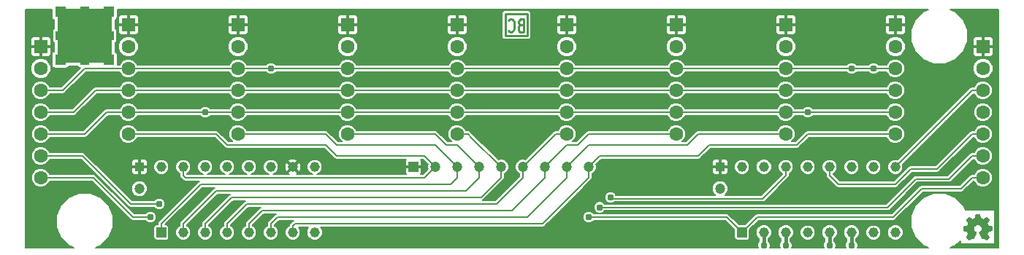
<source format=gbl>
%TF.GenerationSoftware,KiCad,Pcbnew,(2015-07-26 BZR 5996)-product*%
%TF.CreationDate,2015-09-04T23:47:58-04:00*%
%TF.JobID,SPI shift register CS,53504920736869667420726567697374,1.0.1*%
%TF.FileFunction,Copper,L2,Bot,Signal*%
%FSLAX46Y46*%
G04 Gerber Fmt 4.6, Leading zero omitted, Abs format (unit mm)*
G04 Created by KiCad (PCBNEW (2015-07-26 BZR 5996)-product) date 2015-09-04 23:47:58*
%MOMM*%
G01*
G04 APERTURE LIST*
%ADD10C,0.050800*%
%ADD11C,0.254000*%
%ADD12C,0.002540*%
%ADD13R,6.350000X6.350000*%
%ADD14R,1.016000X1.143000*%
%ADD15R,1.270000X1.270000*%
%ADD16R,1.143000X1.016000*%
%ADD17R,1.120140X1.120140*%
%ADD18C,1.198880*%
%ADD19R,1.600200X1.600200*%
%ADD20C,1.600200*%
%ADD21R,1.170000X1.170000*%
%ADD22C,1.170000*%
%ADD23R,1.200000X1.200000*%
%ADD24C,1.200000*%
%ADD25C,0.787400*%
%ADD26C,0.381000*%
%ADD27C,0.203200*%
G04 APERTURE END LIST*
D10*
D11*
X58160557Y-2570843D02*
X57997271Y-2643414D01*
X57942843Y-2715986D01*
X57888414Y-2861129D01*
X57888414Y-3078843D01*
X57942843Y-3223986D01*
X57997271Y-3296557D01*
X58106129Y-3369129D01*
X58541557Y-3369129D01*
X58541557Y-1845129D01*
X58160557Y-1845129D01*
X58051700Y-1917700D01*
X57997271Y-1990271D01*
X57942843Y-2135414D01*
X57942843Y-2280557D01*
X57997271Y-2425700D01*
X58051700Y-2498271D01*
X58160557Y-2570843D01*
X58541557Y-2570843D01*
X56745414Y-3223986D02*
X56799843Y-3296557D01*
X56963129Y-3369129D01*
X57071986Y-3369129D01*
X57235271Y-3296557D01*
X57344129Y-3151414D01*
X57398557Y-3006271D01*
X57452986Y-2715986D01*
X57452986Y-2498271D01*
X57398557Y-2207986D01*
X57344129Y-2062843D01*
X57235271Y-1917700D01*
X57071986Y-1845129D01*
X56963129Y-1845129D01*
X56799843Y-1917700D01*
X56745414Y-1990271D01*
D12*
G36*
X112135920Y-27533600D02*
X112118140Y-27523440D01*
X112080040Y-27500580D01*
X112024160Y-27462480D01*
X111958120Y-27419300D01*
X111892080Y-27373580D01*
X111836200Y-27338020D01*
X111798100Y-27312620D01*
X111782860Y-27305000D01*
X111775240Y-27307540D01*
X111742220Y-27322780D01*
X111699040Y-27345640D01*
X111671100Y-27360880D01*
X111630460Y-27378660D01*
X111607600Y-27381200D01*
X111605060Y-27376120D01*
X111589820Y-27345640D01*
X111566960Y-27289760D01*
X111533940Y-27218640D01*
X111498380Y-27132280D01*
X111460280Y-27040840D01*
X111419640Y-26949400D01*
X111384080Y-26860500D01*
X111351060Y-26779220D01*
X111325660Y-26713180D01*
X111307880Y-26670000D01*
X111300260Y-26649680D01*
X111302800Y-26644600D01*
X111323120Y-26624280D01*
X111361220Y-26598880D01*
X111439960Y-26532840D01*
X111518700Y-26436320D01*
X111564420Y-26327100D01*
X111582200Y-26202640D01*
X111566960Y-26088340D01*
X111523780Y-25981660D01*
X111447580Y-25882600D01*
X111353600Y-25808940D01*
X111246920Y-25763220D01*
X111125000Y-25747980D01*
X111010700Y-25760680D01*
X110898940Y-25806400D01*
X110799880Y-25880060D01*
X110756700Y-25928320D01*
X110700820Y-26027380D01*
X110667800Y-26134060D01*
X110665260Y-26162000D01*
X110670340Y-26278840D01*
X110703360Y-26390600D01*
X110766860Y-26489660D01*
X110850680Y-26573480D01*
X110863380Y-26581100D01*
X110901480Y-26611580D01*
X110929420Y-26631900D01*
X110949740Y-26647140D01*
X110799880Y-27007820D01*
X110777020Y-27063700D01*
X110736380Y-27162760D01*
X110700820Y-27246580D01*
X110670340Y-27315160D01*
X110650020Y-27360880D01*
X110642400Y-27378660D01*
X110642400Y-27378660D01*
X110627160Y-27381200D01*
X110601760Y-27371040D01*
X110550960Y-27348180D01*
X110517940Y-27330400D01*
X110479840Y-27312620D01*
X110462060Y-27305000D01*
X110446820Y-27312620D01*
X110411260Y-27335480D01*
X110357920Y-27371040D01*
X110291880Y-27416760D01*
X110230920Y-27457400D01*
X110175040Y-27495500D01*
X110134400Y-27520900D01*
X110114080Y-27531060D01*
X110111540Y-27531060D01*
X110093760Y-27520900D01*
X110060740Y-27495500D01*
X110012480Y-27449780D01*
X109943900Y-27381200D01*
X109933740Y-27368500D01*
X109875320Y-27312620D01*
X109829600Y-27264360D01*
X109799120Y-27228800D01*
X109786420Y-27213560D01*
X109786420Y-27213560D01*
X109796580Y-27193240D01*
X109824520Y-27152600D01*
X109860080Y-27094180D01*
X109905800Y-27028140D01*
X110025180Y-26855420D01*
X109959140Y-26692860D01*
X109938820Y-26642060D01*
X109913420Y-26581100D01*
X109895640Y-26537920D01*
X109885480Y-26520140D01*
X109867700Y-26512520D01*
X109824520Y-26502360D01*
X109758480Y-26489660D01*
X109682280Y-26474420D01*
X109608620Y-26461720D01*
X109542580Y-26449020D01*
X109494320Y-26438860D01*
X109471460Y-26436320D01*
X109466380Y-26431240D01*
X109461300Y-26421080D01*
X109458760Y-26398220D01*
X109458760Y-26357580D01*
X109456220Y-26294080D01*
X109456220Y-26202640D01*
X109456220Y-26192480D01*
X109458760Y-26106120D01*
X109458760Y-26035000D01*
X109461300Y-25991820D01*
X109463840Y-25974040D01*
X109463840Y-25974040D01*
X109486700Y-25968960D01*
X109532420Y-25958800D01*
X109598460Y-25946100D01*
X109677200Y-25930860D01*
X109682280Y-25928320D01*
X109761020Y-25913080D01*
X109829600Y-25900380D01*
X109875320Y-25890220D01*
X109893100Y-25882600D01*
X109898180Y-25877520D01*
X109913420Y-25847040D01*
X109936280Y-25798780D01*
X109964220Y-25737820D01*
X109989620Y-25676860D01*
X110009940Y-25620980D01*
X110025180Y-25577800D01*
X110030260Y-25560020D01*
X110030260Y-25560020D01*
X110017560Y-25539700D01*
X109992160Y-25499060D01*
X109954060Y-25443180D01*
X109905800Y-25374600D01*
X109903260Y-25369520D01*
X109857540Y-25303480D01*
X109821980Y-25247600D01*
X109796580Y-25206960D01*
X109786420Y-25189180D01*
X109788960Y-25186640D01*
X109801660Y-25168860D01*
X109837220Y-25130760D01*
X109885480Y-25079960D01*
X109943900Y-25019000D01*
X109961680Y-25001220D01*
X110027720Y-24937720D01*
X110073440Y-24897080D01*
X110101380Y-24874220D01*
X110114080Y-24869140D01*
X110114080Y-24869140D01*
X110134400Y-24881840D01*
X110177580Y-24909780D01*
X110233460Y-24947880D01*
X110302040Y-24993600D01*
X110307120Y-24998680D01*
X110373160Y-25044400D01*
X110429040Y-25079960D01*
X110467140Y-25107900D01*
X110484920Y-25118060D01*
X110487460Y-25118060D01*
X110515400Y-25110440D01*
X110563660Y-25092660D01*
X110622080Y-25069800D01*
X110683040Y-25044400D01*
X110738920Y-25021540D01*
X110782100Y-25003760D01*
X110799880Y-24991060D01*
X110802420Y-24991060D01*
X110807500Y-24965660D01*
X110820200Y-24917400D01*
X110835440Y-24848820D01*
X110850680Y-24765000D01*
X110853220Y-24752300D01*
X110868460Y-24673560D01*
X110881160Y-24607520D01*
X110888780Y-24561800D01*
X110893860Y-24544020D01*
X110906560Y-24541480D01*
X110944660Y-24538940D01*
X111003080Y-24536400D01*
X111074200Y-24536400D01*
X111150400Y-24536400D01*
X111224060Y-24538940D01*
X111285020Y-24538940D01*
X111330740Y-24544020D01*
X111351060Y-24546560D01*
X111351060Y-24549100D01*
X111358680Y-24571960D01*
X111368840Y-24622760D01*
X111381540Y-24691340D01*
X111399320Y-24772620D01*
X111401860Y-24787860D01*
X111417100Y-24866600D01*
X111429800Y-24932640D01*
X111439960Y-24978360D01*
X111445040Y-24996140D01*
X111450120Y-24998680D01*
X111483140Y-25013920D01*
X111536480Y-25034240D01*
X111602520Y-25062180D01*
X111754920Y-25123140D01*
X111942880Y-24996140D01*
X111960660Y-24983440D01*
X112026700Y-24937720D01*
X112082580Y-24899620D01*
X112120680Y-24876760D01*
X112138460Y-24866600D01*
X112138460Y-24866600D01*
X112158780Y-24884380D01*
X112194340Y-24917400D01*
X112245140Y-24968200D01*
X112303560Y-25026620D01*
X112349280Y-25069800D01*
X112400080Y-25123140D01*
X112433100Y-25158700D01*
X112450880Y-25181560D01*
X112455960Y-25194260D01*
X112455960Y-25204420D01*
X112443260Y-25222200D01*
X112415320Y-25265380D01*
X112377220Y-25321260D01*
X112331500Y-25387300D01*
X112293400Y-25443180D01*
X112252760Y-25506680D01*
X112227360Y-25549860D01*
X112217200Y-25572720D01*
X112219740Y-25582880D01*
X112232440Y-25618440D01*
X112255300Y-25674320D01*
X112283240Y-25740360D01*
X112349280Y-25887680D01*
X112445800Y-25908000D01*
X112504220Y-25918160D01*
X112588040Y-25933400D01*
X112666780Y-25948640D01*
X112788700Y-25974040D01*
X112793780Y-26423620D01*
X112773460Y-26431240D01*
X112755680Y-26436320D01*
X112709960Y-26446480D01*
X112646460Y-26459180D01*
X112567720Y-26474420D01*
X112504220Y-26487120D01*
X112438180Y-26499820D01*
X112389920Y-26507440D01*
X112369600Y-26512520D01*
X112364520Y-26520140D01*
X112346740Y-26550620D01*
X112323880Y-26601420D01*
X112298480Y-26662380D01*
X112270540Y-26725880D01*
X112247680Y-26784300D01*
X112232440Y-26830020D01*
X112224820Y-26852880D01*
X112234980Y-26870660D01*
X112260380Y-26908760D01*
X112295940Y-26964640D01*
X112341660Y-27030680D01*
X112384840Y-27094180D01*
X112422940Y-27152600D01*
X112448340Y-27190700D01*
X112461040Y-27211020D01*
X112455960Y-27223720D01*
X112428020Y-27254200D01*
X112379760Y-27305000D01*
X112306100Y-27378660D01*
X112293400Y-27388820D01*
X112234980Y-27447240D01*
X112186720Y-27492960D01*
X112151160Y-27523440D01*
X112135920Y-27533600D01*
X112135920Y-27533600D01*
G37*
X112135920Y-27533600D02*
X112118140Y-27523440D01*
X112080040Y-27500580D01*
X112024160Y-27462480D01*
X111958120Y-27419300D01*
X111892080Y-27373580D01*
X111836200Y-27338020D01*
X111798100Y-27312620D01*
X111782860Y-27305000D01*
X111775240Y-27307540D01*
X111742220Y-27322780D01*
X111699040Y-27345640D01*
X111671100Y-27360880D01*
X111630460Y-27378660D01*
X111607600Y-27381200D01*
X111605060Y-27376120D01*
X111589820Y-27345640D01*
X111566960Y-27289760D01*
X111533940Y-27218640D01*
X111498380Y-27132280D01*
X111460280Y-27040840D01*
X111419640Y-26949400D01*
X111384080Y-26860500D01*
X111351060Y-26779220D01*
X111325660Y-26713180D01*
X111307880Y-26670000D01*
X111300260Y-26649680D01*
X111302800Y-26644600D01*
X111323120Y-26624280D01*
X111361220Y-26598880D01*
X111439960Y-26532840D01*
X111518700Y-26436320D01*
X111564420Y-26327100D01*
X111582200Y-26202640D01*
X111566960Y-26088340D01*
X111523780Y-25981660D01*
X111447580Y-25882600D01*
X111353600Y-25808940D01*
X111246920Y-25763220D01*
X111125000Y-25747980D01*
X111010700Y-25760680D01*
X110898940Y-25806400D01*
X110799880Y-25880060D01*
X110756700Y-25928320D01*
X110700820Y-26027380D01*
X110667800Y-26134060D01*
X110665260Y-26162000D01*
X110670340Y-26278840D01*
X110703360Y-26390600D01*
X110766860Y-26489660D01*
X110850680Y-26573480D01*
X110863380Y-26581100D01*
X110901480Y-26611580D01*
X110929420Y-26631900D01*
X110949740Y-26647140D01*
X110799880Y-27007820D01*
X110777020Y-27063700D01*
X110736380Y-27162760D01*
X110700820Y-27246580D01*
X110670340Y-27315160D01*
X110650020Y-27360880D01*
X110642400Y-27378660D01*
X110642400Y-27378660D01*
X110627160Y-27381200D01*
X110601760Y-27371040D01*
X110550960Y-27348180D01*
X110517940Y-27330400D01*
X110479840Y-27312620D01*
X110462060Y-27305000D01*
X110446820Y-27312620D01*
X110411260Y-27335480D01*
X110357920Y-27371040D01*
X110291880Y-27416760D01*
X110230920Y-27457400D01*
X110175040Y-27495500D01*
X110134400Y-27520900D01*
X110114080Y-27531060D01*
X110111540Y-27531060D01*
X110093760Y-27520900D01*
X110060740Y-27495500D01*
X110012480Y-27449780D01*
X109943900Y-27381200D01*
X109933740Y-27368500D01*
X109875320Y-27312620D01*
X109829600Y-27264360D01*
X109799120Y-27228800D01*
X109786420Y-27213560D01*
X109786420Y-27213560D01*
X109796580Y-27193240D01*
X109824520Y-27152600D01*
X109860080Y-27094180D01*
X109905800Y-27028140D01*
X110025180Y-26855420D01*
X109959140Y-26692860D01*
X109938820Y-26642060D01*
X109913420Y-26581100D01*
X109895640Y-26537920D01*
X109885480Y-26520140D01*
X109867700Y-26512520D01*
X109824520Y-26502360D01*
X109758480Y-26489660D01*
X109682280Y-26474420D01*
X109608620Y-26461720D01*
X109542580Y-26449020D01*
X109494320Y-26438860D01*
X109471460Y-26436320D01*
X109466380Y-26431240D01*
X109461300Y-26421080D01*
X109458760Y-26398220D01*
X109458760Y-26357580D01*
X109456220Y-26294080D01*
X109456220Y-26202640D01*
X109456220Y-26192480D01*
X109458760Y-26106120D01*
X109458760Y-26035000D01*
X109461300Y-25991820D01*
X109463840Y-25974040D01*
X109463840Y-25974040D01*
X109486700Y-25968960D01*
X109532420Y-25958800D01*
X109598460Y-25946100D01*
X109677200Y-25930860D01*
X109682280Y-25928320D01*
X109761020Y-25913080D01*
X109829600Y-25900380D01*
X109875320Y-25890220D01*
X109893100Y-25882600D01*
X109898180Y-25877520D01*
X109913420Y-25847040D01*
X109936280Y-25798780D01*
X109964220Y-25737820D01*
X109989620Y-25676860D01*
X110009940Y-25620980D01*
X110025180Y-25577800D01*
X110030260Y-25560020D01*
X110030260Y-25560020D01*
X110017560Y-25539700D01*
X109992160Y-25499060D01*
X109954060Y-25443180D01*
X109905800Y-25374600D01*
X109903260Y-25369520D01*
X109857540Y-25303480D01*
X109821980Y-25247600D01*
X109796580Y-25206960D01*
X109786420Y-25189180D01*
X109788960Y-25186640D01*
X109801660Y-25168860D01*
X109837220Y-25130760D01*
X109885480Y-25079960D01*
X109943900Y-25019000D01*
X109961680Y-25001220D01*
X110027720Y-24937720D01*
X110073440Y-24897080D01*
X110101380Y-24874220D01*
X110114080Y-24869140D01*
X110114080Y-24869140D01*
X110134400Y-24881840D01*
X110177580Y-24909780D01*
X110233460Y-24947880D01*
X110302040Y-24993600D01*
X110307120Y-24998680D01*
X110373160Y-25044400D01*
X110429040Y-25079960D01*
X110467140Y-25107900D01*
X110484920Y-25118060D01*
X110487460Y-25118060D01*
X110515400Y-25110440D01*
X110563660Y-25092660D01*
X110622080Y-25069800D01*
X110683040Y-25044400D01*
X110738920Y-25021540D01*
X110782100Y-25003760D01*
X110799880Y-24991060D01*
X110802420Y-24991060D01*
X110807500Y-24965660D01*
X110820200Y-24917400D01*
X110835440Y-24848820D01*
X110850680Y-24765000D01*
X110853220Y-24752300D01*
X110868460Y-24673560D01*
X110881160Y-24607520D01*
X110888780Y-24561800D01*
X110893860Y-24544020D01*
X110906560Y-24541480D01*
X110944660Y-24538940D01*
X111003080Y-24536400D01*
X111074200Y-24536400D01*
X111150400Y-24536400D01*
X111224060Y-24538940D01*
X111285020Y-24538940D01*
X111330740Y-24544020D01*
X111351060Y-24546560D01*
X111351060Y-24549100D01*
X111358680Y-24571960D01*
X111368840Y-24622760D01*
X111381540Y-24691340D01*
X111399320Y-24772620D01*
X111401860Y-24787860D01*
X111417100Y-24866600D01*
X111429800Y-24932640D01*
X111439960Y-24978360D01*
X111445040Y-24996140D01*
X111450120Y-24998680D01*
X111483140Y-25013920D01*
X111536480Y-25034240D01*
X111602520Y-25062180D01*
X111754920Y-25123140D01*
X111942880Y-24996140D01*
X111960660Y-24983440D01*
X112026700Y-24937720D01*
X112082580Y-24899620D01*
X112120680Y-24876760D01*
X112138460Y-24866600D01*
X112138460Y-24866600D01*
X112158780Y-24884380D01*
X112194340Y-24917400D01*
X112245140Y-24968200D01*
X112303560Y-25026620D01*
X112349280Y-25069800D01*
X112400080Y-25123140D01*
X112433100Y-25158700D01*
X112450880Y-25181560D01*
X112455960Y-25194260D01*
X112455960Y-25204420D01*
X112443260Y-25222200D01*
X112415320Y-25265380D01*
X112377220Y-25321260D01*
X112331500Y-25387300D01*
X112293400Y-25443180D01*
X112252760Y-25506680D01*
X112227360Y-25549860D01*
X112217200Y-25572720D01*
X112219740Y-25582880D01*
X112232440Y-25618440D01*
X112255300Y-25674320D01*
X112283240Y-25740360D01*
X112349280Y-25887680D01*
X112445800Y-25908000D01*
X112504220Y-25918160D01*
X112588040Y-25933400D01*
X112666780Y-25948640D01*
X112788700Y-25974040D01*
X112793780Y-26423620D01*
X112773460Y-26431240D01*
X112755680Y-26436320D01*
X112709960Y-26446480D01*
X112646460Y-26459180D01*
X112567720Y-26474420D01*
X112504220Y-26487120D01*
X112438180Y-26499820D01*
X112389920Y-26507440D01*
X112369600Y-26512520D01*
X112364520Y-26520140D01*
X112346740Y-26550620D01*
X112323880Y-26601420D01*
X112298480Y-26662380D01*
X112270540Y-26725880D01*
X112247680Y-26784300D01*
X112232440Y-26830020D01*
X112224820Y-26852880D01*
X112234980Y-26870660D01*
X112260380Y-26908760D01*
X112295940Y-26964640D01*
X112341660Y-27030680D01*
X112384840Y-27094180D01*
X112422940Y-27152600D01*
X112448340Y-27190700D01*
X112461040Y-27211020D01*
X112455960Y-27223720D01*
X112428020Y-27254200D01*
X112379760Y-27305000D01*
X112306100Y-27378660D01*
X112293400Y-27388820D01*
X112234980Y-27447240D01*
X112186720Y-27492960D01*
X112151160Y-27523440D01*
X112135920Y-27533600D01*
D11*
X56400700Y-1282700D02*
X58940700Y-1282700D01*
X58940700Y-1282700D02*
X58940700Y-3822700D01*
X58940700Y-3822700D02*
X56400700Y-3822700D01*
X56400700Y-3822700D02*
X56400700Y-1282700D01*
D13*
X7620000Y-3810000D03*
D14*
X7620000Y-6604000D03*
D15*
X10414000Y-6604000D03*
D16*
X10414000Y-3810000D03*
D15*
X10414000Y-1016000D03*
D14*
X7620000Y-1016000D03*
D15*
X4826000Y-1016000D03*
D16*
X4826000Y-3810000D03*
D15*
X4826000Y-6604000D03*
D17*
X13970000Y-19050000D03*
D18*
X13970000Y-21590000D03*
D17*
X81280000Y-19050000D03*
D18*
X81280000Y-21590000D03*
D19*
X12700000Y-2540000D03*
D20*
X12700000Y-5080000D03*
X12700000Y-7620000D03*
X12700000Y-10160000D03*
X12700000Y-12700000D03*
X12700000Y-15240000D03*
D19*
X25400000Y-2540000D03*
D20*
X25400000Y-5080000D03*
X25400000Y-7620000D03*
X25400000Y-10160000D03*
X25400000Y-12700000D03*
X25400000Y-15240000D03*
D19*
X38100000Y-2540000D03*
D20*
X38100000Y-5080000D03*
X38100000Y-7620000D03*
X38100000Y-10160000D03*
X38100000Y-12700000D03*
X38100000Y-15240000D03*
D19*
X50800000Y-2540000D03*
D20*
X50800000Y-5080000D03*
X50800000Y-7620000D03*
X50800000Y-10160000D03*
X50800000Y-12700000D03*
X50800000Y-15240000D03*
D19*
X63500000Y-2540000D03*
D20*
X63500000Y-5080000D03*
X63500000Y-7620000D03*
X63500000Y-10160000D03*
X63500000Y-12700000D03*
X63500000Y-15240000D03*
D19*
X76200000Y-2540000D03*
D20*
X76200000Y-5080000D03*
X76200000Y-7620000D03*
X76200000Y-10160000D03*
X76200000Y-12700000D03*
X76200000Y-15240000D03*
D19*
X88900000Y-2540000D03*
D20*
X88900000Y-5080000D03*
X88900000Y-7620000D03*
X88900000Y-10160000D03*
X88900000Y-12700000D03*
X88900000Y-15240000D03*
D19*
X101600000Y-2540000D03*
D20*
X101600000Y-5080000D03*
X101600000Y-7620000D03*
X101600000Y-10160000D03*
X101600000Y-12700000D03*
X101600000Y-15240000D03*
X2540000Y-20320000D03*
D19*
X2540000Y-5080000D03*
D20*
X2540000Y-7620000D03*
X2540000Y-10160000D03*
X2540000Y-12700000D03*
X2540000Y-15240000D03*
X2540000Y-17780000D03*
X111760000Y-20320000D03*
D19*
X111760000Y-5080000D03*
D20*
X111760000Y-7620000D03*
X111760000Y-10160000D03*
X111760000Y-12700000D03*
X111760000Y-15240000D03*
X111760000Y-17780000D03*
D21*
X16510000Y-26670000D03*
D22*
X19050000Y-26670000D03*
X21590000Y-26670000D03*
X24130000Y-26670000D03*
X26670000Y-26670000D03*
X29210000Y-26670000D03*
X31750000Y-26670000D03*
X34290000Y-26670000D03*
X34290000Y-19050000D03*
X31750000Y-19050000D03*
X29210000Y-19050000D03*
X26670000Y-19050000D03*
X24130000Y-19050000D03*
X21590000Y-19050000D03*
X19050000Y-19050000D03*
X16510000Y-19050000D03*
D21*
X83820000Y-26670000D03*
D22*
X86360000Y-26670000D03*
X88900000Y-26670000D03*
X91440000Y-26670000D03*
X93980000Y-26670000D03*
X96520000Y-26670000D03*
X99060000Y-26670000D03*
X101600000Y-26670000D03*
X101600000Y-19050000D03*
X99060000Y-19050000D03*
X96520000Y-19050000D03*
X93980000Y-19050000D03*
X91440000Y-19050000D03*
X88900000Y-19050000D03*
X86360000Y-19050000D03*
X83820000Y-19050000D03*
D23*
X45720000Y-19050000D03*
D24*
X48260000Y-19050000D03*
X50800000Y-19050000D03*
X53340000Y-19050000D03*
X55880000Y-19050000D03*
X58420000Y-19050000D03*
X60960000Y-19050000D03*
X63500000Y-19050000D03*
X66040000Y-19050000D03*
D25*
X86360000Y-28194000D03*
X88900000Y-28194000D03*
X93980000Y-28194000D03*
X96520000Y-28194000D03*
X91440000Y-12700000D03*
X21590000Y-12700000D03*
X96520000Y-7620000D03*
X99060000Y-7620000D03*
X29210000Y-7620000D03*
X15240000Y-24892000D03*
X66040000Y-24892000D03*
X16256000Y-23368000D03*
X67310000Y-23749000D03*
X68580000Y-22606000D03*
D26*
X86360000Y-26670000D02*
X86360000Y-28194000D01*
X88900000Y-26670000D02*
X88900000Y-28194000D01*
X93980000Y-26670000D02*
X93980000Y-28194000D01*
X96520000Y-26670000D02*
X96520000Y-28194000D01*
D27*
X7620000Y-15240000D02*
X10160000Y-12700000D01*
X10160000Y-12700000D02*
X12700000Y-12700000D01*
X2540000Y-15240000D02*
X7620000Y-15240000D01*
X12700000Y-12700000D02*
X21590000Y-12700000D01*
X21590000Y-12700000D02*
X25400000Y-12700000D01*
X29210000Y-12700000D02*
X38100000Y-12700000D01*
X25400000Y-12700000D02*
X29210000Y-12700000D01*
X38100000Y-12700000D02*
X50800000Y-12700000D01*
X50800000Y-12700000D02*
X63500000Y-12700000D01*
X63500000Y-12700000D02*
X76200000Y-12700000D01*
X76200000Y-12700000D02*
X88900000Y-12700000D01*
X99060000Y-12700000D02*
X101600000Y-12700000D01*
X97790000Y-12700000D02*
X99060000Y-12700000D01*
X96520000Y-12700000D02*
X97790000Y-12700000D01*
X88900000Y-12700000D02*
X91440000Y-12700000D01*
X91440000Y-12700000D02*
X96520000Y-12700000D01*
X6350000Y-12700000D02*
X8890000Y-10160000D01*
X8890000Y-10160000D02*
X12700000Y-10160000D01*
X2540000Y-12700000D02*
X6350000Y-12700000D01*
X12700000Y-10160000D02*
X25400000Y-10160000D01*
X25400000Y-10160000D02*
X38100000Y-10160000D01*
X38100000Y-10160000D02*
X50800000Y-10160000D01*
X50800000Y-10160000D02*
X63500000Y-10160000D01*
X63500000Y-10160000D02*
X76200000Y-10160000D01*
X76200000Y-10160000D02*
X88900000Y-10160000D01*
X88900000Y-10160000D02*
X101600000Y-10160000D01*
X5080000Y-10160000D02*
X7620000Y-7620000D01*
X7620000Y-7620000D02*
X12700000Y-7620000D01*
X2540000Y-10160000D02*
X5080000Y-10160000D01*
X23114000Y-7620000D02*
X25400000Y-7620000D01*
X21590000Y-7620000D02*
X23114000Y-7620000D01*
X12700000Y-7620000D02*
X21590000Y-7620000D01*
X25400000Y-7620000D02*
X29210000Y-7620000D01*
X29210000Y-7620000D02*
X38100000Y-7620000D01*
X38100000Y-7620000D02*
X50800000Y-7620000D01*
X50800000Y-7620000D02*
X63500000Y-7620000D01*
X63500000Y-7620000D02*
X76200000Y-7620000D01*
X76200000Y-7620000D02*
X88900000Y-7620000D01*
X91440000Y-7620000D02*
X96520000Y-7620000D01*
X96520000Y-7620000D02*
X99060000Y-7620000D01*
X99060000Y-7620000D02*
X101600000Y-7620000D01*
X88900000Y-7620000D02*
X91440000Y-7620000D01*
X46990000Y-17780000D02*
X36830000Y-17780000D01*
X36830000Y-17780000D02*
X35560000Y-16510000D01*
X35560000Y-16510000D02*
X24130000Y-16510000D01*
X24130000Y-16510000D02*
X22860000Y-15240000D01*
X22860000Y-15240000D02*
X12700000Y-15240000D01*
X48260000Y-19050000D02*
X46990000Y-17780000D01*
X46990000Y-20320000D02*
X44450000Y-20320000D01*
X44450000Y-20320000D02*
X44450000Y-20320000D01*
X48260000Y-19050000D02*
X46990000Y-20320000D01*
X44450000Y-20320000D02*
X20320000Y-20320000D01*
X46990000Y-20320000D02*
X20320000Y-20320000D01*
X19050000Y-20066000D02*
X19304000Y-20320000D01*
X19304000Y-20320000D02*
X20320000Y-20320000D01*
X19050000Y-19050000D02*
X19050000Y-20066000D01*
X48260000Y-16510000D02*
X36830000Y-16510000D01*
X36830000Y-16510000D02*
X35560000Y-15240000D01*
X35560000Y-15240000D02*
X25400000Y-15240000D01*
X50800000Y-19050000D02*
X48260000Y-16510000D01*
X16510000Y-25654000D02*
X16510000Y-26670000D01*
X50038000Y-21082000D02*
X21082000Y-21082000D01*
X50800000Y-20320000D02*
X50038000Y-21082000D01*
X50800000Y-19050000D02*
X50800000Y-20320000D01*
X16510000Y-25654000D02*
X21082000Y-21082000D01*
X50800000Y-16510000D02*
X49530000Y-16510000D01*
X49530000Y-16510000D02*
X48260000Y-15240000D01*
X48260000Y-15240000D02*
X38100000Y-15240000D01*
X22860000Y-21844000D02*
X51816000Y-21844000D01*
X51816000Y-21844000D02*
X53340000Y-20320000D01*
X53340000Y-20320000D02*
X53340000Y-19050000D01*
X19050000Y-26670000D02*
X19050000Y-25654000D01*
X19050000Y-25654000D02*
X22860000Y-21844000D01*
X53340000Y-19050000D02*
X50800000Y-16510000D01*
X52070000Y-15240000D02*
X50800000Y-15240000D01*
X21590000Y-25654000D02*
X21590000Y-26670000D01*
X55880000Y-19050000D02*
X55880000Y-20320000D01*
X53594000Y-22606000D02*
X24638000Y-22606000D01*
X55880000Y-20320000D02*
X53594000Y-22606000D01*
X24638000Y-22606000D02*
X21590000Y-25654000D01*
X52451000Y-15621000D02*
X55880000Y-19050000D01*
X52070000Y-15240000D02*
X52451000Y-15621000D01*
X62357000Y-15240000D02*
X63500000Y-15240000D01*
X58420000Y-20320000D02*
X55372000Y-23368000D01*
X55372000Y-23368000D02*
X26416000Y-23368000D01*
X26416000Y-23368000D02*
X24130000Y-25654000D01*
X24130000Y-25654000D02*
X24130000Y-26670000D01*
X58420000Y-19050000D02*
X58420000Y-20320000D01*
X62230000Y-15240000D02*
X62357000Y-15240000D01*
X58420000Y-19050000D02*
X62230000Y-15240000D01*
X64770000Y-16510000D02*
X66040000Y-15240000D01*
X63500000Y-16510000D02*
X64770000Y-16510000D01*
X76200000Y-15240000D02*
X66040000Y-15240000D01*
X60960000Y-20320000D02*
X57150000Y-24130000D01*
X57150000Y-24130000D02*
X28194000Y-24130000D01*
X28194000Y-24130000D02*
X26670000Y-25654000D01*
X26670000Y-25654000D02*
X26670000Y-26670000D01*
X60960000Y-19050000D02*
X60960000Y-20320000D01*
X60960000Y-19050000D02*
X63500000Y-16510000D01*
X66040000Y-16510000D02*
X77470000Y-16510000D01*
X77470000Y-16510000D02*
X78740000Y-15240000D01*
X78740000Y-15240000D02*
X88900000Y-15240000D01*
X63500000Y-19050000D02*
X66040000Y-16510000D01*
X29210000Y-25654000D02*
X29972000Y-24892000D01*
X29972000Y-24892000D02*
X58928000Y-24892000D01*
X58928000Y-24892000D02*
X63500000Y-20320000D01*
X63500000Y-20320000D02*
X63500000Y-19050000D01*
X29210000Y-26670000D02*
X29210000Y-25654000D01*
X67310000Y-17780000D02*
X78740000Y-17780000D01*
X78740000Y-17780000D02*
X80010000Y-16510000D01*
X80010000Y-16510000D02*
X90170000Y-16510000D01*
X90170000Y-16510000D02*
X91440000Y-15240000D01*
X91440000Y-15240000D02*
X101600000Y-15240000D01*
X66040000Y-19050000D02*
X67310000Y-17780000D01*
X66040000Y-20320000D02*
X60706000Y-25654000D01*
X60706000Y-25654000D02*
X32004000Y-25654000D01*
X32004000Y-25654000D02*
X31750000Y-25908000D01*
X31750000Y-25908000D02*
X31750000Y-26670000D01*
X66040000Y-19050000D02*
X66040000Y-20320000D01*
X109220000Y-21590000D02*
X104648000Y-21590000D01*
X104648000Y-21590000D02*
X101346000Y-24892000D01*
X2540000Y-20320000D02*
X8636000Y-20320000D01*
X13208000Y-24892000D02*
X15240000Y-24892000D01*
X8636000Y-20320000D02*
X13208000Y-24892000D01*
X85598000Y-24892000D02*
X101346000Y-24892000D01*
X83820000Y-26670000D02*
X85598000Y-24892000D01*
X109220000Y-21590000D02*
X110490000Y-20320000D01*
X110490000Y-20320000D02*
X111760000Y-20320000D01*
X82042000Y-24892000D02*
X66040000Y-24892000D01*
X83820000Y-26670000D02*
X82042000Y-24892000D01*
X2540000Y-17780000D02*
X7366000Y-17780000D01*
X12954000Y-23368000D02*
X16256000Y-23368000D01*
X7366000Y-17780000D02*
X12954000Y-23368000D01*
X103632000Y-20828000D02*
X100711000Y-23749000D01*
X107823000Y-20447000D02*
X110490000Y-17780000D01*
X111760000Y-17780000D02*
X110490000Y-17780000D01*
X67310000Y-23749000D02*
X100711000Y-23749000D01*
X104013000Y-20447000D02*
X107823000Y-20447000D01*
X103632000Y-20828000D02*
X104013000Y-20447000D01*
X101600000Y-19050000D02*
X110490000Y-10160000D01*
X110490000Y-10160000D02*
X111760000Y-10160000D01*
X88900000Y-20066000D02*
X86233000Y-22733000D01*
X88900000Y-19050000D02*
X88900000Y-20066000D01*
X68580000Y-22606000D02*
X68707000Y-22733000D01*
X68707000Y-22733000D02*
X86233000Y-22733000D01*
X93980000Y-19050000D02*
X93980000Y-20066000D01*
X110490000Y-15240000D02*
X111760000Y-15240000D01*
X106426000Y-19304000D02*
X110490000Y-15240000D01*
X103378000Y-19304000D02*
X106426000Y-19304000D01*
X101600000Y-21082000D02*
X103378000Y-19304000D01*
X94996000Y-21082000D02*
X101600000Y-21082000D01*
X93980000Y-20066000D02*
X94996000Y-21082000D01*
G36*
X3828433Y-1651000D02*
X3854741Y-1786589D01*
X3933023Y-1905759D01*
X4051201Y-1985531D01*
X4082433Y-1991794D01*
X4082433Y-2989703D01*
X3999741Y-3044023D01*
X3919969Y-3162201D01*
X3891933Y-3302000D01*
X3891933Y-4318000D01*
X3918241Y-4453589D01*
X3996523Y-4572759D01*
X4082433Y-4630750D01*
X4082433Y-5627498D01*
X4055411Y-5632741D01*
X3936241Y-5711023D01*
X3856469Y-5829201D01*
X3828433Y-5969000D01*
X3828433Y-7239000D01*
X3854741Y-7374589D01*
X3933023Y-7493759D01*
X4051201Y-7573531D01*
X4191000Y-7601567D01*
X5461000Y-7601567D01*
X5596589Y-7575259D01*
X5715759Y-7496977D01*
X5795531Y-7378799D01*
X5801794Y-7347567D01*
X6799703Y-7347567D01*
X6854023Y-7430259D01*
X6972201Y-7510031D01*
X7112000Y-7538067D01*
X7127196Y-7538067D01*
X4911664Y-9753600D01*
X3567582Y-9753600D01*
X3477235Y-9534942D01*
X3166693Y-9223858D01*
X2760742Y-9055292D01*
X2321186Y-9054909D01*
X1914942Y-9222765D01*
X1603858Y-9533307D01*
X1435292Y-9939258D01*
X1434909Y-10378814D01*
X1602765Y-10785058D01*
X1913307Y-11096142D01*
X2319258Y-11264708D01*
X2758814Y-11265091D01*
X3165058Y-11097235D01*
X3476142Y-10786693D01*
X3567616Y-10566400D01*
X5080000Y-10566400D01*
X5235523Y-10535465D01*
X5367368Y-10447368D01*
X7788337Y-8026400D01*
X11672418Y-8026400D01*
X11762765Y-8245058D01*
X12073307Y-8556142D01*
X12479258Y-8724708D01*
X12918814Y-8725091D01*
X13325058Y-8557235D01*
X13636142Y-8246693D01*
X13727616Y-8026400D01*
X24372418Y-8026400D01*
X24462765Y-8245058D01*
X24773307Y-8556142D01*
X25179258Y-8724708D01*
X25618814Y-8725091D01*
X26025058Y-8557235D01*
X26336142Y-8246693D01*
X26427616Y-8026400D01*
X28628725Y-8026400D01*
X28813815Y-8211814D01*
X29070450Y-8318378D01*
X29348331Y-8318621D01*
X29605151Y-8212504D01*
X29791581Y-8026400D01*
X37072418Y-8026400D01*
X37162765Y-8245058D01*
X37473307Y-8556142D01*
X37879258Y-8724708D01*
X38318814Y-8725091D01*
X38725058Y-8557235D01*
X39036142Y-8246693D01*
X39127616Y-8026400D01*
X49772418Y-8026400D01*
X49862765Y-8245058D01*
X50173307Y-8556142D01*
X50579258Y-8724708D01*
X51018814Y-8725091D01*
X51425058Y-8557235D01*
X51736142Y-8246693D01*
X51827616Y-8026400D01*
X62472418Y-8026400D01*
X62562765Y-8245058D01*
X62873307Y-8556142D01*
X63279258Y-8724708D01*
X63718814Y-8725091D01*
X64125058Y-8557235D01*
X64436142Y-8246693D01*
X64527616Y-8026400D01*
X75172418Y-8026400D01*
X75262765Y-8245058D01*
X75573307Y-8556142D01*
X75979258Y-8724708D01*
X76418814Y-8725091D01*
X76825058Y-8557235D01*
X77136142Y-8246693D01*
X77227616Y-8026400D01*
X87872418Y-8026400D01*
X87962765Y-8245058D01*
X88273307Y-8556142D01*
X88679258Y-8724708D01*
X89118814Y-8725091D01*
X89525058Y-8557235D01*
X89836142Y-8246693D01*
X89927616Y-8026400D01*
X95938725Y-8026400D01*
X96123815Y-8211814D01*
X96380450Y-8318378D01*
X96658331Y-8318621D01*
X96915151Y-8212504D01*
X97101581Y-8026400D01*
X98478725Y-8026400D01*
X98663815Y-8211814D01*
X98920450Y-8318378D01*
X99198331Y-8318621D01*
X99455151Y-8212504D01*
X99641581Y-8026400D01*
X100572418Y-8026400D01*
X100662765Y-8245058D01*
X100973307Y-8556142D01*
X101379258Y-8724708D01*
X101818814Y-8725091D01*
X102225058Y-8557235D01*
X102536142Y-8246693D01*
X102701331Y-7848874D01*
X110604099Y-7848874D01*
X110779674Y-8273796D01*
X111104494Y-8599184D01*
X111529108Y-8775499D01*
X111988874Y-8775901D01*
X112413796Y-8600326D01*
X112739184Y-8275506D01*
X112915499Y-7850892D01*
X112915901Y-7391126D01*
X112740326Y-6966204D01*
X112415506Y-6640816D01*
X111990892Y-6464501D01*
X111531126Y-6464099D01*
X111106204Y-6639674D01*
X110780816Y-6964494D01*
X110604501Y-7389108D01*
X110604099Y-7848874D01*
X102701331Y-7848874D01*
X102704708Y-7840742D01*
X102705091Y-7401186D01*
X102537235Y-6994942D01*
X102226693Y-6683858D01*
X101820742Y-6515292D01*
X101381186Y-6514909D01*
X100974942Y-6682765D01*
X100663858Y-6993307D01*
X100572384Y-7213600D01*
X99641275Y-7213600D01*
X99456185Y-7028186D01*
X99199550Y-6921622D01*
X98921669Y-6921379D01*
X98664849Y-7027496D01*
X98478419Y-7213600D01*
X97101275Y-7213600D01*
X96916185Y-7028186D01*
X96659550Y-6921622D01*
X96381669Y-6921379D01*
X96124849Y-7027496D01*
X95938419Y-7213600D01*
X89927582Y-7213600D01*
X89837235Y-6994942D01*
X89526693Y-6683858D01*
X89120742Y-6515292D01*
X88681186Y-6514909D01*
X88274942Y-6682765D01*
X87963858Y-6993307D01*
X87872384Y-7213600D01*
X77227582Y-7213600D01*
X77137235Y-6994942D01*
X76826693Y-6683858D01*
X76420742Y-6515292D01*
X75981186Y-6514909D01*
X75574942Y-6682765D01*
X75263858Y-6993307D01*
X75172384Y-7213600D01*
X64527582Y-7213600D01*
X64437235Y-6994942D01*
X64126693Y-6683858D01*
X63720742Y-6515292D01*
X63281186Y-6514909D01*
X62874942Y-6682765D01*
X62563858Y-6993307D01*
X62472384Y-7213600D01*
X51827582Y-7213600D01*
X51737235Y-6994942D01*
X51426693Y-6683858D01*
X51020742Y-6515292D01*
X50581186Y-6514909D01*
X50174942Y-6682765D01*
X49863858Y-6993307D01*
X49772384Y-7213600D01*
X39127582Y-7213600D01*
X39037235Y-6994942D01*
X38726693Y-6683858D01*
X38320742Y-6515292D01*
X37881186Y-6514909D01*
X37474942Y-6682765D01*
X37163858Y-6993307D01*
X37072384Y-7213600D01*
X29791275Y-7213600D01*
X29606185Y-7028186D01*
X29349550Y-6921622D01*
X29071669Y-6921379D01*
X28814849Y-7027496D01*
X28628419Y-7213600D01*
X26427582Y-7213600D01*
X26337235Y-6994942D01*
X26026693Y-6683858D01*
X25620742Y-6515292D01*
X25181186Y-6514909D01*
X24774942Y-6682765D01*
X24463858Y-6993307D01*
X24372384Y-7213600D01*
X13727582Y-7213600D01*
X13637235Y-6994942D01*
X13326693Y-6683858D01*
X12920742Y-6515292D01*
X12481186Y-6514909D01*
X12074942Y-6682765D01*
X11763858Y-6993307D01*
X11672384Y-7213600D01*
X11411567Y-7213600D01*
X11411567Y-5969000D01*
X11385259Y-5833411D01*
X11306977Y-5714241D01*
X11188799Y-5634469D01*
X11157567Y-5628206D01*
X11157567Y-5308874D01*
X11544099Y-5308874D01*
X11719674Y-5733796D01*
X12044494Y-6059184D01*
X12469108Y-6235499D01*
X12928874Y-6235901D01*
X13353796Y-6060326D01*
X13679184Y-5735506D01*
X13855499Y-5310892D01*
X13855501Y-5308874D01*
X24244099Y-5308874D01*
X24419674Y-5733796D01*
X24744494Y-6059184D01*
X25169108Y-6235499D01*
X25628874Y-6235901D01*
X26053796Y-6060326D01*
X26379184Y-5735506D01*
X26555499Y-5310892D01*
X26555501Y-5308874D01*
X36944099Y-5308874D01*
X37119674Y-5733796D01*
X37444494Y-6059184D01*
X37869108Y-6235499D01*
X38328874Y-6235901D01*
X38753796Y-6060326D01*
X39079184Y-5735506D01*
X39255499Y-5310892D01*
X39255501Y-5308874D01*
X49644099Y-5308874D01*
X49819674Y-5733796D01*
X50144494Y-6059184D01*
X50569108Y-6235499D01*
X51028874Y-6235901D01*
X51453796Y-6060326D01*
X51779184Y-5735506D01*
X51955499Y-5310892D01*
X51955501Y-5308874D01*
X62344099Y-5308874D01*
X62519674Y-5733796D01*
X62844494Y-6059184D01*
X63269108Y-6235499D01*
X63728874Y-6235901D01*
X64153796Y-6060326D01*
X64479184Y-5735506D01*
X64655499Y-5310892D01*
X64655501Y-5308874D01*
X75044099Y-5308874D01*
X75219674Y-5733796D01*
X75544494Y-6059184D01*
X75969108Y-6235499D01*
X76428874Y-6235901D01*
X76853796Y-6060326D01*
X77179184Y-5735506D01*
X77355499Y-5310892D01*
X77355501Y-5308874D01*
X87744099Y-5308874D01*
X87919674Y-5733796D01*
X88244494Y-6059184D01*
X88669108Y-6235499D01*
X89128874Y-6235901D01*
X89553796Y-6060326D01*
X89879184Y-5735506D01*
X90055499Y-5310892D01*
X90055501Y-5308874D01*
X100444099Y-5308874D01*
X100619674Y-5733796D01*
X100944494Y-6059184D01*
X101369108Y-6235499D01*
X101828874Y-6235901D01*
X102253796Y-6060326D01*
X102579184Y-5735506D01*
X102755499Y-5310892D01*
X102755901Y-4851126D01*
X102580326Y-4426204D01*
X102255506Y-4100816D01*
X101830892Y-3924501D01*
X101371126Y-3924099D01*
X100946204Y-4099674D01*
X100620816Y-4424494D01*
X100444501Y-4849108D01*
X100444099Y-5308874D01*
X90055501Y-5308874D01*
X90055901Y-4851126D01*
X89880326Y-4426204D01*
X89555506Y-4100816D01*
X89130892Y-3924501D01*
X88671126Y-3924099D01*
X88246204Y-4099674D01*
X87920816Y-4424494D01*
X87744501Y-4849108D01*
X87744099Y-5308874D01*
X77355501Y-5308874D01*
X77355901Y-4851126D01*
X77180326Y-4426204D01*
X76855506Y-4100816D01*
X76430892Y-3924501D01*
X75971126Y-3924099D01*
X75546204Y-4099674D01*
X75220816Y-4424494D01*
X75044501Y-4849108D01*
X75044099Y-5308874D01*
X64655501Y-5308874D01*
X64655901Y-4851126D01*
X64480326Y-4426204D01*
X64155506Y-4100816D01*
X63730892Y-3924501D01*
X63271126Y-3924099D01*
X62846204Y-4099674D01*
X62520816Y-4424494D01*
X62344501Y-4849108D01*
X62344099Y-5308874D01*
X51955501Y-5308874D01*
X51955901Y-4851126D01*
X51780326Y-4426204D01*
X51455506Y-4100816D01*
X51030892Y-3924501D01*
X50571126Y-3924099D01*
X50146204Y-4099674D01*
X49820816Y-4424494D01*
X49644501Y-4849108D01*
X49644099Y-5308874D01*
X39255501Y-5308874D01*
X39255901Y-4851126D01*
X39080326Y-4426204D01*
X38755506Y-4100816D01*
X38330892Y-3924501D01*
X37871126Y-3924099D01*
X37446204Y-4099674D01*
X37120816Y-4424494D01*
X36944501Y-4849108D01*
X36944099Y-5308874D01*
X26555501Y-5308874D01*
X26555901Y-4851126D01*
X26380326Y-4426204D01*
X26055506Y-4100816D01*
X25630892Y-3924501D01*
X25171126Y-3924099D01*
X24746204Y-4099674D01*
X24420816Y-4424494D01*
X24244501Y-4849108D01*
X24244099Y-5308874D01*
X13855501Y-5308874D01*
X13855901Y-4851126D01*
X13680326Y-4426204D01*
X13355506Y-4100816D01*
X12930892Y-3924501D01*
X12471126Y-3924099D01*
X12046204Y-4099674D01*
X11720816Y-4424494D01*
X11544501Y-4849108D01*
X11544099Y-5308874D01*
X11157567Y-5308874D01*
X11157567Y-4630297D01*
X11240259Y-4575977D01*
X11320031Y-4457799D01*
X11348067Y-4318000D01*
X11348067Y-3302000D01*
X11321759Y-3166411D01*
X11243477Y-3047241D01*
X11157567Y-2989250D01*
X11157567Y-2717800D01*
X11544300Y-2717800D01*
X11544300Y-3410833D01*
X11598437Y-3541531D01*
X11698469Y-3641563D01*
X11829167Y-3695700D01*
X12522200Y-3695700D01*
X12611100Y-3606800D01*
X12611100Y-2628900D01*
X12788900Y-2628900D01*
X12788900Y-3606800D01*
X12877800Y-3695700D01*
X13570833Y-3695700D01*
X13701531Y-3641563D01*
X13801563Y-3541531D01*
X13855700Y-3410833D01*
X13855700Y-2717800D01*
X24244300Y-2717800D01*
X24244300Y-3410833D01*
X24298437Y-3541531D01*
X24398469Y-3641563D01*
X24529167Y-3695700D01*
X25222200Y-3695700D01*
X25311100Y-3606800D01*
X25311100Y-2628900D01*
X25488900Y-2628900D01*
X25488900Y-3606800D01*
X25577800Y-3695700D01*
X26270833Y-3695700D01*
X26401531Y-3641563D01*
X26501563Y-3541531D01*
X26555700Y-3410833D01*
X26555700Y-2717800D01*
X36944300Y-2717800D01*
X36944300Y-3410833D01*
X36998437Y-3541531D01*
X37098469Y-3641563D01*
X37229167Y-3695700D01*
X37922200Y-3695700D01*
X38011100Y-3606800D01*
X38011100Y-2628900D01*
X38188900Y-2628900D01*
X38188900Y-3606800D01*
X38277800Y-3695700D01*
X38970833Y-3695700D01*
X39101531Y-3641563D01*
X39201563Y-3541531D01*
X39255700Y-3410833D01*
X39255700Y-2717800D01*
X49644300Y-2717800D01*
X49644300Y-3410833D01*
X49698437Y-3541531D01*
X49798469Y-3641563D01*
X49929167Y-3695700D01*
X50622200Y-3695700D01*
X50711100Y-3606800D01*
X50711100Y-2628900D01*
X50888900Y-2628900D01*
X50888900Y-3606800D01*
X50977800Y-3695700D01*
X51670833Y-3695700D01*
X51801531Y-3641563D01*
X51901563Y-3541531D01*
X51955700Y-3410833D01*
X51955700Y-2717800D01*
X51866800Y-2628900D01*
X50888900Y-2628900D01*
X50711100Y-2628900D01*
X50711100Y-2628900D01*
X49733200Y-2628900D01*
X49644300Y-2717800D01*
X39255700Y-2717800D01*
X39255700Y-2717800D01*
X39166800Y-2628900D01*
X38188900Y-2628900D01*
X38011100Y-2628900D01*
X38011100Y-2628900D01*
X37033200Y-2628900D01*
X36944300Y-2717800D01*
X26555700Y-2717800D01*
X26555700Y-2717800D01*
X26466800Y-2628900D01*
X25488900Y-2628900D01*
X25311100Y-2628900D01*
X25311100Y-2628900D01*
X24333200Y-2628900D01*
X24244300Y-2717800D01*
X13855700Y-2717800D01*
X13855700Y-2717800D01*
X13766800Y-2628900D01*
X12788900Y-2628900D01*
X12611100Y-2628900D01*
X12611100Y-2628900D01*
X11633200Y-2628900D01*
X11544300Y-2717800D01*
X11157567Y-2717800D01*
X11157567Y-1992502D01*
X11184589Y-1987259D01*
X11303759Y-1908977D01*
X11383531Y-1790799D01*
X11407924Y-1669167D01*
X11544300Y-1669167D01*
X11544300Y-2362200D01*
X11633200Y-2451100D01*
X12611100Y-2451100D01*
X12611100Y-1473200D01*
X12788900Y-1473200D01*
X12788900Y-2451100D01*
X13766800Y-2451100D01*
X13855700Y-2362200D01*
X13855700Y-1669167D01*
X24244300Y-1669167D01*
X24244300Y-2362200D01*
X24333200Y-2451100D01*
X25311100Y-2451100D01*
X25311100Y-1473200D01*
X25488900Y-1473200D01*
X25488900Y-2451100D01*
X26466800Y-2451100D01*
X26555700Y-2362200D01*
X26555700Y-1669167D01*
X36944300Y-1669167D01*
X36944300Y-2362200D01*
X37033200Y-2451100D01*
X38011100Y-2451100D01*
X38011100Y-1473200D01*
X38188900Y-1473200D01*
X38188900Y-2451100D01*
X39166800Y-2451100D01*
X39255700Y-2362200D01*
X39255700Y-1669167D01*
X49644300Y-1669167D01*
X49644300Y-2362200D01*
X49733200Y-2451100D01*
X50711100Y-2451100D01*
X50711100Y-1473200D01*
X50888900Y-1473200D01*
X50888900Y-2451100D01*
X51866800Y-2451100D01*
X51955700Y-2362200D01*
X51955700Y-1669167D01*
X51901563Y-1538469D01*
X51801531Y-1438437D01*
X51670833Y-1384300D01*
X50977800Y-1384300D01*
X50888900Y-1473200D01*
X50711100Y-1473200D01*
X50711100Y-1473200D01*
X50622200Y-1384300D01*
X49929167Y-1384300D01*
X49798469Y-1438437D01*
X49698437Y-1538469D01*
X49644300Y-1669167D01*
X39255700Y-1669167D01*
X39255700Y-1669167D01*
X39201563Y-1538469D01*
X39101531Y-1438437D01*
X38970833Y-1384300D01*
X38277800Y-1384300D01*
X38188900Y-1473200D01*
X38011100Y-1473200D01*
X38011100Y-1473200D01*
X37922200Y-1384300D01*
X37229167Y-1384300D01*
X37098469Y-1438437D01*
X36998437Y-1538469D01*
X36944300Y-1669167D01*
X26555700Y-1669167D01*
X26555700Y-1669167D01*
X26501563Y-1538469D01*
X26401531Y-1438437D01*
X26270833Y-1384300D01*
X25577800Y-1384300D01*
X25488900Y-1473200D01*
X25311100Y-1473200D01*
X25311100Y-1473200D01*
X25222200Y-1384300D01*
X24529167Y-1384300D01*
X24398469Y-1438437D01*
X24298437Y-1538469D01*
X24244300Y-1669167D01*
X13855700Y-1669167D01*
X13855700Y-1669167D01*
X13801563Y-1538469D01*
X13701531Y-1438437D01*
X13570833Y-1384300D01*
X12877800Y-1384300D01*
X12788900Y-1473200D01*
X12611100Y-1473200D01*
X12611100Y-1473200D01*
X12522200Y-1384300D01*
X11829167Y-1384300D01*
X11698469Y-1438437D01*
X11598437Y-1538469D01*
X11544300Y-1669167D01*
X11407924Y-1669167D01*
X11411567Y-1651000D01*
X11411567Y-1282700D01*
X55968900Y-1282700D01*
X55968900Y-3822700D01*
X56001769Y-3987943D01*
X56095371Y-4128029D01*
X56235457Y-4221631D01*
X56400700Y-4254500D01*
X58940700Y-4254500D01*
X59105943Y-4221631D01*
X59246029Y-4128029D01*
X59339631Y-3987943D01*
X59372500Y-3822700D01*
X59372500Y-2717800D01*
X62344300Y-2717800D01*
X62344300Y-3410833D01*
X62398437Y-3541531D01*
X62498469Y-3641563D01*
X62629167Y-3695700D01*
X63322200Y-3695700D01*
X63411100Y-3606800D01*
X63411100Y-2628900D01*
X63588900Y-2628900D01*
X63588900Y-3606800D01*
X63677800Y-3695700D01*
X64370833Y-3695700D01*
X64501531Y-3641563D01*
X64601563Y-3541531D01*
X64655700Y-3410833D01*
X64655700Y-2717800D01*
X75044300Y-2717800D01*
X75044300Y-3410833D01*
X75098437Y-3541531D01*
X75198469Y-3641563D01*
X75329167Y-3695700D01*
X76022200Y-3695700D01*
X76111100Y-3606800D01*
X76111100Y-2628900D01*
X76288900Y-2628900D01*
X76288900Y-3606800D01*
X76377800Y-3695700D01*
X77070833Y-3695700D01*
X77201531Y-3641563D01*
X77301563Y-3541531D01*
X77355700Y-3410833D01*
X77355700Y-2717800D01*
X87744300Y-2717800D01*
X87744300Y-3410833D01*
X87798437Y-3541531D01*
X87898469Y-3641563D01*
X88029167Y-3695700D01*
X88722200Y-3695700D01*
X88811100Y-3606800D01*
X88811100Y-2628900D01*
X88988900Y-2628900D01*
X88988900Y-3606800D01*
X89077800Y-3695700D01*
X89770833Y-3695700D01*
X89901531Y-3641563D01*
X90001563Y-3541531D01*
X90055700Y-3410833D01*
X90055700Y-2717800D01*
X100444300Y-2717800D01*
X100444300Y-3410833D01*
X100498437Y-3541531D01*
X100598469Y-3641563D01*
X100729167Y-3695700D01*
X101422200Y-3695700D01*
X101511100Y-3606800D01*
X101511100Y-2628900D01*
X101688900Y-2628900D01*
X101688900Y-3606800D01*
X101777800Y-3695700D01*
X102470833Y-3695700D01*
X102601531Y-3641563D01*
X102701563Y-3541531D01*
X102755700Y-3410833D01*
X102755700Y-2717800D01*
X102666800Y-2628900D01*
X101688900Y-2628900D01*
X101511100Y-2628900D01*
X101511100Y-2628900D01*
X100533200Y-2628900D01*
X100444300Y-2717800D01*
X90055700Y-2717800D01*
X90055700Y-2717800D01*
X89966800Y-2628900D01*
X88988900Y-2628900D01*
X88811100Y-2628900D01*
X88811100Y-2628900D01*
X87833200Y-2628900D01*
X87744300Y-2717800D01*
X77355700Y-2717800D01*
X77355700Y-2717800D01*
X77266800Y-2628900D01*
X76288900Y-2628900D01*
X76111100Y-2628900D01*
X76111100Y-2628900D01*
X75133200Y-2628900D01*
X75044300Y-2717800D01*
X64655700Y-2717800D01*
X64655700Y-2717800D01*
X64566800Y-2628900D01*
X63588900Y-2628900D01*
X63411100Y-2628900D01*
X63411100Y-2628900D01*
X62433200Y-2628900D01*
X62344300Y-2717800D01*
X59372500Y-2717800D01*
X59372500Y-1669167D01*
X62344300Y-1669167D01*
X62344300Y-2362200D01*
X62433200Y-2451100D01*
X63411100Y-2451100D01*
X63411100Y-1473200D01*
X63588900Y-1473200D01*
X63588900Y-2451100D01*
X64566800Y-2451100D01*
X64655700Y-2362200D01*
X64655700Y-1669167D01*
X75044300Y-1669167D01*
X75044300Y-2362200D01*
X75133200Y-2451100D01*
X76111100Y-2451100D01*
X76111100Y-1473200D01*
X76288900Y-1473200D01*
X76288900Y-2451100D01*
X77266800Y-2451100D01*
X77355700Y-2362200D01*
X77355700Y-1669167D01*
X87744300Y-1669167D01*
X87744300Y-2362200D01*
X87833200Y-2451100D01*
X88811100Y-2451100D01*
X88811100Y-1473200D01*
X88988900Y-1473200D01*
X88988900Y-2451100D01*
X89966800Y-2451100D01*
X90055700Y-2362200D01*
X90055700Y-1669167D01*
X100444300Y-1669167D01*
X100444300Y-2362200D01*
X100533200Y-2451100D01*
X101511100Y-2451100D01*
X101511100Y-1473200D01*
X101688900Y-1473200D01*
X101688900Y-2451100D01*
X102666800Y-2451100D01*
X102755700Y-2362200D01*
X102755700Y-1669167D01*
X102701563Y-1538469D01*
X102601531Y-1438437D01*
X102470833Y-1384300D01*
X101777800Y-1384300D01*
X101688900Y-1473200D01*
X101511100Y-1473200D01*
X101511100Y-1473200D01*
X101422200Y-1384300D01*
X100729167Y-1384300D01*
X100598469Y-1438437D01*
X100498437Y-1538469D01*
X100444300Y-1669167D01*
X90055700Y-1669167D01*
X90055700Y-1669167D01*
X90001563Y-1538469D01*
X89901531Y-1438437D01*
X89770833Y-1384300D01*
X89077800Y-1384300D01*
X88988900Y-1473200D01*
X88811100Y-1473200D01*
X88811100Y-1473200D01*
X88722200Y-1384300D01*
X88029167Y-1384300D01*
X87898469Y-1438437D01*
X87798437Y-1538469D01*
X87744300Y-1669167D01*
X77355700Y-1669167D01*
X77355700Y-1669167D01*
X77301563Y-1538469D01*
X77201531Y-1438437D01*
X77070833Y-1384300D01*
X76377800Y-1384300D01*
X76288900Y-1473200D01*
X76111100Y-1473200D01*
X76111100Y-1473200D01*
X76022200Y-1384300D01*
X75329167Y-1384300D01*
X75198469Y-1438437D01*
X75098437Y-1538469D01*
X75044300Y-1669167D01*
X64655700Y-1669167D01*
X64655700Y-1669167D01*
X64601563Y-1538469D01*
X64501531Y-1438437D01*
X64370833Y-1384300D01*
X63677800Y-1384300D01*
X63588900Y-1473200D01*
X63411100Y-1473200D01*
X63411100Y-1473200D01*
X63322200Y-1384300D01*
X62629167Y-1384300D01*
X62498469Y-1438437D01*
X62398437Y-1538469D01*
X62344300Y-1669167D01*
X59372500Y-1669167D01*
X59372500Y-1282700D01*
X59339631Y-1117457D01*
X59246029Y-977371D01*
X59105943Y-883769D01*
X58940700Y-850900D01*
X56400700Y-850900D01*
X56235457Y-883769D01*
X56095371Y-977371D01*
X56001769Y-1117457D01*
X55968900Y-1282700D01*
X11411567Y-1282700D01*
X11411567Y-736600D01*
X105433203Y-736600D01*
X104803751Y-996684D01*
X103869963Y-1928844D01*
X103363977Y-3147393D01*
X103362826Y-4466818D01*
X103866684Y-5686249D01*
X104798844Y-6620037D01*
X106017393Y-7126023D01*
X107336818Y-7127174D01*
X108556249Y-6623316D01*
X109490037Y-5691156D01*
X109669982Y-5257800D01*
X110604300Y-5257800D01*
X110604300Y-5950833D01*
X110658437Y-6081531D01*
X110758469Y-6181563D01*
X110889167Y-6235700D01*
X111582200Y-6235700D01*
X111671100Y-6146800D01*
X111671100Y-5168900D01*
X111848900Y-5168900D01*
X111848900Y-6146800D01*
X111937800Y-6235700D01*
X112630833Y-6235700D01*
X112761531Y-6181563D01*
X112861563Y-6081531D01*
X112915700Y-5950833D01*
X112915700Y-5257800D01*
X112826800Y-5168900D01*
X111848900Y-5168900D01*
X111671100Y-5168900D01*
X111671100Y-5168900D01*
X110693200Y-5168900D01*
X110604300Y-5257800D01*
X109669982Y-5257800D01*
X109996023Y-4472607D01*
X109996253Y-4209167D01*
X110604300Y-4209167D01*
X110604300Y-4902200D01*
X110693200Y-4991100D01*
X111671100Y-4991100D01*
X111671100Y-4013200D01*
X111848900Y-4013200D01*
X111848900Y-4991100D01*
X112826800Y-4991100D01*
X112915700Y-4902200D01*
X112915700Y-4209167D01*
X112861563Y-4078469D01*
X112761531Y-3978437D01*
X112630833Y-3924300D01*
X111937800Y-3924300D01*
X111848900Y-4013200D01*
X111671100Y-4013200D01*
X111671100Y-4013200D01*
X111582200Y-3924300D01*
X110889167Y-3924300D01*
X110758469Y-3978437D01*
X110658437Y-4078469D01*
X110604300Y-4209167D01*
X109996253Y-4209167D01*
X109997174Y-3153182D01*
X109493316Y-1933751D01*
X108561156Y-999963D01*
X107926908Y-736600D01*
X113563400Y-736600D01*
X113563400Y-28473400D01*
X107926797Y-28473400D01*
X108556249Y-28213316D01*
X109118400Y-27652145D01*
X109118400Y-27940000D01*
X109126134Y-27978881D01*
X109148158Y-28011842D01*
X109181119Y-28033866D01*
X109220000Y-28041600D01*
X113030000Y-28041600D01*
X113068881Y-28033866D01*
X113101842Y-28011842D01*
X113123866Y-27978881D01*
X113131600Y-27940000D01*
X113131600Y-24130000D01*
X113123866Y-24091119D01*
X113101842Y-24058158D01*
X113068881Y-24036134D01*
X113030000Y-24028400D01*
X109701832Y-24028400D01*
X109493316Y-23523751D01*
X108561156Y-22589963D01*
X107342607Y-22083977D01*
X106023182Y-22082826D01*
X104803751Y-22586684D01*
X103869963Y-23518844D01*
X103363977Y-24737393D01*
X103362826Y-26056818D01*
X103866684Y-27276249D01*
X104798844Y-28210037D01*
X105433092Y-28473400D01*
X97215314Y-28473400D01*
X97269170Y-28343699D01*
X97269430Y-28045609D01*
X97155596Y-27770110D01*
X97066100Y-27680457D01*
X97066100Y-27453901D01*
X97316937Y-27203503D01*
X97460436Y-26857918D01*
X97460446Y-26846216D01*
X98170046Y-26846216D01*
X98305225Y-27173373D01*
X98555311Y-27423896D01*
X98882231Y-27559645D01*
X99236216Y-27559954D01*
X99563373Y-27424775D01*
X99813896Y-27174689D01*
X99946113Y-26856276D01*
X100659238Y-26856276D01*
X100802134Y-27202111D01*
X101066497Y-27466937D01*
X101412082Y-27610436D01*
X101786276Y-27610762D01*
X102132111Y-27467866D01*
X102396937Y-27203503D01*
X102540436Y-26857918D01*
X102540762Y-26483724D01*
X102397866Y-26137889D01*
X102133503Y-25873063D01*
X101787918Y-25729564D01*
X101413724Y-25729238D01*
X101067889Y-25872134D01*
X100803063Y-26136497D01*
X100659564Y-26482082D01*
X100659238Y-26856276D01*
X99946113Y-26856276D01*
X99949645Y-26847769D01*
X99949954Y-26493784D01*
X99814775Y-26166627D01*
X99564689Y-25916104D01*
X99237769Y-25780355D01*
X98883784Y-25780046D01*
X98556627Y-25915225D01*
X98306104Y-26165311D01*
X98170355Y-26492231D01*
X98170046Y-26846216D01*
X97460446Y-26846216D01*
X97460762Y-26483724D01*
X97317866Y-26137889D01*
X97053503Y-25873063D01*
X96707918Y-25729564D01*
X96333724Y-25729238D01*
X95987889Y-25872134D01*
X95723063Y-26136497D01*
X95579564Y-26482082D01*
X95579238Y-26856276D01*
X95722134Y-27202111D01*
X95973900Y-27454318D01*
X95973900Y-27680400D01*
X95885144Y-27769001D01*
X95770830Y-28044301D01*
X95770570Y-28342391D01*
X95824702Y-28473400D01*
X94675314Y-28473400D01*
X94729170Y-28343699D01*
X94729430Y-28045609D01*
X94615596Y-27770110D01*
X94526100Y-27680457D01*
X94526100Y-27453901D01*
X94776937Y-27203503D01*
X94920436Y-26857918D01*
X94920762Y-26483724D01*
X94777866Y-26137889D01*
X94513503Y-25873063D01*
X94167918Y-25729564D01*
X93793724Y-25729238D01*
X93447889Y-25872134D01*
X93183063Y-26136497D01*
X93039564Y-26482082D01*
X93039238Y-26856276D01*
X93182134Y-27202111D01*
X93433900Y-27454318D01*
X93433900Y-27680400D01*
X93345144Y-27769001D01*
X93230830Y-28044301D01*
X93230570Y-28342391D01*
X93284702Y-28473400D01*
X89595314Y-28473400D01*
X89649170Y-28343699D01*
X89649430Y-28045609D01*
X89535596Y-27770110D01*
X89446100Y-27680457D01*
X89446100Y-27453901D01*
X89696937Y-27203503D01*
X89840436Y-26857918D01*
X89840446Y-26846216D01*
X90550046Y-26846216D01*
X90685225Y-27173373D01*
X90935311Y-27423896D01*
X91262231Y-27559645D01*
X91616216Y-27559954D01*
X91943373Y-27424775D01*
X92193896Y-27174689D01*
X92329645Y-26847769D01*
X92329954Y-26493784D01*
X92194775Y-26166627D01*
X91944689Y-25916104D01*
X91617769Y-25780355D01*
X91263784Y-25780046D01*
X90936627Y-25915225D01*
X90686104Y-26165311D01*
X90550355Y-26492231D01*
X90550046Y-26846216D01*
X89840446Y-26846216D01*
X89840762Y-26483724D01*
X89697866Y-26137889D01*
X89433503Y-25873063D01*
X89087918Y-25729564D01*
X88713724Y-25729238D01*
X88367889Y-25872134D01*
X88103063Y-26136497D01*
X87959564Y-26482082D01*
X87959238Y-26856276D01*
X88102134Y-27202111D01*
X88353900Y-27454318D01*
X88353900Y-27680400D01*
X88265144Y-27769001D01*
X88150830Y-28044301D01*
X88150570Y-28342391D01*
X88204702Y-28473400D01*
X87055314Y-28473400D01*
X87109170Y-28343699D01*
X87109430Y-28045609D01*
X86995596Y-27770110D01*
X86906100Y-27680457D01*
X86906100Y-27453901D01*
X87156937Y-27203503D01*
X87300436Y-26857918D01*
X87300762Y-26483724D01*
X87157866Y-26137889D01*
X86893503Y-25873063D01*
X86547918Y-25729564D01*
X86173724Y-25729238D01*
X85827889Y-25872134D01*
X85563063Y-26136497D01*
X85419564Y-26482082D01*
X85419238Y-26856276D01*
X85562134Y-27202111D01*
X85813900Y-27454318D01*
X85813900Y-27680400D01*
X85725144Y-27769001D01*
X85610830Y-28044301D01*
X85610570Y-28342391D01*
X85664702Y-28473400D01*
X8866797Y-28473400D01*
X9496249Y-28213316D01*
X10430037Y-27281156D01*
X10936023Y-26062607D01*
X10937174Y-24743182D01*
X10433316Y-23523751D01*
X9501156Y-22589963D01*
X8282607Y-22083977D01*
X6963182Y-22082826D01*
X5743751Y-22586684D01*
X4809963Y-23518844D01*
X4303977Y-24737393D01*
X4302826Y-26056818D01*
X4806684Y-27276249D01*
X5738844Y-28210037D01*
X6373092Y-28473400D01*
X736600Y-28473400D01*
X736600Y-20538814D01*
X1434909Y-20538814D01*
X1602765Y-20945058D01*
X1913307Y-21256142D01*
X2319258Y-21424708D01*
X2758814Y-21425091D01*
X3165058Y-21257235D01*
X3476142Y-20946693D01*
X3567616Y-20726400D01*
X8467664Y-20726400D01*
X12920632Y-25179368D01*
X13052477Y-25267465D01*
X13208000Y-25298400D01*
X14658725Y-25298400D01*
X14843815Y-25483814D01*
X15100450Y-25590378D01*
X15378331Y-25590621D01*
X15635151Y-25484504D01*
X15831814Y-25288185D01*
X15938378Y-25031550D01*
X15938621Y-24753669D01*
X15832504Y-24496849D01*
X15636185Y-24300186D01*
X15379550Y-24193622D01*
X15101669Y-24193379D01*
X14844849Y-24299496D01*
X14658419Y-24485600D01*
X13376336Y-24485600D01*
X8923368Y-20032632D01*
X8882912Y-20005600D01*
X8791523Y-19944535D01*
X8636000Y-19913600D01*
X3567582Y-19913600D01*
X3477235Y-19694942D01*
X3166693Y-19383858D01*
X2760742Y-19215292D01*
X2321186Y-19214909D01*
X1914942Y-19382765D01*
X1603858Y-19693307D01*
X1435292Y-20099258D01*
X1434909Y-20538814D01*
X736600Y-20538814D01*
X736600Y-17998814D01*
X1434909Y-17998814D01*
X1602765Y-18405058D01*
X1913307Y-18716142D01*
X2319258Y-18884708D01*
X2758814Y-18885091D01*
X3165058Y-18717235D01*
X3476142Y-18406693D01*
X3567616Y-18186400D01*
X7197664Y-18186400D01*
X12666632Y-23655368D01*
X12798477Y-23743465D01*
X12954000Y-23774400D01*
X15674725Y-23774400D01*
X15859815Y-23959814D01*
X16116450Y-24066378D01*
X16394331Y-24066621D01*
X16651151Y-23960504D01*
X16847814Y-23764185D01*
X16954378Y-23507550D01*
X16954621Y-23229669D01*
X16848504Y-22972849D01*
X16652185Y-22776186D01*
X16395550Y-22669622D01*
X16117669Y-22669379D01*
X15860849Y-22775496D01*
X15674419Y-22961600D01*
X13122336Y-22961600D01*
X11939872Y-21779136D01*
X13014795Y-21779136D01*
X13159885Y-22130280D01*
X13428307Y-22399171D01*
X13779197Y-22544874D01*
X14159136Y-22545205D01*
X14510280Y-22400115D01*
X14779171Y-22131693D01*
X14924874Y-21780803D01*
X14925205Y-21400864D01*
X14780115Y-21049720D01*
X14511693Y-20780829D01*
X14160803Y-20635126D01*
X13780864Y-20634795D01*
X13429720Y-20779885D01*
X13160829Y-21048307D01*
X13015126Y-21399197D01*
X13014795Y-21779136D01*
X11939872Y-21779136D01*
X9388536Y-19227800D01*
X13054330Y-19227800D01*
X13054330Y-19680803D01*
X13108467Y-19811501D01*
X13208499Y-19911533D01*
X13339197Y-19965670D01*
X13792200Y-19965670D01*
X13881100Y-19876770D01*
X13881100Y-19138900D01*
X14058900Y-19138900D01*
X14058900Y-19876770D01*
X14147800Y-19965670D01*
X14600803Y-19965670D01*
X14731501Y-19911533D01*
X14831533Y-19811501D01*
X14885670Y-19680803D01*
X14885670Y-19227800D01*
X14884086Y-19226216D01*
X15620046Y-19226216D01*
X15755225Y-19553373D01*
X16005311Y-19803896D01*
X16332231Y-19939645D01*
X16686216Y-19939954D01*
X17013373Y-19804775D01*
X17263896Y-19554689D01*
X17399645Y-19227769D01*
X17399954Y-18873784D01*
X17264775Y-18546627D01*
X17014689Y-18296104D01*
X16687769Y-18160355D01*
X16333784Y-18160046D01*
X16006627Y-18295225D01*
X15756104Y-18545311D01*
X15620355Y-18872231D01*
X15620046Y-19226216D01*
X14884086Y-19226216D01*
X14796770Y-19138900D01*
X14058900Y-19138900D01*
X13881100Y-19138900D01*
X13881100Y-19138900D01*
X13143230Y-19138900D01*
X13054330Y-19227800D01*
X9388536Y-19227800D01*
X8579933Y-18419197D01*
X13054330Y-18419197D01*
X13054330Y-18872200D01*
X13143230Y-18961100D01*
X13881100Y-18961100D01*
X13881100Y-18223230D01*
X14058900Y-18223230D01*
X14058900Y-18961100D01*
X14796770Y-18961100D01*
X14885670Y-18872200D01*
X14885670Y-18419197D01*
X14831533Y-18288499D01*
X14731501Y-18188467D01*
X14600803Y-18134330D01*
X14147800Y-18134330D01*
X14058900Y-18223230D01*
X13881100Y-18223230D01*
X13881100Y-18223230D01*
X13792200Y-18134330D01*
X13339197Y-18134330D01*
X13208499Y-18188467D01*
X13108467Y-18288499D01*
X13054330Y-18419197D01*
X8579933Y-18419197D01*
X7653368Y-17492632D01*
X7521523Y-17404535D01*
X7366000Y-17373600D01*
X3567582Y-17373600D01*
X3477235Y-17154942D01*
X3166693Y-16843858D01*
X2760742Y-16675292D01*
X2321186Y-16674909D01*
X1914942Y-16842765D01*
X1603858Y-17153307D01*
X1435292Y-17559258D01*
X1434909Y-17998814D01*
X736600Y-17998814D01*
X736600Y-15458814D01*
X1434909Y-15458814D01*
X1602765Y-15865058D01*
X1913307Y-16176142D01*
X2319258Y-16344708D01*
X2758814Y-16345091D01*
X3165058Y-16177235D01*
X3476142Y-15866693D01*
X3567616Y-15646400D01*
X7620000Y-15646400D01*
X7775523Y-15615465D01*
X7907368Y-15527368D01*
X7975922Y-15458814D01*
X11594909Y-15458814D01*
X11762765Y-15865058D01*
X12073307Y-16176142D01*
X12479258Y-16344708D01*
X12918814Y-16345091D01*
X13325058Y-16177235D01*
X13636142Y-15866693D01*
X13727616Y-15646400D01*
X22691664Y-15646400D01*
X23842632Y-16797368D01*
X23974477Y-16885465D01*
X24130000Y-16916400D01*
X35391664Y-16916400D01*
X36542632Y-18067368D01*
X36674477Y-18155465D01*
X36830000Y-18186400D01*
X44880706Y-18186400D01*
X44818537Y-18248569D01*
X44764400Y-18379267D01*
X44764400Y-18872200D01*
X44853300Y-18961100D01*
X45631100Y-18961100D01*
X45631100Y-18941100D01*
X45808900Y-18941100D01*
X45808900Y-18961100D01*
X46586700Y-18961100D01*
X46675600Y-18872200D01*
X46675600Y-18379267D01*
X46621463Y-18248569D01*
X46559294Y-18186400D01*
X46821664Y-18186400D01*
X47399116Y-18763852D01*
X47355357Y-18869235D01*
X47355043Y-19229186D01*
X47399203Y-19336061D01*
X46821664Y-19913600D01*
X46559294Y-19913600D01*
X46621463Y-19851431D01*
X46675600Y-19720733D01*
X46675600Y-19227800D01*
X46586700Y-19138900D01*
X45808900Y-19138900D01*
X45808900Y-19158900D01*
X45631100Y-19158900D01*
X45631100Y-19138900D01*
X44853300Y-19138900D01*
X44764400Y-19227800D01*
X44764400Y-19720733D01*
X44818537Y-19851431D01*
X44880706Y-19913600D01*
X34529997Y-19913600D01*
X34793373Y-19804775D01*
X35043896Y-19554689D01*
X35179645Y-19227769D01*
X35179954Y-18873784D01*
X35044775Y-18546627D01*
X34794689Y-18296104D01*
X34467769Y-18160355D01*
X34113784Y-18160046D01*
X33786627Y-18295225D01*
X33536104Y-18545311D01*
X33400355Y-18872231D01*
X33400046Y-19226216D01*
X33535225Y-19553373D01*
X33785311Y-19803896D01*
X34049508Y-19913600D01*
X32145641Y-19913600D01*
X32239354Y-19874783D01*
X32299191Y-19724915D01*
X31750000Y-19175724D01*
X31200809Y-19724915D01*
X31260646Y-19874783D01*
X31370681Y-19913600D01*
X29449997Y-19913600D01*
X29713373Y-19804775D01*
X29963896Y-19554689D01*
X30099645Y-19227769D01*
X30099919Y-18913526D01*
X30800732Y-18913526D01*
X30820765Y-19287184D01*
X30925217Y-19539354D01*
X31075085Y-19599191D01*
X31624276Y-19050000D01*
X31875724Y-19050000D01*
X32424915Y-19599191D01*
X32574783Y-19539354D01*
X32699268Y-19186474D01*
X32679235Y-18812816D01*
X32574783Y-18560646D01*
X32424915Y-18500809D01*
X31875724Y-19050000D01*
X31624276Y-19050000D01*
X31624276Y-19050000D01*
X31075085Y-18500809D01*
X30925217Y-18560646D01*
X30800732Y-18913526D01*
X30099919Y-18913526D01*
X30099954Y-18873784D01*
X29964775Y-18546627D01*
X29793532Y-18375085D01*
X31200809Y-18375085D01*
X31750000Y-18924276D01*
X32299191Y-18375085D01*
X32239354Y-18225217D01*
X31886474Y-18100732D01*
X31512816Y-18120765D01*
X31260646Y-18225217D01*
X31200809Y-18375085D01*
X29793532Y-18375085D01*
X29714689Y-18296104D01*
X29387769Y-18160355D01*
X29033784Y-18160046D01*
X28706627Y-18295225D01*
X28456104Y-18545311D01*
X28320355Y-18872231D01*
X28320046Y-19226216D01*
X28455225Y-19553373D01*
X28705311Y-19803896D01*
X28969508Y-19913600D01*
X26909997Y-19913600D01*
X27173373Y-19804775D01*
X27423896Y-19554689D01*
X27559645Y-19227769D01*
X27559954Y-18873784D01*
X27424775Y-18546627D01*
X27174689Y-18296104D01*
X26847769Y-18160355D01*
X26493784Y-18160046D01*
X26166627Y-18295225D01*
X25916104Y-18545311D01*
X25780355Y-18872231D01*
X25780046Y-19226216D01*
X25915225Y-19553373D01*
X26165311Y-19803896D01*
X26429508Y-19913600D01*
X24369997Y-19913600D01*
X24633373Y-19804775D01*
X24883896Y-19554689D01*
X25019645Y-19227769D01*
X25019954Y-18873784D01*
X24884775Y-18546627D01*
X24634689Y-18296104D01*
X24307769Y-18160355D01*
X23953784Y-18160046D01*
X23626627Y-18295225D01*
X23376104Y-18545311D01*
X23240355Y-18872231D01*
X23240046Y-19226216D01*
X23375225Y-19553373D01*
X23625311Y-19803896D01*
X23889508Y-19913600D01*
X21829997Y-19913600D01*
X22093373Y-19804775D01*
X22343896Y-19554689D01*
X22479645Y-19227769D01*
X22479954Y-18873784D01*
X22344775Y-18546627D01*
X22094689Y-18296104D01*
X21767769Y-18160355D01*
X21413784Y-18160046D01*
X21086627Y-18295225D01*
X20836104Y-18545311D01*
X20700355Y-18872231D01*
X20700046Y-19226216D01*
X20835225Y-19553373D01*
X21085311Y-19803896D01*
X21349508Y-19913600D01*
X19472336Y-19913600D01*
X19456400Y-19897664D01*
X19456400Y-19844844D01*
X19553373Y-19804775D01*
X19803896Y-19554689D01*
X19939645Y-19227769D01*
X19939954Y-18873784D01*
X19804775Y-18546627D01*
X19554689Y-18296104D01*
X19227769Y-18160355D01*
X18873784Y-18160046D01*
X18546627Y-18295225D01*
X18296104Y-18545311D01*
X18160355Y-18872231D01*
X18160046Y-19226216D01*
X18295225Y-19553373D01*
X18545311Y-19803896D01*
X18643600Y-19844709D01*
X18643600Y-20066000D01*
X18674535Y-20221523D01*
X18721278Y-20291478D01*
X18762632Y-20353368D01*
X19016632Y-20607368D01*
X19148477Y-20695465D01*
X19304000Y-20726400D01*
X20896747Y-20726400D01*
X20794632Y-20794632D01*
X16222632Y-25366632D01*
X16134535Y-25498477D01*
X16103600Y-25654000D01*
X16103600Y-25774229D01*
X15925000Y-25774229D01*
X15808781Y-25796778D01*
X15706635Y-25863877D01*
X15638259Y-25965173D01*
X15614229Y-26085000D01*
X15614229Y-27255000D01*
X15636778Y-27371219D01*
X15703877Y-27473365D01*
X15805173Y-27541741D01*
X15925000Y-27565771D01*
X17095000Y-27565771D01*
X17211219Y-27543222D01*
X17313365Y-27476123D01*
X17381741Y-27374827D01*
X17405771Y-27255000D01*
X17405771Y-26085000D01*
X17383222Y-25968781D01*
X17316123Y-25866635D01*
X17214827Y-25798259D01*
X17095000Y-25774229D01*
X16964507Y-25774229D01*
X21250336Y-21488400D01*
X22674747Y-21488400D01*
X22572632Y-21556632D01*
X18762632Y-25366632D01*
X18674535Y-25498477D01*
X18643600Y-25654000D01*
X18643600Y-25875156D01*
X18546627Y-25915225D01*
X18296104Y-26165311D01*
X18160355Y-26492231D01*
X18160046Y-26846216D01*
X18295225Y-27173373D01*
X18545311Y-27423896D01*
X18872231Y-27559645D01*
X19226216Y-27559954D01*
X19553373Y-27424775D01*
X19803896Y-27174689D01*
X19939645Y-26847769D01*
X19939954Y-26493784D01*
X19804775Y-26166627D01*
X19554689Y-25916104D01*
X19456400Y-25875291D01*
X19456400Y-25822336D01*
X23028336Y-22250400D01*
X24452747Y-22250400D01*
X24350632Y-22318632D01*
X21302632Y-25366632D01*
X21214535Y-25498477D01*
X21183600Y-25654000D01*
X21183600Y-25875156D01*
X21086627Y-25915225D01*
X20836104Y-26165311D01*
X20700355Y-26492231D01*
X20700046Y-26846216D01*
X20835225Y-27173373D01*
X21085311Y-27423896D01*
X21412231Y-27559645D01*
X21766216Y-27559954D01*
X22093373Y-27424775D01*
X22343896Y-27174689D01*
X22479645Y-26847769D01*
X22479954Y-26493784D01*
X22344775Y-26166627D01*
X22094689Y-25916104D01*
X21996400Y-25875291D01*
X21996400Y-25822336D01*
X24806336Y-23012400D01*
X26230747Y-23012400D01*
X26128632Y-23080632D01*
X23842632Y-25366632D01*
X23754535Y-25498477D01*
X23723600Y-25654000D01*
X23723600Y-25875156D01*
X23626627Y-25915225D01*
X23376104Y-26165311D01*
X23240355Y-26492231D01*
X23240046Y-26846216D01*
X23375225Y-27173373D01*
X23625311Y-27423896D01*
X23952231Y-27559645D01*
X24306216Y-27559954D01*
X24633373Y-27424775D01*
X24883896Y-27174689D01*
X25019645Y-26847769D01*
X25019954Y-26493784D01*
X24884775Y-26166627D01*
X24634689Y-25916104D01*
X24536400Y-25875291D01*
X24536400Y-25822336D01*
X26584336Y-23774400D01*
X28008747Y-23774400D01*
X27906631Y-23842632D01*
X26382632Y-25366632D01*
X26294535Y-25498477D01*
X26263600Y-25654000D01*
X26263600Y-25875156D01*
X26166627Y-25915225D01*
X25916104Y-26165311D01*
X25780355Y-26492231D01*
X25780046Y-26846216D01*
X25915225Y-27173373D01*
X26165311Y-27423896D01*
X26492231Y-27559645D01*
X26846216Y-27559954D01*
X27173373Y-27424775D01*
X27423896Y-27174689D01*
X27559645Y-26847769D01*
X27559954Y-26493784D01*
X27424775Y-26166627D01*
X27174689Y-25916104D01*
X27076400Y-25875291D01*
X27076400Y-25822336D01*
X28362337Y-24536400D01*
X29786747Y-24536400D01*
X29684821Y-24604506D01*
X29684632Y-24604632D01*
X28922632Y-25366632D01*
X28834535Y-25498477D01*
X28803600Y-25654000D01*
X28803600Y-25875156D01*
X28706627Y-25915225D01*
X28456104Y-26165311D01*
X28320355Y-26492231D01*
X28320046Y-26846216D01*
X28455225Y-27173373D01*
X28705311Y-27423896D01*
X29032231Y-27559645D01*
X29386216Y-27559954D01*
X29713373Y-27424775D01*
X29963896Y-27174689D01*
X30099645Y-26847769D01*
X30099954Y-26493784D01*
X29964775Y-26166627D01*
X29714689Y-25916104D01*
X29616400Y-25875291D01*
X29616400Y-25822336D01*
X30140336Y-25298400D01*
X31818747Y-25298400D01*
X31716632Y-25366632D01*
X31462632Y-25620632D01*
X31374535Y-25752477D01*
X31350718Y-25872215D01*
X31246627Y-25915225D01*
X30996104Y-26165311D01*
X30860355Y-26492231D01*
X30860046Y-26846216D01*
X30995225Y-27173373D01*
X31245311Y-27423896D01*
X31572231Y-27559645D01*
X31926216Y-27559954D01*
X32253373Y-27424775D01*
X32503896Y-27174689D01*
X32639645Y-26847769D01*
X32639954Y-26493784D01*
X32504775Y-26166627D01*
X32398733Y-26060400D01*
X33569293Y-26060400D01*
X33493063Y-26136497D01*
X33349564Y-26482082D01*
X33349238Y-26856276D01*
X33492134Y-27202111D01*
X33756497Y-27466937D01*
X34102082Y-27610436D01*
X34476276Y-27610762D01*
X34822111Y-27467866D01*
X35086937Y-27203503D01*
X35230436Y-26857918D01*
X35230762Y-26483724D01*
X35087866Y-26137889D01*
X35010512Y-26060400D01*
X60706000Y-26060400D01*
X60861523Y-26029465D01*
X60993368Y-25941368D01*
X61904405Y-25030331D01*
X65341379Y-25030331D01*
X65447496Y-25287151D01*
X65643815Y-25483814D01*
X65900450Y-25590378D01*
X66178331Y-25590621D01*
X66435151Y-25484504D01*
X66621581Y-25298400D01*
X81873664Y-25298400D01*
X82924229Y-26348965D01*
X82924229Y-27255000D01*
X82946778Y-27371219D01*
X83013877Y-27473365D01*
X83115173Y-27541741D01*
X83235000Y-27565771D01*
X84405000Y-27565771D01*
X84521219Y-27543222D01*
X84623365Y-27476123D01*
X84691741Y-27374827D01*
X84715771Y-27255000D01*
X84715771Y-26348965D01*
X85766336Y-25298400D01*
X101346000Y-25298400D01*
X101501523Y-25267465D01*
X101633368Y-25179368D01*
X104816336Y-21996400D01*
X109220000Y-21996400D01*
X109375523Y-21965465D01*
X109507368Y-21877368D01*
X110658336Y-20726400D01*
X110732418Y-20726400D01*
X110822765Y-20945058D01*
X111133307Y-21256142D01*
X111539258Y-21424708D01*
X111978814Y-21425091D01*
X112385058Y-21257235D01*
X112696142Y-20946693D01*
X112864708Y-20540742D01*
X112865091Y-20101186D01*
X112697235Y-19694942D01*
X112386693Y-19383858D01*
X111980742Y-19215292D01*
X111541186Y-19214909D01*
X111134942Y-19382765D01*
X110823858Y-19693307D01*
X110732384Y-19913600D01*
X110490000Y-19913600D01*
X110334477Y-19944535D01*
X110202632Y-20032632D01*
X109051664Y-21183600D01*
X104648000Y-21183600D01*
X104492477Y-21214535D01*
X104360632Y-21302632D01*
X101177664Y-24485600D01*
X85598000Y-24485600D01*
X85442477Y-24516535D01*
X85310821Y-24604506D01*
X85310632Y-24604632D01*
X84141035Y-25774229D01*
X83498965Y-25774229D01*
X82329368Y-24604632D01*
X82329179Y-24604506D01*
X82197523Y-24516535D01*
X82042000Y-24485600D01*
X66621275Y-24485600D01*
X66436185Y-24300186D01*
X66179550Y-24193622D01*
X65901669Y-24193379D01*
X65644849Y-24299496D01*
X65448186Y-24495815D01*
X65341622Y-24752450D01*
X65341379Y-25030331D01*
X61904405Y-25030331D01*
X63047405Y-23887331D01*
X66611379Y-23887331D01*
X66717496Y-24144151D01*
X66913815Y-24340814D01*
X67170450Y-24447378D01*
X67448331Y-24447621D01*
X67705151Y-24341504D01*
X67891581Y-24155400D01*
X100711000Y-24155400D01*
X100866523Y-24124465D01*
X100998368Y-24036368D01*
X104181336Y-20853400D01*
X107823000Y-20853400D01*
X107978523Y-20822465D01*
X108110368Y-20734368D01*
X110658336Y-18186400D01*
X110732418Y-18186400D01*
X110822765Y-18405058D01*
X111133307Y-18716142D01*
X111539258Y-18884708D01*
X111978814Y-18885091D01*
X112385058Y-18717235D01*
X112696142Y-18406693D01*
X112864708Y-18000742D01*
X112865091Y-17561186D01*
X112697235Y-17154942D01*
X112386693Y-16843858D01*
X111980742Y-16675292D01*
X111541186Y-16674909D01*
X111134942Y-16842765D01*
X110823858Y-17153307D01*
X110732384Y-17373600D01*
X110490000Y-17373600D01*
X110334478Y-17404534D01*
X110202632Y-17492632D01*
X107654664Y-20040600D01*
X104013000Y-20040600D01*
X103857477Y-20071535D01*
X103725632Y-20159632D01*
X100542664Y-23342600D01*
X67891275Y-23342600D01*
X67706185Y-23157186D01*
X67449550Y-23050622D01*
X67171669Y-23050379D01*
X66914849Y-23156496D01*
X66718186Y-23352815D01*
X66611622Y-23609450D01*
X66611379Y-23887331D01*
X63047405Y-23887331D01*
X64190405Y-22744331D01*
X67881379Y-22744331D01*
X67987496Y-23001151D01*
X68183815Y-23197814D01*
X68440450Y-23304378D01*
X68718331Y-23304621D01*
X68975151Y-23198504D01*
X69034359Y-23139400D01*
X86233000Y-23139400D01*
X86388523Y-23108465D01*
X86520368Y-23020368D01*
X89187368Y-20353368D01*
X89275466Y-20221522D01*
X89306400Y-20066000D01*
X89306400Y-19844844D01*
X89403373Y-19804775D01*
X89653896Y-19554689D01*
X89789645Y-19227769D01*
X89789646Y-19226216D01*
X90550046Y-19226216D01*
X90685225Y-19553373D01*
X90935311Y-19803896D01*
X91262231Y-19939645D01*
X91616216Y-19939954D01*
X91943373Y-19804775D01*
X92193896Y-19554689D01*
X92329645Y-19227769D01*
X92329646Y-19226216D01*
X93090046Y-19226216D01*
X93225225Y-19553373D01*
X93475311Y-19803896D01*
X93573600Y-19844709D01*
X93573600Y-20066000D01*
X93604535Y-20221523D01*
X93651278Y-20291478D01*
X93692632Y-20353368D01*
X94708632Y-21369368D01*
X94840477Y-21457465D01*
X94996000Y-21488400D01*
X101600000Y-21488400D01*
X101755523Y-21457465D01*
X101887368Y-21369368D01*
X103546336Y-19710400D01*
X106426000Y-19710400D01*
X106581523Y-19679465D01*
X106713368Y-19591368D01*
X110658336Y-15646400D01*
X110732418Y-15646400D01*
X110822765Y-15865058D01*
X111133307Y-16176142D01*
X111539258Y-16344708D01*
X111978814Y-16345091D01*
X112385058Y-16177235D01*
X112696142Y-15866693D01*
X112864708Y-15460742D01*
X112865091Y-15021186D01*
X112697235Y-14614942D01*
X112386693Y-14303858D01*
X111980742Y-14135292D01*
X111541186Y-14134909D01*
X111134942Y-14302765D01*
X110823858Y-14613307D01*
X110732384Y-14833600D01*
X110490000Y-14833600D01*
X110334477Y-14864535D01*
X110202632Y-14952632D01*
X106257664Y-18897600D01*
X103378000Y-18897600D01*
X103222477Y-18928535D01*
X103173741Y-18961100D01*
X103090632Y-19016632D01*
X101431664Y-20675600D01*
X95164336Y-20675600D01*
X94386400Y-19897664D01*
X94386400Y-19844844D01*
X94483373Y-19804775D01*
X94733896Y-19554689D01*
X94869645Y-19227769D01*
X94869646Y-19226216D01*
X95630046Y-19226216D01*
X95765225Y-19553373D01*
X96015311Y-19803896D01*
X96342231Y-19939645D01*
X96696216Y-19939954D01*
X97023373Y-19804775D01*
X97273896Y-19554689D01*
X97409645Y-19227769D01*
X97409646Y-19226216D01*
X98170046Y-19226216D01*
X98305225Y-19553373D01*
X98555311Y-19803896D01*
X98882231Y-19939645D01*
X99236216Y-19939954D01*
X99563373Y-19804775D01*
X99813896Y-19554689D01*
X99949645Y-19227769D01*
X99949646Y-19226216D01*
X100710046Y-19226216D01*
X100845225Y-19553373D01*
X101095311Y-19803896D01*
X101422231Y-19939645D01*
X101776216Y-19939954D01*
X102103373Y-19804775D01*
X102353896Y-19554689D01*
X102489645Y-19227769D01*
X102489954Y-18873784D01*
X102449312Y-18775424D01*
X108305923Y-12918814D01*
X110654909Y-12918814D01*
X110822765Y-13325058D01*
X111133307Y-13636142D01*
X111539258Y-13804708D01*
X111978814Y-13805091D01*
X112385058Y-13637235D01*
X112696142Y-13326693D01*
X112864708Y-12920742D01*
X112865091Y-12481186D01*
X112697235Y-12074942D01*
X112386693Y-11763858D01*
X111980742Y-11595292D01*
X111541186Y-11594909D01*
X111134942Y-11762765D01*
X110823858Y-12073307D01*
X110655292Y-12479258D01*
X110654909Y-12918814D01*
X108305923Y-12918814D01*
X110658337Y-10566400D01*
X110732418Y-10566400D01*
X110822765Y-10785058D01*
X111133307Y-11096142D01*
X111539258Y-11264708D01*
X111978814Y-11265091D01*
X112385058Y-11097235D01*
X112696142Y-10786693D01*
X112864708Y-10380742D01*
X112865091Y-9941186D01*
X112697235Y-9534942D01*
X112386693Y-9223858D01*
X111980742Y-9055292D01*
X111541186Y-9054909D01*
X111134942Y-9222765D01*
X110823858Y-9533307D01*
X110732384Y-9753600D01*
X110490000Y-9753600D01*
X110334478Y-9784534D01*
X110202632Y-9872631D01*
X101874672Y-18200592D01*
X101777769Y-18160355D01*
X101423784Y-18160046D01*
X101096627Y-18295225D01*
X100846104Y-18545311D01*
X100710355Y-18872231D01*
X100710046Y-19226216D01*
X99949646Y-19226216D01*
X99949954Y-18873784D01*
X99814775Y-18546627D01*
X99564689Y-18296104D01*
X99237769Y-18160355D01*
X98883784Y-18160046D01*
X98556627Y-18295225D01*
X98306104Y-18545311D01*
X98170355Y-18872231D01*
X98170046Y-19226216D01*
X97409646Y-19226216D01*
X97409954Y-18873784D01*
X97274775Y-18546627D01*
X97024689Y-18296104D01*
X96697769Y-18160355D01*
X96343784Y-18160046D01*
X96016627Y-18295225D01*
X95766104Y-18545311D01*
X95630355Y-18872231D01*
X95630046Y-19226216D01*
X94869646Y-19226216D01*
X94869954Y-18873784D01*
X94734775Y-18546627D01*
X94484689Y-18296104D01*
X94157769Y-18160355D01*
X93803784Y-18160046D01*
X93476627Y-18295225D01*
X93226104Y-18545311D01*
X93090355Y-18872231D01*
X93090046Y-19226216D01*
X92329646Y-19226216D01*
X92329954Y-18873784D01*
X92194775Y-18546627D01*
X91944689Y-18296104D01*
X91617769Y-18160355D01*
X91263784Y-18160046D01*
X90936627Y-18295225D01*
X90686104Y-18545311D01*
X90550355Y-18872231D01*
X90550046Y-19226216D01*
X89789646Y-19226216D01*
X89789954Y-18873784D01*
X89654775Y-18546627D01*
X89404689Y-18296104D01*
X89077769Y-18160355D01*
X88723784Y-18160046D01*
X88396627Y-18295225D01*
X88146104Y-18545311D01*
X88010355Y-18872231D01*
X88010046Y-19226216D01*
X88145225Y-19553373D01*
X88395311Y-19803896D01*
X88493600Y-19844709D01*
X88493600Y-19897664D01*
X86064664Y-22326600D01*
X81893923Y-22326600D01*
X82089171Y-22131693D01*
X82234874Y-21780803D01*
X82235205Y-21400864D01*
X82090115Y-21049720D01*
X81821693Y-20780829D01*
X81470803Y-20635126D01*
X81090864Y-20634795D01*
X80739720Y-20779885D01*
X80470829Y-21048307D01*
X80325126Y-21399197D01*
X80324795Y-21779136D01*
X80469885Y-22130280D01*
X80665863Y-22326600D01*
X69220332Y-22326600D01*
X69172504Y-22210849D01*
X68976185Y-22014186D01*
X68719550Y-21907622D01*
X68441669Y-21907379D01*
X68184849Y-22013496D01*
X67988186Y-22209815D01*
X67881622Y-22466450D01*
X67881379Y-22744331D01*
X64190405Y-22744331D01*
X66327368Y-20607368D01*
X66415465Y-20475523D01*
X66446400Y-20320000D01*
X66446400Y-19861074D01*
X66551858Y-19817499D01*
X66806605Y-19563197D01*
X66944643Y-19230765D01*
X66944646Y-19227800D01*
X80364330Y-19227800D01*
X80364330Y-19680803D01*
X80418467Y-19811501D01*
X80518499Y-19911533D01*
X80649197Y-19965670D01*
X81102200Y-19965670D01*
X81191100Y-19876770D01*
X81191100Y-19138900D01*
X81368900Y-19138900D01*
X81368900Y-19876770D01*
X81457800Y-19965670D01*
X81910803Y-19965670D01*
X82041501Y-19911533D01*
X82141533Y-19811501D01*
X82195670Y-19680803D01*
X82195670Y-19227800D01*
X82194086Y-19226216D01*
X82930046Y-19226216D01*
X83065225Y-19553373D01*
X83315311Y-19803896D01*
X83642231Y-19939645D01*
X83996216Y-19939954D01*
X84323373Y-19804775D01*
X84573896Y-19554689D01*
X84706113Y-19236276D01*
X85419238Y-19236276D01*
X85562134Y-19582111D01*
X85826497Y-19846937D01*
X86172082Y-19990436D01*
X86546276Y-19990762D01*
X86892111Y-19847866D01*
X87156937Y-19583503D01*
X87300436Y-19237918D01*
X87300762Y-18863724D01*
X87157866Y-18517889D01*
X86893503Y-18253063D01*
X86547918Y-18109564D01*
X86173724Y-18109238D01*
X85827889Y-18252134D01*
X85563063Y-18516497D01*
X85419564Y-18862082D01*
X85419238Y-19236276D01*
X84706113Y-19236276D01*
X84709645Y-19227769D01*
X84709954Y-18873784D01*
X84574775Y-18546627D01*
X84324689Y-18296104D01*
X83997769Y-18160355D01*
X83643784Y-18160046D01*
X83316627Y-18295225D01*
X83066104Y-18545311D01*
X82930355Y-18872231D01*
X82930046Y-19226216D01*
X82194086Y-19226216D01*
X82106770Y-19138900D01*
X81368900Y-19138900D01*
X81191100Y-19138900D01*
X81191100Y-19138900D01*
X80453230Y-19138900D01*
X80364330Y-19227800D01*
X66944646Y-19227800D01*
X66944957Y-18870814D01*
X66900797Y-18763939D01*
X67245539Y-18419197D01*
X80364330Y-18419197D01*
X80364330Y-18872200D01*
X80453230Y-18961100D01*
X81191100Y-18961100D01*
X81191100Y-18223230D01*
X81368900Y-18223230D01*
X81368900Y-18961100D01*
X82106770Y-18961100D01*
X82195670Y-18872200D01*
X82195670Y-18419197D01*
X82141533Y-18288499D01*
X82041501Y-18188467D01*
X81910803Y-18134330D01*
X81457800Y-18134330D01*
X81368900Y-18223230D01*
X81191100Y-18223230D01*
X81191100Y-18223230D01*
X81102200Y-18134330D01*
X80649197Y-18134330D01*
X80518499Y-18188467D01*
X80418467Y-18288499D01*
X80364330Y-18419197D01*
X67245539Y-18419197D01*
X67478336Y-18186400D01*
X78740000Y-18186400D01*
X78895523Y-18155465D01*
X79027368Y-18067368D01*
X80178336Y-16916400D01*
X90170000Y-16916400D01*
X90325523Y-16885465D01*
X90457368Y-16797368D01*
X91608336Y-15646400D01*
X100572418Y-15646400D01*
X100662765Y-15865058D01*
X100973307Y-16176142D01*
X101379258Y-16344708D01*
X101818814Y-16345091D01*
X102225058Y-16177235D01*
X102536142Y-15866693D01*
X102704708Y-15460742D01*
X102705091Y-15021186D01*
X102537235Y-14614942D01*
X102226693Y-14303858D01*
X101820742Y-14135292D01*
X101381186Y-14134909D01*
X100974942Y-14302765D01*
X100663858Y-14613307D01*
X100572384Y-14833600D01*
X91440000Y-14833600D01*
X91284477Y-14864535D01*
X91152632Y-14952632D01*
X90001664Y-16103600D01*
X89598822Y-16103600D01*
X89836142Y-15866693D01*
X90004708Y-15460742D01*
X90005091Y-15021186D01*
X89837235Y-14614942D01*
X89526693Y-14303858D01*
X89120742Y-14135292D01*
X88681186Y-14134909D01*
X88274942Y-14302765D01*
X87963858Y-14613307D01*
X87872384Y-14833600D01*
X78740000Y-14833600D01*
X78584477Y-14864535D01*
X78452632Y-14952632D01*
X77301664Y-16103600D01*
X76898822Y-16103600D01*
X77136142Y-15866693D01*
X77304708Y-15460742D01*
X77305091Y-15021186D01*
X77137235Y-14614942D01*
X76826693Y-14303858D01*
X76420742Y-14135292D01*
X75981186Y-14134909D01*
X75574942Y-14302765D01*
X75263858Y-14613307D01*
X75172384Y-14833600D01*
X66040000Y-14833600D01*
X65884477Y-14864535D01*
X65752632Y-14952632D01*
X64601664Y-16103600D01*
X64198822Y-16103600D01*
X64436142Y-15866693D01*
X64604708Y-15460742D01*
X64605091Y-15021186D01*
X64437235Y-14614942D01*
X64126693Y-14303858D01*
X63720742Y-14135292D01*
X63281186Y-14134909D01*
X62874942Y-14302765D01*
X62563858Y-14613307D01*
X62472384Y-14833600D01*
X62230000Y-14833600D01*
X62074477Y-14864535D01*
X61942632Y-14952632D01*
X58706148Y-18189116D01*
X58600765Y-18145357D01*
X58240814Y-18145043D01*
X57908142Y-18282501D01*
X57653395Y-18536803D01*
X57515357Y-18869235D01*
X57515043Y-19229186D01*
X57652501Y-19561858D01*
X57906803Y-19816605D01*
X58013600Y-19860951D01*
X58013600Y-20151664D01*
X55203664Y-22961600D01*
X53779253Y-22961600D01*
X53881368Y-22893368D01*
X56167368Y-20607368D01*
X56255465Y-20475523D01*
X56286400Y-20320000D01*
X56286400Y-19861074D01*
X56391858Y-19817499D01*
X56646605Y-19563197D01*
X56784643Y-19230765D01*
X56784957Y-18870814D01*
X56647499Y-18538142D01*
X56393197Y-18283395D01*
X56060765Y-18145357D01*
X55700814Y-18145043D01*
X55593939Y-18189203D01*
X52357368Y-14952632D01*
X52225523Y-14864535D01*
X52070000Y-14833600D01*
X51827582Y-14833600D01*
X51737235Y-14614942D01*
X51426693Y-14303858D01*
X51020742Y-14135292D01*
X50581186Y-14134909D01*
X50174942Y-14302765D01*
X49863858Y-14613307D01*
X49695292Y-15019258D01*
X49694909Y-15458814D01*
X49862765Y-15865058D01*
X50100891Y-16103600D01*
X49698336Y-16103600D01*
X48547368Y-14952632D01*
X48415523Y-14864535D01*
X48260000Y-14833600D01*
X39127582Y-14833600D01*
X39037235Y-14614942D01*
X38726693Y-14303858D01*
X38320742Y-14135292D01*
X37881186Y-14134909D01*
X37474942Y-14302765D01*
X37163858Y-14613307D01*
X36995292Y-15019258D01*
X36994909Y-15458814D01*
X37162765Y-15865058D01*
X37400891Y-16103600D01*
X36998336Y-16103600D01*
X35847368Y-14952632D01*
X35715523Y-14864535D01*
X35560000Y-14833600D01*
X26427582Y-14833600D01*
X26337235Y-14614942D01*
X26026693Y-14303858D01*
X25620742Y-14135292D01*
X25181186Y-14134909D01*
X24774942Y-14302765D01*
X24463858Y-14613307D01*
X24295292Y-15019258D01*
X24294909Y-15458814D01*
X24462765Y-15865058D01*
X24700891Y-16103600D01*
X24298336Y-16103600D01*
X23147368Y-14952632D01*
X23015523Y-14864535D01*
X22860000Y-14833600D01*
X13727582Y-14833600D01*
X13637235Y-14614942D01*
X13326693Y-14303858D01*
X12920742Y-14135292D01*
X12481186Y-14134909D01*
X12074942Y-14302765D01*
X11763858Y-14613307D01*
X11595292Y-15019258D01*
X11594909Y-15458814D01*
X7975922Y-15458814D01*
X10328337Y-13106400D01*
X11672418Y-13106400D01*
X11762765Y-13325058D01*
X12073307Y-13636142D01*
X12479258Y-13804708D01*
X12918814Y-13805091D01*
X13325058Y-13637235D01*
X13636142Y-13326693D01*
X13727616Y-13106400D01*
X21008725Y-13106400D01*
X21193815Y-13291814D01*
X21450450Y-13398378D01*
X21728331Y-13398621D01*
X21985151Y-13292504D01*
X22171581Y-13106400D01*
X24372418Y-13106400D01*
X24462765Y-13325058D01*
X24773307Y-13636142D01*
X25179258Y-13804708D01*
X25618814Y-13805091D01*
X26025058Y-13637235D01*
X26336142Y-13326693D01*
X26427616Y-13106400D01*
X37072418Y-13106400D01*
X37162765Y-13325058D01*
X37473307Y-13636142D01*
X37879258Y-13804708D01*
X38318814Y-13805091D01*
X38725058Y-13637235D01*
X39036142Y-13326693D01*
X39127616Y-13106400D01*
X49772418Y-13106400D01*
X49862765Y-13325058D01*
X50173307Y-13636142D01*
X50579258Y-13804708D01*
X51018814Y-13805091D01*
X51425058Y-13637235D01*
X51736142Y-13326693D01*
X51827616Y-13106400D01*
X62472418Y-13106400D01*
X62562765Y-13325058D01*
X62873307Y-13636142D01*
X63279258Y-13804708D01*
X63718814Y-13805091D01*
X64125058Y-13637235D01*
X64436142Y-13326693D01*
X64527616Y-13106400D01*
X75172418Y-13106400D01*
X75262765Y-13325058D01*
X75573307Y-13636142D01*
X75979258Y-13804708D01*
X76418814Y-13805091D01*
X76825058Y-13637235D01*
X77136142Y-13326693D01*
X77227616Y-13106400D01*
X87872418Y-13106400D01*
X87962765Y-13325058D01*
X88273307Y-13636142D01*
X88679258Y-13804708D01*
X89118814Y-13805091D01*
X89525058Y-13637235D01*
X89836142Y-13326693D01*
X89927616Y-13106400D01*
X90858725Y-13106400D01*
X91043815Y-13291814D01*
X91300450Y-13398378D01*
X91578331Y-13398621D01*
X91835151Y-13292504D01*
X92021581Y-13106400D01*
X100572418Y-13106400D01*
X100662765Y-13325058D01*
X100973307Y-13636142D01*
X101379258Y-13804708D01*
X101818814Y-13805091D01*
X102225058Y-13637235D01*
X102536142Y-13326693D01*
X102704708Y-12920742D01*
X102705091Y-12481186D01*
X102537235Y-12074942D01*
X102226693Y-11763858D01*
X101820742Y-11595292D01*
X101381186Y-11594909D01*
X100974942Y-11762765D01*
X100663858Y-12073307D01*
X100572384Y-12293600D01*
X92021275Y-12293600D01*
X91836185Y-12108186D01*
X91579550Y-12001622D01*
X91301669Y-12001379D01*
X91044849Y-12107496D01*
X90858419Y-12293600D01*
X89927582Y-12293600D01*
X89837235Y-12074942D01*
X89526693Y-11763858D01*
X89120742Y-11595292D01*
X88681186Y-11594909D01*
X88274942Y-11762765D01*
X87963858Y-12073307D01*
X87872384Y-12293600D01*
X77227582Y-12293600D01*
X77137235Y-12074942D01*
X76826693Y-11763858D01*
X76420742Y-11595292D01*
X75981186Y-11594909D01*
X75574942Y-11762765D01*
X75263858Y-12073307D01*
X75172384Y-12293600D01*
X64527582Y-12293600D01*
X64437235Y-12074942D01*
X64126693Y-11763858D01*
X63720742Y-11595292D01*
X63281186Y-11594909D01*
X62874942Y-11762765D01*
X62563858Y-12073307D01*
X62472384Y-12293600D01*
X51827582Y-12293600D01*
X51737235Y-12074942D01*
X51426693Y-11763858D01*
X51020742Y-11595292D01*
X50581186Y-11594909D01*
X50174942Y-11762765D01*
X49863858Y-12073307D01*
X49772384Y-12293600D01*
X39127582Y-12293600D01*
X39037235Y-12074942D01*
X38726693Y-11763858D01*
X38320742Y-11595292D01*
X37881186Y-11594909D01*
X37474942Y-11762765D01*
X37163858Y-12073307D01*
X37072384Y-12293600D01*
X26427582Y-12293600D01*
X26337235Y-12074942D01*
X26026693Y-11763858D01*
X25620742Y-11595292D01*
X25181186Y-11594909D01*
X24774942Y-11762765D01*
X24463858Y-12073307D01*
X24372384Y-12293600D01*
X22171275Y-12293600D01*
X21986185Y-12108186D01*
X21729550Y-12001622D01*
X21451669Y-12001379D01*
X21194849Y-12107496D01*
X21008419Y-12293600D01*
X13727582Y-12293600D01*
X13637235Y-12074942D01*
X13326693Y-11763858D01*
X12920742Y-11595292D01*
X12481186Y-11594909D01*
X12074942Y-11762765D01*
X11763858Y-12073307D01*
X11672384Y-12293600D01*
X10160000Y-12293600D01*
X10004477Y-12324535D01*
X9872631Y-12412632D01*
X7451664Y-14833600D01*
X3567582Y-14833600D01*
X3477235Y-14614942D01*
X3166693Y-14303858D01*
X2760742Y-14135292D01*
X2321186Y-14134909D01*
X1914942Y-14302765D01*
X1603858Y-14613307D01*
X1435292Y-15019258D01*
X1434909Y-15458814D01*
X736600Y-15458814D01*
X736600Y-12918814D01*
X1434909Y-12918814D01*
X1602765Y-13325058D01*
X1913307Y-13636142D01*
X2319258Y-13804708D01*
X2758814Y-13805091D01*
X3165058Y-13637235D01*
X3476142Y-13326693D01*
X3567616Y-13106400D01*
X6350000Y-13106400D01*
X6505523Y-13075465D01*
X6637368Y-12987368D01*
X9058337Y-10566400D01*
X11672418Y-10566400D01*
X11762765Y-10785058D01*
X12073307Y-11096142D01*
X12479258Y-11264708D01*
X12918814Y-11265091D01*
X13325058Y-11097235D01*
X13636142Y-10786693D01*
X13727616Y-10566400D01*
X24372418Y-10566400D01*
X24462765Y-10785058D01*
X24773307Y-11096142D01*
X25179258Y-11264708D01*
X25618814Y-11265091D01*
X26025058Y-11097235D01*
X26336142Y-10786693D01*
X26427616Y-10566400D01*
X37072418Y-10566400D01*
X37162765Y-10785058D01*
X37473307Y-11096142D01*
X37879258Y-11264708D01*
X38318814Y-11265091D01*
X38725058Y-11097235D01*
X39036142Y-10786693D01*
X39127616Y-10566400D01*
X49772418Y-10566400D01*
X49862765Y-10785058D01*
X50173307Y-11096142D01*
X50579258Y-11264708D01*
X51018814Y-11265091D01*
X51425058Y-11097235D01*
X51736142Y-10786693D01*
X51827616Y-10566400D01*
X62472418Y-10566400D01*
X62562765Y-10785058D01*
X62873307Y-11096142D01*
X63279258Y-11264708D01*
X63718814Y-11265091D01*
X64125058Y-11097235D01*
X64436142Y-10786693D01*
X64527616Y-10566400D01*
X75172418Y-10566400D01*
X75262765Y-10785058D01*
X75573307Y-11096142D01*
X75979258Y-11264708D01*
X76418814Y-11265091D01*
X76825058Y-11097235D01*
X77136142Y-10786693D01*
X77227616Y-10566400D01*
X87872418Y-10566400D01*
X87962765Y-10785058D01*
X88273307Y-11096142D01*
X88679258Y-11264708D01*
X89118814Y-11265091D01*
X89525058Y-11097235D01*
X89836142Y-10786693D01*
X89927616Y-10566400D01*
X100572418Y-10566400D01*
X100662765Y-10785058D01*
X100973307Y-11096142D01*
X101379258Y-11264708D01*
X101818814Y-11265091D01*
X102225058Y-11097235D01*
X102536142Y-10786693D01*
X102704708Y-10380742D01*
X102705091Y-9941186D01*
X102537235Y-9534942D01*
X102226693Y-9223858D01*
X101820742Y-9055292D01*
X101381186Y-9054909D01*
X100974942Y-9222765D01*
X100663858Y-9533307D01*
X100572384Y-9753600D01*
X89927582Y-9753600D01*
X89837235Y-9534942D01*
X89526693Y-9223858D01*
X89120742Y-9055292D01*
X88681186Y-9054909D01*
X88274942Y-9222765D01*
X87963858Y-9533307D01*
X87872384Y-9753600D01*
X77227582Y-9753600D01*
X77137235Y-9534942D01*
X76826693Y-9223858D01*
X76420742Y-9055292D01*
X75981186Y-9054909D01*
X75574942Y-9222765D01*
X75263858Y-9533307D01*
X75172384Y-9753600D01*
X64527582Y-9753600D01*
X64437235Y-9534942D01*
X64126693Y-9223858D01*
X63720742Y-9055292D01*
X63281186Y-9054909D01*
X62874942Y-9222765D01*
X62563858Y-9533307D01*
X62472384Y-9753600D01*
X51827582Y-9753600D01*
X51737235Y-9534942D01*
X51426693Y-9223858D01*
X51020742Y-9055292D01*
X50581186Y-9054909D01*
X50174942Y-9222765D01*
X49863858Y-9533307D01*
X49772384Y-9753600D01*
X39127582Y-9753600D01*
X39037235Y-9534942D01*
X38726693Y-9223858D01*
X38320742Y-9055292D01*
X37881186Y-9054909D01*
X37474942Y-9222765D01*
X37163858Y-9533307D01*
X37072384Y-9753600D01*
X26427582Y-9753600D01*
X26337235Y-9534942D01*
X26026693Y-9223858D01*
X25620742Y-9055292D01*
X25181186Y-9054909D01*
X24774942Y-9222765D01*
X24463858Y-9533307D01*
X24372384Y-9753600D01*
X13727582Y-9753600D01*
X13637235Y-9534942D01*
X13326693Y-9223858D01*
X12920742Y-9055292D01*
X12481186Y-9054909D01*
X12074942Y-9222765D01*
X11763858Y-9533307D01*
X11672384Y-9753600D01*
X8890000Y-9753600D01*
X8734482Y-9784534D01*
X8734477Y-9784535D01*
X8602631Y-9872632D01*
X6181664Y-12293600D01*
X3567582Y-12293600D01*
X3477235Y-12074942D01*
X3166693Y-11763858D01*
X2760742Y-11595292D01*
X2321186Y-11594909D01*
X1914942Y-11762765D01*
X1603858Y-12073307D01*
X1435292Y-12479258D01*
X1434909Y-12918814D01*
X736600Y-12918814D01*
X736600Y-7848874D01*
X1384099Y-7848874D01*
X1559674Y-8273796D01*
X1884494Y-8599184D01*
X2309108Y-8775499D01*
X2768874Y-8775901D01*
X3193796Y-8600326D01*
X3519184Y-8275506D01*
X3695499Y-7850892D01*
X3695901Y-7391126D01*
X3520326Y-6966204D01*
X3195506Y-6640816D01*
X2770892Y-6464501D01*
X2311126Y-6464099D01*
X1886204Y-6639674D01*
X1560816Y-6964494D01*
X1384501Y-7389108D01*
X1384099Y-7848874D01*
X736600Y-7848874D01*
X736600Y-5257800D01*
X1384300Y-5257800D01*
X1384300Y-5950833D01*
X1438437Y-6081531D01*
X1538469Y-6181563D01*
X1669167Y-6235700D01*
X2362200Y-6235700D01*
X2451100Y-6146800D01*
X2451100Y-5168900D01*
X2628900Y-5168900D01*
X2628900Y-6146800D01*
X2717800Y-6235700D01*
X3410833Y-6235700D01*
X3541531Y-6181563D01*
X3641563Y-6081531D01*
X3695700Y-5950833D01*
X3695700Y-5257800D01*
X3606800Y-5168900D01*
X2628900Y-5168900D01*
X2451100Y-5168900D01*
X2451100Y-5168900D01*
X1473200Y-5168900D01*
X1384300Y-5257800D01*
X736600Y-5257800D01*
X736600Y-4209167D01*
X1384300Y-4209167D01*
X1384300Y-4902200D01*
X1473200Y-4991100D01*
X2451100Y-4991100D01*
X2451100Y-4013200D01*
X2628900Y-4013200D01*
X2628900Y-4991100D01*
X3606800Y-4991100D01*
X3695700Y-4902200D01*
X3695700Y-4209167D01*
X3641563Y-4078469D01*
X3541531Y-3978437D01*
X3410833Y-3924300D01*
X2717800Y-3924300D01*
X2628900Y-4013200D01*
X2451100Y-4013200D01*
X2451100Y-4013200D01*
X2362200Y-3924300D01*
X1669167Y-3924300D01*
X1538469Y-3978437D01*
X1438437Y-4078469D01*
X1384300Y-4209167D01*
X736600Y-4209167D01*
X736600Y-736600D01*
X3828433Y-736600D01*
X3828433Y-1651000D01*
X3828433Y-1651000D01*
G37*
X3828433Y-1651000D02*
X3854741Y-1786589D01*
X3933023Y-1905759D01*
X4051201Y-1985531D01*
X4082433Y-1991794D01*
X4082433Y-2989703D01*
X3999741Y-3044023D01*
X3919969Y-3162201D01*
X3891933Y-3302000D01*
X3891933Y-4318000D01*
X3918241Y-4453589D01*
X3996523Y-4572759D01*
X4082433Y-4630750D01*
X4082433Y-5627498D01*
X4055411Y-5632741D01*
X3936241Y-5711023D01*
X3856469Y-5829201D01*
X3828433Y-5969000D01*
X3828433Y-7239000D01*
X3854741Y-7374589D01*
X3933023Y-7493759D01*
X4051201Y-7573531D01*
X4191000Y-7601567D01*
X5461000Y-7601567D01*
X5596589Y-7575259D01*
X5715759Y-7496977D01*
X5795531Y-7378799D01*
X5801794Y-7347567D01*
X6799703Y-7347567D01*
X6854023Y-7430259D01*
X6972201Y-7510031D01*
X7112000Y-7538067D01*
X7127196Y-7538067D01*
X4911664Y-9753600D01*
X3567582Y-9753600D01*
X3477235Y-9534942D01*
X3166693Y-9223858D01*
X2760742Y-9055292D01*
X2321186Y-9054909D01*
X1914942Y-9222765D01*
X1603858Y-9533307D01*
X1435292Y-9939258D01*
X1434909Y-10378814D01*
X1602765Y-10785058D01*
X1913307Y-11096142D01*
X2319258Y-11264708D01*
X2758814Y-11265091D01*
X3165058Y-11097235D01*
X3476142Y-10786693D01*
X3567616Y-10566400D01*
X5080000Y-10566400D01*
X5235523Y-10535465D01*
X5367368Y-10447368D01*
X7788337Y-8026400D01*
X11672418Y-8026400D01*
X11762765Y-8245058D01*
X12073307Y-8556142D01*
X12479258Y-8724708D01*
X12918814Y-8725091D01*
X13325058Y-8557235D01*
X13636142Y-8246693D01*
X13727616Y-8026400D01*
X24372418Y-8026400D01*
X24462765Y-8245058D01*
X24773307Y-8556142D01*
X25179258Y-8724708D01*
X25618814Y-8725091D01*
X26025058Y-8557235D01*
X26336142Y-8246693D01*
X26427616Y-8026400D01*
X28628725Y-8026400D01*
X28813815Y-8211814D01*
X29070450Y-8318378D01*
X29348331Y-8318621D01*
X29605151Y-8212504D01*
X29791581Y-8026400D01*
X37072418Y-8026400D01*
X37162765Y-8245058D01*
X37473307Y-8556142D01*
X37879258Y-8724708D01*
X38318814Y-8725091D01*
X38725058Y-8557235D01*
X39036142Y-8246693D01*
X39127616Y-8026400D01*
X49772418Y-8026400D01*
X49862765Y-8245058D01*
X50173307Y-8556142D01*
X50579258Y-8724708D01*
X51018814Y-8725091D01*
X51425058Y-8557235D01*
X51736142Y-8246693D01*
X51827616Y-8026400D01*
X62472418Y-8026400D01*
X62562765Y-8245058D01*
X62873307Y-8556142D01*
X63279258Y-8724708D01*
X63718814Y-8725091D01*
X64125058Y-8557235D01*
X64436142Y-8246693D01*
X64527616Y-8026400D01*
X75172418Y-8026400D01*
X75262765Y-8245058D01*
X75573307Y-8556142D01*
X75979258Y-8724708D01*
X76418814Y-8725091D01*
X76825058Y-8557235D01*
X77136142Y-8246693D01*
X77227616Y-8026400D01*
X87872418Y-8026400D01*
X87962765Y-8245058D01*
X88273307Y-8556142D01*
X88679258Y-8724708D01*
X89118814Y-8725091D01*
X89525058Y-8557235D01*
X89836142Y-8246693D01*
X89927616Y-8026400D01*
X95938725Y-8026400D01*
X96123815Y-8211814D01*
X96380450Y-8318378D01*
X96658331Y-8318621D01*
X96915151Y-8212504D01*
X97101581Y-8026400D01*
X98478725Y-8026400D01*
X98663815Y-8211814D01*
X98920450Y-8318378D01*
X99198331Y-8318621D01*
X99455151Y-8212504D01*
X99641581Y-8026400D01*
X100572418Y-8026400D01*
X100662765Y-8245058D01*
X100973307Y-8556142D01*
X101379258Y-8724708D01*
X101818814Y-8725091D01*
X102225058Y-8557235D01*
X102536142Y-8246693D01*
X102701331Y-7848874D01*
X110604099Y-7848874D01*
X110779674Y-8273796D01*
X111104494Y-8599184D01*
X111529108Y-8775499D01*
X111988874Y-8775901D01*
X112413796Y-8600326D01*
X112739184Y-8275506D01*
X112915499Y-7850892D01*
X112915901Y-7391126D01*
X112740326Y-6966204D01*
X112415506Y-6640816D01*
X111990892Y-6464501D01*
X111531126Y-6464099D01*
X111106204Y-6639674D01*
X110780816Y-6964494D01*
X110604501Y-7389108D01*
X110604099Y-7848874D01*
X102701331Y-7848874D01*
X102704708Y-7840742D01*
X102705091Y-7401186D01*
X102537235Y-6994942D01*
X102226693Y-6683858D01*
X101820742Y-6515292D01*
X101381186Y-6514909D01*
X100974942Y-6682765D01*
X100663858Y-6993307D01*
X100572384Y-7213600D01*
X99641275Y-7213600D01*
X99456185Y-7028186D01*
X99199550Y-6921622D01*
X98921669Y-6921379D01*
X98664849Y-7027496D01*
X98478419Y-7213600D01*
X97101275Y-7213600D01*
X96916185Y-7028186D01*
X96659550Y-6921622D01*
X96381669Y-6921379D01*
X96124849Y-7027496D01*
X95938419Y-7213600D01*
X89927582Y-7213600D01*
X89837235Y-6994942D01*
X89526693Y-6683858D01*
X89120742Y-6515292D01*
X88681186Y-6514909D01*
X88274942Y-6682765D01*
X87963858Y-6993307D01*
X87872384Y-7213600D01*
X77227582Y-7213600D01*
X77137235Y-6994942D01*
X76826693Y-6683858D01*
X76420742Y-6515292D01*
X75981186Y-6514909D01*
X75574942Y-6682765D01*
X75263858Y-6993307D01*
X75172384Y-7213600D01*
X64527582Y-7213600D01*
X64437235Y-6994942D01*
X64126693Y-6683858D01*
X63720742Y-6515292D01*
X63281186Y-6514909D01*
X62874942Y-6682765D01*
X62563858Y-6993307D01*
X62472384Y-7213600D01*
X51827582Y-7213600D01*
X51737235Y-6994942D01*
X51426693Y-6683858D01*
X51020742Y-6515292D01*
X50581186Y-6514909D01*
X50174942Y-6682765D01*
X49863858Y-6993307D01*
X49772384Y-7213600D01*
X39127582Y-7213600D01*
X39037235Y-6994942D01*
X38726693Y-6683858D01*
X38320742Y-6515292D01*
X37881186Y-6514909D01*
X37474942Y-6682765D01*
X37163858Y-6993307D01*
X37072384Y-7213600D01*
X29791275Y-7213600D01*
X29606185Y-7028186D01*
X29349550Y-6921622D01*
X29071669Y-6921379D01*
X28814849Y-7027496D01*
X28628419Y-7213600D01*
X26427582Y-7213600D01*
X26337235Y-6994942D01*
X26026693Y-6683858D01*
X25620742Y-6515292D01*
X25181186Y-6514909D01*
X24774942Y-6682765D01*
X24463858Y-6993307D01*
X24372384Y-7213600D01*
X13727582Y-7213600D01*
X13637235Y-6994942D01*
X13326693Y-6683858D01*
X12920742Y-6515292D01*
X12481186Y-6514909D01*
X12074942Y-6682765D01*
X11763858Y-6993307D01*
X11672384Y-7213600D01*
X11411567Y-7213600D01*
X11411567Y-5969000D01*
X11385259Y-5833411D01*
X11306977Y-5714241D01*
X11188799Y-5634469D01*
X11157567Y-5628206D01*
X11157567Y-5308874D01*
X11544099Y-5308874D01*
X11719674Y-5733796D01*
X12044494Y-6059184D01*
X12469108Y-6235499D01*
X12928874Y-6235901D01*
X13353796Y-6060326D01*
X13679184Y-5735506D01*
X13855499Y-5310892D01*
X13855501Y-5308874D01*
X24244099Y-5308874D01*
X24419674Y-5733796D01*
X24744494Y-6059184D01*
X25169108Y-6235499D01*
X25628874Y-6235901D01*
X26053796Y-6060326D01*
X26379184Y-5735506D01*
X26555499Y-5310892D01*
X26555501Y-5308874D01*
X36944099Y-5308874D01*
X37119674Y-5733796D01*
X37444494Y-6059184D01*
X37869108Y-6235499D01*
X38328874Y-6235901D01*
X38753796Y-6060326D01*
X39079184Y-5735506D01*
X39255499Y-5310892D01*
X39255501Y-5308874D01*
X49644099Y-5308874D01*
X49819674Y-5733796D01*
X50144494Y-6059184D01*
X50569108Y-6235499D01*
X51028874Y-6235901D01*
X51453796Y-6060326D01*
X51779184Y-5735506D01*
X51955499Y-5310892D01*
X51955501Y-5308874D01*
X62344099Y-5308874D01*
X62519674Y-5733796D01*
X62844494Y-6059184D01*
X63269108Y-6235499D01*
X63728874Y-6235901D01*
X64153796Y-6060326D01*
X64479184Y-5735506D01*
X64655499Y-5310892D01*
X64655501Y-5308874D01*
X75044099Y-5308874D01*
X75219674Y-5733796D01*
X75544494Y-6059184D01*
X75969108Y-6235499D01*
X76428874Y-6235901D01*
X76853796Y-6060326D01*
X77179184Y-5735506D01*
X77355499Y-5310892D01*
X77355501Y-5308874D01*
X87744099Y-5308874D01*
X87919674Y-5733796D01*
X88244494Y-6059184D01*
X88669108Y-6235499D01*
X89128874Y-6235901D01*
X89553796Y-6060326D01*
X89879184Y-5735506D01*
X90055499Y-5310892D01*
X90055501Y-5308874D01*
X100444099Y-5308874D01*
X100619674Y-5733796D01*
X100944494Y-6059184D01*
X101369108Y-6235499D01*
X101828874Y-6235901D01*
X102253796Y-6060326D01*
X102579184Y-5735506D01*
X102755499Y-5310892D01*
X102755901Y-4851126D01*
X102580326Y-4426204D01*
X102255506Y-4100816D01*
X101830892Y-3924501D01*
X101371126Y-3924099D01*
X100946204Y-4099674D01*
X100620816Y-4424494D01*
X100444501Y-4849108D01*
X100444099Y-5308874D01*
X90055501Y-5308874D01*
X90055901Y-4851126D01*
X89880326Y-4426204D01*
X89555506Y-4100816D01*
X89130892Y-3924501D01*
X88671126Y-3924099D01*
X88246204Y-4099674D01*
X87920816Y-4424494D01*
X87744501Y-4849108D01*
X87744099Y-5308874D01*
X77355501Y-5308874D01*
X77355901Y-4851126D01*
X77180326Y-4426204D01*
X76855506Y-4100816D01*
X76430892Y-3924501D01*
X75971126Y-3924099D01*
X75546204Y-4099674D01*
X75220816Y-4424494D01*
X75044501Y-4849108D01*
X75044099Y-5308874D01*
X64655501Y-5308874D01*
X64655901Y-4851126D01*
X64480326Y-4426204D01*
X64155506Y-4100816D01*
X63730892Y-3924501D01*
X63271126Y-3924099D01*
X62846204Y-4099674D01*
X62520816Y-4424494D01*
X62344501Y-4849108D01*
X62344099Y-5308874D01*
X51955501Y-5308874D01*
X51955901Y-4851126D01*
X51780326Y-4426204D01*
X51455506Y-4100816D01*
X51030892Y-3924501D01*
X50571126Y-3924099D01*
X50146204Y-4099674D01*
X49820816Y-4424494D01*
X49644501Y-4849108D01*
X49644099Y-5308874D01*
X39255501Y-5308874D01*
X39255901Y-4851126D01*
X39080326Y-4426204D01*
X38755506Y-4100816D01*
X38330892Y-3924501D01*
X37871126Y-3924099D01*
X37446204Y-4099674D01*
X37120816Y-4424494D01*
X36944501Y-4849108D01*
X36944099Y-5308874D01*
X26555501Y-5308874D01*
X26555901Y-4851126D01*
X26380326Y-4426204D01*
X26055506Y-4100816D01*
X25630892Y-3924501D01*
X25171126Y-3924099D01*
X24746204Y-4099674D01*
X24420816Y-4424494D01*
X24244501Y-4849108D01*
X24244099Y-5308874D01*
X13855501Y-5308874D01*
X13855901Y-4851126D01*
X13680326Y-4426204D01*
X13355506Y-4100816D01*
X12930892Y-3924501D01*
X12471126Y-3924099D01*
X12046204Y-4099674D01*
X11720816Y-4424494D01*
X11544501Y-4849108D01*
X11544099Y-5308874D01*
X11157567Y-5308874D01*
X11157567Y-4630297D01*
X11240259Y-4575977D01*
X11320031Y-4457799D01*
X11348067Y-4318000D01*
X11348067Y-3302000D01*
X11321759Y-3166411D01*
X11243477Y-3047241D01*
X11157567Y-2989250D01*
X11157567Y-2717800D01*
X11544300Y-2717800D01*
X11544300Y-3410833D01*
X11598437Y-3541531D01*
X11698469Y-3641563D01*
X11829167Y-3695700D01*
X12522200Y-3695700D01*
X12611100Y-3606800D01*
X12611100Y-2628900D01*
X12788900Y-2628900D01*
X12788900Y-3606800D01*
X12877800Y-3695700D01*
X13570833Y-3695700D01*
X13701531Y-3641563D01*
X13801563Y-3541531D01*
X13855700Y-3410833D01*
X13855700Y-2717800D01*
X24244300Y-2717800D01*
X24244300Y-3410833D01*
X24298437Y-3541531D01*
X24398469Y-3641563D01*
X24529167Y-3695700D01*
X25222200Y-3695700D01*
X25311100Y-3606800D01*
X25311100Y-2628900D01*
X25488900Y-2628900D01*
X25488900Y-3606800D01*
X25577800Y-3695700D01*
X26270833Y-3695700D01*
X26401531Y-3641563D01*
X26501563Y-3541531D01*
X26555700Y-3410833D01*
X26555700Y-2717800D01*
X36944300Y-2717800D01*
X36944300Y-3410833D01*
X36998437Y-3541531D01*
X37098469Y-3641563D01*
X37229167Y-3695700D01*
X37922200Y-3695700D01*
X38011100Y-3606800D01*
X38011100Y-2628900D01*
X38188900Y-2628900D01*
X38188900Y-3606800D01*
X38277800Y-3695700D01*
X38970833Y-3695700D01*
X39101531Y-3641563D01*
X39201563Y-3541531D01*
X39255700Y-3410833D01*
X39255700Y-2717800D01*
X49644300Y-2717800D01*
X49644300Y-3410833D01*
X49698437Y-3541531D01*
X49798469Y-3641563D01*
X49929167Y-3695700D01*
X50622200Y-3695700D01*
X50711100Y-3606800D01*
X50711100Y-2628900D01*
X50888900Y-2628900D01*
X50888900Y-3606800D01*
X50977800Y-3695700D01*
X51670833Y-3695700D01*
X51801531Y-3641563D01*
X51901563Y-3541531D01*
X51955700Y-3410833D01*
X51955700Y-2717800D01*
X51866800Y-2628900D01*
X50888900Y-2628900D01*
X50711100Y-2628900D01*
X50711100Y-2628900D01*
X49733200Y-2628900D01*
X49644300Y-2717800D01*
X39255700Y-2717800D01*
X39255700Y-2717800D01*
X39166800Y-2628900D01*
X38188900Y-2628900D01*
X38011100Y-2628900D01*
X38011100Y-2628900D01*
X37033200Y-2628900D01*
X36944300Y-2717800D01*
X26555700Y-2717800D01*
X26555700Y-2717800D01*
X26466800Y-2628900D01*
X25488900Y-2628900D01*
X25311100Y-2628900D01*
X25311100Y-2628900D01*
X24333200Y-2628900D01*
X24244300Y-2717800D01*
X13855700Y-2717800D01*
X13855700Y-2717800D01*
X13766800Y-2628900D01*
X12788900Y-2628900D01*
X12611100Y-2628900D01*
X12611100Y-2628900D01*
X11633200Y-2628900D01*
X11544300Y-2717800D01*
X11157567Y-2717800D01*
X11157567Y-1992502D01*
X11184589Y-1987259D01*
X11303759Y-1908977D01*
X11383531Y-1790799D01*
X11407924Y-1669167D01*
X11544300Y-1669167D01*
X11544300Y-2362200D01*
X11633200Y-2451100D01*
X12611100Y-2451100D01*
X12611100Y-1473200D01*
X12788900Y-1473200D01*
X12788900Y-2451100D01*
X13766800Y-2451100D01*
X13855700Y-2362200D01*
X13855700Y-1669167D01*
X24244300Y-1669167D01*
X24244300Y-2362200D01*
X24333200Y-2451100D01*
X25311100Y-2451100D01*
X25311100Y-1473200D01*
X25488900Y-1473200D01*
X25488900Y-2451100D01*
X26466800Y-2451100D01*
X26555700Y-2362200D01*
X26555700Y-1669167D01*
X36944300Y-1669167D01*
X36944300Y-2362200D01*
X37033200Y-2451100D01*
X38011100Y-2451100D01*
X38011100Y-1473200D01*
X38188900Y-1473200D01*
X38188900Y-2451100D01*
X39166800Y-2451100D01*
X39255700Y-2362200D01*
X39255700Y-1669167D01*
X49644300Y-1669167D01*
X49644300Y-2362200D01*
X49733200Y-2451100D01*
X50711100Y-2451100D01*
X50711100Y-1473200D01*
X50888900Y-1473200D01*
X50888900Y-2451100D01*
X51866800Y-2451100D01*
X51955700Y-2362200D01*
X51955700Y-1669167D01*
X51901563Y-1538469D01*
X51801531Y-1438437D01*
X51670833Y-1384300D01*
X50977800Y-1384300D01*
X50888900Y-1473200D01*
X50711100Y-1473200D01*
X50711100Y-1473200D01*
X50622200Y-1384300D01*
X49929167Y-1384300D01*
X49798469Y-1438437D01*
X49698437Y-1538469D01*
X49644300Y-1669167D01*
X39255700Y-1669167D01*
X39255700Y-1669167D01*
X39201563Y-1538469D01*
X39101531Y-1438437D01*
X38970833Y-1384300D01*
X38277800Y-1384300D01*
X38188900Y-1473200D01*
X38011100Y-1473200D01*
X38011100Y-1473200D01*
X37922200Y-1384300D01*
X37229167Y-1384300D01*
X37098469Y-1438437D01*
X36998437Y-1538469D01*
X36944300Y-1669167D01*
X26555700Y-1669167D01*
X26555700Y-1669167D01*
X26501563Y-1538469D01*
X26401531Y-1438437D01*
X26270833Y-1384300D01*
X25577800Y-1384300D01*
X25488900Y-1473200D01*
X25311100Y-1473200D01*
X25311100Y-1473200D01*
X25222200Y-1384300D01*
X24529167Y-1384300D01*
X24398469Y-1438437D01*
X24298437Y-1538469D01*
X24244300Y-1669167D01*
X13855700Y-1669167D01*
X13855700Y-1669167D01*
X13801563Y-1538469D01*
X13701531Y-1438437D01*
X13570833Y-1384300D01*
X12877800Y-1384300D01*
X12788900Y-1473200D01*
X12611100Y-1473200D01*
X12611100Y-1473200D01*
X12522200Y-1384300D01*
X11829167Y-1384300D01*
X11698469Y-1438437D01*
X11598437Y-1538469D01*
X11544300Y-1669167D01*
X11407924Y-1669167D01*
X11411567Y-1651000D01*
X11411567Y-1282700D01*
X55968900Y-1282700D01*
X55968900Y-3822700D01*
X56001769Y-3987943D01*
X56095371Y-4128029D01*
X56235457Y-4221631D01*
X56400700Y-4254500D01*
X58940700Y-4254500D01*
X59105943Y-4221631D01*
X59246029Y-4128029D01*
X59339631Y-3987943D01*
X59372500Y-3822700D01*
X59372500Y-2717800D01*
X62344300Y-2717800D01*
X62344300Y-3410833D01*
X62398437Y-3541531D01*
X62498469Y-3641563D01*
X62629167Y-3695700D01*
X63322200Y-3695700D01*
X63411100Y-3606800D01*
X63411100Y-2628900D01*
X63588900Y-2628900D01*
X63588900Y-3606800D01*
X63677800Y-3695700D01*
X64370833Y-3695700D01*
X64501531Y-3641563D01*
X64601563Y-3541531D01*
X64655700Y-3410833D01*
X64655700Y-2717800D01*
X75044300Y-2717800D01*
X75044300Y-3410833D01*
X75098437Y-3541531D01*
X75198469Y-3641563D01*
X75329167Y-3695700D01*
X76022200Y-3695700D01*
X76111100Y-3606800D01*
X76111100Y-2628900D01*
X76288900Y-2628900D01*
X76288900Y-3606800D01*
X76377800Y-3695700D01*
X77070833Y-3695700D01*
X77201531Y-3641563D01*
X77301563Y-3541531D01*
X77355700Y-3410833D01*
X77355700Y-2717800D01*
X87744300Y-2717800D01*
X87744300Y-3410833D01*
X87798437Y-3541531D01*
X87898469Y-3641563D01*
X88029167Y-3695700D01*
X88722200Y-3695700D01*
X88811100Y-3606800D01*
X88811100Y-2628900D01*
X88988900Y-2628900D01*
X88988900Y-3606800D01*
X89077800Y-3695700D01*
X89770833Y-3695700D01*
X89901531Y-3641563D01*
X90001563Y-3541531D01*
X90055700Y-3410833D01*
X90055700Y-2717800D01*
X100444300Y-2717800D01*
X100444300Y-3410833D01*
X100498437Y-3541531D01*
X100598469Y-3641563D01*
X100729167Y-3695700D01*
X101422200Y-3695700D01*
X101511100Y-3606800D01*
X101511100Y-2628900D01*
X101688900Y-2628900D01*
X101688900Y-3606800D01*
X101777800Y-3695700D01*
X102470833Y-3695700D01*
X102601531Y-3641563D01*
X102701563Y-3541531D01*
X102755700Y-3410833D01*
X102755700Y-2717800D01*
X102666800Y-2628900D01*
X101688900Y-2628900D01*
X101511100Y-2628900D01*
X101511100Y-2628900D01*
X100533200Y-2628900D01*
X100444300Y-2717800D01*
X90055700Y-2717800D01*
X90055700Y-2717800D01*
X89966800Y-2628900D01*
X88988900Y-2628900D01*
X88811100Y-2628900D01*
X88811100Y-2628900D01*
X87833200Y-2628900D01*
X87744300Y-2717800D01*
X77355700Y-2717800D01*
X77355700Y-2717800D01*
X77266800Y-2628900D01*
X76288900Y-2628900D01*
X76111100Y-2628900D01*
X76111100Y-2628900D01*
X75133200Y-2628900D01*
X75044300Y-2717800D01*
X64655700Y-2717800D01*
X64655700Y-2717800D01*
X64566800Y-2628900D01*
X63588900Y-2628900D01*
X63411100Y-2628900D01*
X63411100Y-2628900D01*
X62433200Y-2628900D01*
X62344300Y-2717800D01*
X59372500Y-2717800D01*
X59372500Y-1669167D01*
X62344300Y-1669167D01*
X62344300Y-2362200D01*
X62433200Y-2451100D01*
X63411100Y-2451100D01*
X63411100Y-1473200D01*
X63588900Y-1473200D01*
X63588900Y-2451100D01*
X64566800Y-2451100D01*
X64655700Y-2362200D01*
X64655700Y-1669167D01*
X75044300Y-1669167D01*
X75044300Y-2362200D01*
X75133200Y-2451100D01*
X76111100Y-2451100D01*
X76111100Y-1473200D01*
X76288900Y-1473200D01*
X76288900Y-2451100D01*
X77266800Y-2451100D01*
X77355700Y-2362200D01*
X77355700Y-1669167D01*
X87744300Y-1669167D01*
X87744300Y-2362200D01*
X87833200Y-2451100D01*
X88811100Y-2451100D01*
X88811100Y-1473200D01*
X88988900Y-1473200D01*
X88988900Y-2451100D01*
X89966800Y-2451100D01*
X90055700Y-2362200D01*
X90055700Y-1669167D01*
X100444300Y-1669167D01*
X100444300Y-2362200D01*
X100533200Y-2451100D01*
X101511100Y-2451100D01*
X101511100Y-1473200D01*
X101688900Y-1473200D01*
X101688900Y-2451100D01*
X102666800Y-2451100D01*
X102755700Y-2362200D01*
X102755700Y-1669167D01*
X102701563Y-1538469D01*
X102601531Y-1438437D01*
X102470833Y-1384300D01*
X101777800Y-1384300D01*
X101688900Y-1473200D01*
X101511100Y-1473200D01*
X101511100Y-1473200D01*
X101422200Y-1384300D01*
X100729167Y-1384300D01*
X100598469Y-1438437D01*
X100498437Y-1538469D01*
X100444300Y-1669167D01*
X90055700Y-1669167D01*
X90055700Y-1669167D01*
X90001563Y-1538469D01*
X89901531Y-1438437D01*
X89770833Y-1384300D01*
X89077800Y-1384300D01*
X88988900Y-1473200D01*
X88811100Y-1473200D01*
X88811100Y-1473200D01*
X88722200Y-1384300D01*
X88029167Y-1384300D01*
X87898469Y-1438437D01*
X87798437Y-1538469D01*
X87744300Y-1669167D01*
X77355700Y-1669167D01*
X77355700Y-1669167D01*
X77301563Y-1538469D01*
X77201531Y-1438437D01*
X77070833Y-1384300D01*
X76377800Y-1384300D01*
X76288900Y-1473200D01*
X76111100Y-1473200D01*
X76111100Y-1473200D01*
X76022200Y-1384300D01*
X75329167Y-1384300D01*
X75198469Y-1438437D01*
X75098437Y-1538469D01*
X75044300Y-1669167D01*
X64655700Y-1669167D01*
X64655700Y-1669167D01*
X64601563Y-1538469D01*
X64501531Y-1438437D01*
X64370833Y-1384300D01*
X63677800Y-1384300D01*
X63588900Y-1473200D01*
X63411100Y-1473200D01*
X63411100Y-1473200D01*
X63322200Y-1384300D01*
X62629167Y-1384300D01*
X62498469Y-1438437D01*
X62398437Y-1538469D01*
X62344300Y-1669167D01*
X59372500Y-1669167D01*
X59372500Y-1282700D01*
X59339631Y-1117457D01*
X59246029Y-977371D01*
X59105943Y-883769D01*
X58940700Y-850900D01*
X56400700Y-850900D01*
X56235457Y-883769D01*
X56095371Y-977371D01*
X56001769Y-1117457D01*
X55968900Y-1282700D01*
X11411567Y-1282700D01*
X11411567Y-736600D01*
X105433203Y-736600D01*
X104803751Y-996684D01*
X103869963Y-1928844D01*
X103363977Y-3147393D01*
X103362826Y-4466818D01*
X103866684Y-5686249D01*
X104798844Y-6620037D01*
X106017393Y-7126023D01*
X107336818Y-7127174D01*
X108556249Y-6623316D01*
X109490037Y-5691156D01*
X109669982Y-5257800D01*
X110604300Y-5257800D01*
X110604300Y-5950833D01*
X110658437Y-6081531D01*
X110758469Y-6181563D01*
X110889167Y-6235700D01*
X111582200Y-6235700D01*
X111671100Y-6146800D01*
X111671100Y-5168900D01*
X111848900Y-5168900D01*
X111848900Y-6146800D01*
X111937800Y-6235700D01*
X112630833Y-6235700D01*
X112761531Y-6181563D01*
X112861563Y-6081531D01*
X112915700Y-5950833D01*
X112915700Y-5257800D01*
X112826800Y-5168900D01*
X111848900Y-5168900D01*
X111671100Y-5168900D01*
X111671100Y-5168900D01*
X110693200Y-5168900D01*
X110604300Y-5257800D01*
X109669982Y-5257800D01*
X109996023Y-4472607D01*
X109996253Y-4209167D01*
X110604300Y-4209167D01*
X110604300Y-4902200D01*
X110693200Y-4991100D01*
X111671100Y-4991100D01*
X111671100Y-4013200D01*
X111848900Y-4013200D01*
X111848900Y-4991100D01*
X112826800Y-4991100D01*
X112915700Y-4902200D01*
X112915700Y-4209167D01*
X112861563Y-4078469D01*
X112761531Y-3978437D01*
X112630833Y-3924300D01*
X111937800Y-3924300D01*
X111848900Y-4013200D01*
X111671100Y-4013200D01*
X111671100Y-4013200D01*
X111582200Y-3924300D01*
X110889167Y-3924300D01*
X110758469Y-3978437D01*
X110658437Y-4078469D01*
X110604300Y-4209167D01*
X109996253Y-4209167D01*
X109997174Y-3153182D01*
X109493316Y-1933751D01*
X108561156Y-999963D01*
X107926908Y-736600D01*
X113563400Y-736600D01*
X113563400Y-28473400D01*
X107926797Y-28473400D01*
X108556249Y-28213316D01*
X109118400Y-27652145D01*
X109118400Y-27940000D01*
X109126134Y-27978881D01*
X109148158Y-28011842D01*
X109181119Y-28033866D01*
X109220000Y-28041600D01*
X113030000Y-28041600D01*
X113068881Y-28033866D01*
X113101842Y-28011842D01*
X113123866Y-27978881D01*
X113131600Y-27940000D01*
X113131600Y-24130000D01*
X113123866Y-24091119D01*
X113101842Y-24058158D01*
X113068881Y-24036134D01*
X113030000Y-24028400D01*
X109701832Y-24028400D01*
X109493316Y-23523751D01*
X108561156Y-22589963D01*
X107342607Y-22083977D01*
X106023182Y-22082826D01*
X104803751Y-22586684D01*
X103869963Y-23518844D01*
X103363977Y-24737393D01*
X103362826Y-26056818D01*
X103866684Y-27276249D01*
X104798844Y-28210037D01*
X105433092Y-28473400D01*
X97215314Y-28473400D01*
X97269170Y-28343699D01*
X97269430Y-28045609D01*
X97155596Y-27770110D01*
X97066100Y-27680457D01*
X97066100Y-27453901D01*
X97316937Y-27203503D01*
X97460436Y-26857918D01*
X97460446Y-26846216D01*
X98170046Y-26846216D01*
X98305225Y-27173373D01*
X98555311Y-27423896D01*
X98882231Y-27559645D01*
X99236216Y-27559954D01*
X99563373Y-27424775D01*
X99813896Y-27174689D01*
X99946113Y-26856276D01*
X100659238Y-26856276D01*
X100802134Y-27202111D01*
X101066497Y-27466937D01*
X101412082Y-27610436D01*
X101786276Y-27610762D01*
X102132111Y-27467866D01*
X102396937Y-27203503D01*
X102540436Y-26857918D01*
X102540762Y-26483724D01*
X102397866Y-26137889D01*
X102133503Y-25873063D01*
X101787918Y-25729564D01*
X101413724Y-25729238D01*
X101067889Y-25872134D01*
X100803063Y-26136497D01*
X100659564Y-26482082D01*
X100659238Y-26856276D01*
X99946113Y-26856276D01*
X99949645Y-26847769D01*
X99949954Y-26493784D01*
X99814775Y-26166627D01*
X99564689Y-25916104D01*
X99237769Y-25780355D01*
X98883784Y-25780046D01*
X98556627Y-25915225D01*
X98306104Y-26165311D01*
X98170355Y-26492231D01*
X98170046Y-26846216D01*
X97460446Y-26846216D01*
X97460762Y-26483724D01*
X97317866Y-26137889D01*
X97053503Y-25873063D01*
X96707918Y-25729564D01*
X96333724Y-25729238D01*
X95987889Y-25872134D01*
X95723063Y-26136497D01*
X95579564Y-26482082D01*
X95579238Y-26856276D01*
X95722134Y-27202111D01*
X95973900Y-27454318D01*
X95973900Y-27680400D01*
X95885144Y-27769001D01*
X95770830Y-28044301D01*
X95770570Y-28342391D01*
X95824702Y-28473400D01*
X94675314Y-28473400D01*
X94729170Y-28343699D01*
X94729430Y-28045609D01*
X94615596Y-27770110D01*
X94526100Y-27680457D01*
X94526100Y-27453901D01*
X94776937Y-27203503D01*
X94920436Y-26857918D01*
X94920762Y-26483724D01*
X94777866Y-26137889D01*
X94513503Y-25873063D01*
X94167918Y-25729564D01*
X93793724Y-25729238D01*
X93447889Y-25872134D01*
X93183063Y-26136497D01*
X93039564Y-26482082D01*
X93039238Y-26856276D01*
X93182134Y-27202111D01*
X93433900Y-27454318D01*
X93433900Y-27680400D01*
X93345144Y-27769001D01*
X93230830Y-28044301D01*
X93230570Y-28342391D01*
X93284702Y-28473400D01*
X89595314Y-28473400D01*
X89649170Y-28343699D01*
X89649430Y-28045609D01*
X89535596Y-27770110D01*
X89446100Y-27680457D01*
X89446100Y-27453901D01*
X89696937Y-27203503D01*
X89840436Y-26857918D01*
X89840446Y-26846216D01*
X90550046Y-26846216D01*
X90685225Y-27173373D01*
X90935311Y-27423896D01*
X91262231Y-27559645D01*
X91616216Y-27559954D01*
X91943373Y-27424775D01*
X92193896Y-27174689D01*
X92329645Y-26847769D01*
X92329954Y-26493784D01*
X92194775Y-26166627D01*
X91944689Y-25916104D01*
X91617769Y-25780355D01*
X91263784Y-25780046D01*
X90936627Y-25915225D01*
X90686104Y-26165311D01*
X90550355Y-26492231D01*
X90550046Y-26846216D01*
X89840446Y-26846216D01*
X89840762Y-26483724D01*
X89697866Y-26137889D01*
X89433503Y-25873063D01*
X89087918Y-25729564D01*
X88713724Y-25729238D01*
X88367889Y-25872134D01*
X88103063Y-26136497D01*
X87959564Y-26482082D01*
X87959238Y-26856276D01*
X88102134Y-27202111D01*
X88353900Y-27454318D01*
X88353900Y-27680400D01*
X88265144Y-27769001D01*
X88150830Y-28044301D01*
X88150570Y-28342391D01*
X88204702Y-28473400D01*
X87055314Y-28473400D01*
X87109170Y-28343699D01*
X87109430Y-28045609D01*
X86995596Y-27770110D01*
X86906100Y-27680457D01*
X86906100Y-27453901D01*
X87156937Y-27203503D01*
X87300436Y-26857918D01*
X87300762Y-26483724D01*
X87157866Y-26137889D01*
X86893503Y-25873063D01*
X86547918Y-25729564D01*
X86173724Y-25729238D01*
X85827889Y-25872134D01*
X85563063Y-26136497D01*
X85419564Y-26482082D01*
X85419238Y-26856276D01*
X85562134Y-27202111D01*
X85813900Y-27454318D01*
X85813900Y-27680400D01*
X85725144Y-27769001D01*
X85610830Y-28044301D01*
X85610570Y-28342391D01*
X85664702Y-28473400D01*
X8866797Y-28473400D01*
X9496249Y-28213316D01*
X10430037Y-27281156D01*
X10936023Y-26062607D01*
X10937174Y-24743182D01*
X10433316Y-23523751D01*
X9501156Y-22589963D01*
X8282607Y-22083977D01*
X6963182Y-22082826D01*
X5743751Y-22586684D01*
X4809963Y-23518844D01*
X4303977Y-24737393D01*
X4302826Y-26056818D01*
X4806684Y-27276249D01*
X5738844Y-28210037D01*
X6373092Y-28473400D01*
X736600Y-28473400D01*
X736600Y-20538814D01*
X1434909Y-20538814D01*
X1602765Y-20945058D01*
X1913307Y-21256142D01*
X2319258Y-21424708D01*
X2758814Y-21425091D01*
X3165058Y-21257235D01*
X3476142Y-20946693D01*
X3567616Y-20726400D01*
X8467664Y-20726400D01*
X12920632Y-25179368D01*
X13052477Y-25267465D01*
X13208000Y-25298400D01*
X14658725Y-25298400D01*
X14843815Y-25483814D01*
X15100450Y-25590378D01*
X15378331Y-25590621D01*
X15635151Y-25484504D01*
X15831814Y-25288185D01*
X15938378Y-25031550D01*
X15938621Y-24753669D01*
X15832504Y-24496849D01*
X15636185Y-24300186D01*
X15379550Y-24193622D01*
X15101669Y-24193379D01*
X14844849Y-24299496D01*
X14658419Y-24485600D01*
X13376336Y-24485600D01*
X8923368Y-20032632D01*
X8882912Y-20005600D01*
X8791523Y-19944535D01*
X8636000Y-19913600D01*
X3567582Y-19913600D01*
X3477235Y-19694942D01*
X3166693Y-19383858D01*
X2760742Y-19215292D01*
X2321186Y-19214909D01*
X1914942Y-19382765D01*
X1603858Y-19693307D01*
X1435292Y-20099258D01*
X1434909Y-20538814D01*
X736600Y-20538814D01*
X736600Y-17998814D01*
X1434909Y-17998814D01*
X1602765Y-18405058D01*
X1913307Y-18716142D01*
X2319258Y-18884708D01*
X2758814Y-18885091D01*
X3165058Y-18717235D01*
X3476142Y-18406693D01*
X3567616Y-18186400D01*
X7197664Y-18186400D01*
X12666632Y-23655368D01*
X12798477Y-23743465D01*
X12954000Y-23774400D01*
X15674725Y-23774400D01*
X15859815Y-23959814D01*
X16116450Y-24066378D01*
X16394331Y-24066621D01*
X16651151Y-23960504D01*
X16847814Y-23764185D01*
X16954378Y-23507550D01*
X16954621Y-23229669D01*
X16848504Y-22972849D01*
X16652185Y-22776186D01*
X16395550Y-22669622D01*
X16117669Y-22669379D01*
X15860849Y-22775496D01*
X15674419Y-22961600D01*
X13122336Y-22961600D01*
X11939872Y-21779136D01*
X13014795Y-21779136D01*
X13159885Y-22130280D01*
X13428307Y-22399171D01*
X13779197Y-22544874D01*
X14159136Y-22545205D01*
X14510280Y-22400115D01*
X14779171Y-22131693D01*
X14924874Y-21780803D01*
X14925205Y-21400864D01*
X14780115Y-21049720D01*
X14511693Y-20780829D01*
X14160803Y-20635126D01*
X13780864Y-20634795D01*
X13429720Y-20779885D01*
X13160829Y-21048307D01*
X13015126Y-21399197D01*
X13014795Y-21779136D01*
X11939872Y-21779136D01*
X9388536Y-19227800D01*
X13054330Y-19227800D01*
X13054330Y-19680803D01*
X13108467Y-19811501D01*
X13208499Y-19911533D01*
X13339197Y-19965670D01*
X13792200Y-19965670D01*
X13881100Y-19876770D01*
X13881100Y-19138900D01*
X14058900Y-19138900D01*
X14058900Y-19876770D01*
X14147800Y-19965670D01*
X14600803Y-19965670D01*
X14731501Y-19911533D01*
X14831533Y-19811501D01*
X14885670Y-19680803D01*
X14885670Y-19227800D01*
X14884086Y-19226216D01*
X15620046Y-19226216D01*
X15755225Y-19553373D01*
X16005311Y-19803896D01*
X16332231Y-19939645D01*
X16686216Y-19939954D01*
X17013373Y-19804775D01*
X17263896Y-19554689D01*
X17399645Y-19227769D01*
X17399954Y-18873784D01*
X17264775Y-18546627D01*
X17014689Y-18296104D01*
X16687769Y-18160355D01*
X16333784Y-18160046D01*
X16006627Y-18295225D01*
X15756104Y-18545311D01*
X15620355Y-18872231D01*
X15620046Y-19226216D01*
X14884086Y-19226216D01*
X14796770Y-19138900D01*
X14058900Y-19138900D01*
X13881100Y-19138900D01*
X13881100Y-19138900D01*
X13143230Y-19138900D01*
X13054330Y-19227800D01*
X9388536Y-19227800D01*
X8579933Y-18419197D01*
X13054330Y-18419197D01*
X13054330Y-18872200D01*
X13143230Y-18961100D01*
X13881100Y-18961100D01*
X13881100Y-18223230D01*
X14058900Y-18223230D01*
X14058900Y-18961100D01*
X14796770Y-18961100D01*
X14885670Y-18872200D01*
X14885670Y-18419197D01*
X14831533Y-18288499D01*
X14731501Y-18188467D01*
X14600803Y-18134330D01*
X14147800Y-18134330D01*
X14058900Y-18223230D01*
X13881100Y-18223230D01*
X13881100Y-18223230D01*
X13792200Y-18134330D01*
X13339197Y-18134330D01*
X13208499Y-18188467D01*
X13108467Y-18288499D01*
X13054330Y-18419197D01*
X8579933Y-18419197D01*
X7653368Y-17492632D01*
X7521523Y-17404535D01*
X7366000Y-17373600D01*
X3567582Y-17373600D01*
X3477235Y-17154942D01*
X3166693Y-16843858D01*
X2760742Y-16675292D01*
X2321186Y-16674909D01*
X1914942Y-16842765D01*
X1603858Y-17153307D01*
X1435292Y-17559258D01*
X1434909Y-17998814D01*
X736600Y-17998814D01*
X736600Y-15458814D01*
X1434909Y-15458814D01*
X1602765Y-15865058D01*
X1913307Y-16176142D01*
X2319258Y-16344708D01*
X2758814Y-16345091D01*
X3165058Y-16177235D01*
X3476142Y-15866693D01*
X3567616Y-15646400D01*
X7620000Y-15646400D01*
X7775523Y-15615465D01*
X7907368Y-15527368D01*
X7975922Y-15458814D01*
X11594909Y-15458814D01*
X11762765Y-15865058D01*
X12073307Y-16176142D01*
X12479258Y-16344708D01*
X12918814Y-16345091D01*
X13325058Y-16177235D01*
X13636142Y-15866693D01*
X13727616Y-15646400D01*
X22691664Y-15646400D01*
X23842632Y-16797368D01*
X23974477Y-16885465D01*
X24130000Y-16916400D01*
X35391664Y-16916400D01*
X36542632Y-18067368D01*
X36674477Y-18155465D01*
X36830000Y-18186400D01*
X44880706Y-18186400D01*
X44818537Y-18248569D01*
X44764400Y-18379267D01*
X44764400Y-18872200D01*
X44853300Y-18961100D01*
X45631100Y-18961100D01*
X45631100Y-18941100D01*
X45808900Y-18941100D01*
X45808900Y-18961100D01*
X46586700Y-18961100D01*
X46675600Y-18872200D01*
X46675600Y-18379267D01*
X46621463Y-18248569D01*
X46559294Y-18186400D01*
X46821664Y-18186400D01*
X47399116Y-18763852D01*
X47355357Y-18869235D01*
X47355043Y-19229186D01*
X47399203Y-19336061D01*
X46821664Y-19913600D01*
X46559294Y-19913600D01*
X46621463Y-19851431D01*
X46675600Y-19720733D01*
X46675600Y-19227800D01*
X46586700Y-19138900D01*
X45808900Y-19138900D01*
X45808900Y-19158900D01*
X45631100Y-19158900D01*
X45631100Y-19138900D01*
X44853300Y-19138900D01*
X44764400Y-19227800D01*
X44764400Y-19720733D01*
X44818537Y-19851431D01*
X44880706Y-19913600D01*
X34529997Y-19913600D01*
X34793373Y-19804775D01*
X35043896Y-19554689D01*
X35179645Y-19227769D01*
X35179954Y-18873784D01*
X35044775Y-18546627D01*
X34794689Y-18296104D01*
X34467769Y-18160355D01*
X34113784Y-18160046D01*
X33786627Y-18295225D01*
X33536104Y-18545311D01*
X33400355Y-18872231D01*
X33400046Y-19226216D01*
X33535225Y-19553373D01*
X33785311Y-19803896D01*
X34049508Y-19913600D01*
X32145641Y-19913600D01*
X32239354Y-19874783D01*
X32299191Y-19724915D01*
X31750000Y-19175724D01*
X31200809Y-19724915D01*
X31260646Y-19874783D01*
X31370681Y-19913600D01*
X29449997Y-19913600D01*
X29713373Y-19804775D01*
X29963896Y-19554689D01*
X30099645Y-19227769D01*
X30099919Y-18913526D01*
X30800732Y-18913526D01*
X30820765Y-19287184D01*
X30925217Y-19539354D01*
X31075085Y-19599191D01*
X31624276Y-19050000D01*
X31875724Y-19050000D01*
X32424915Y-19599191D01*
X32574783Y-19539354D01*
X32699268Y-19186474D01*
X32679235Y-18812816D01*
X32574783Y-18560646D01*
X32424915Y-18500809D01*
X31875724Y-19050000D01*
X31624276Y-19050000D01*
X31624276Y-19050000D01*
X31075085Y-18500809D01*
X30925217Y-18560646D01*
X30800732Y-18913526D01*
X30099919Y-18913526D01*
X30099954Y-18873784D01*
X29964775Y-18546627D01*
X29793532Y-18375085D01*
X31200809Y-18375085D01*
X31750000Y-18924276D01*
X32299191Y-18375085D01*
X32239354Y-18225217D01*
X31886474Y-18100732D01*
X31512816Y-18120765D01*
X31260646Y-18225217D01*
X31200809Y-18375085D01*
X29793532Y-18375085D01*
X29714689Y-18296104D01*
X29387769Y-18160355D01*
X29033784Y-18160046D01*
X28706627Y-18295225D01*
X28456104Y-18545311D01*
X28320355Y-18872231D01*
X28320046Y-19226216D01*
X28455225Y-19553373D01*
X28705311Y-19803896D01*
X28969508Y-19913600D01*
X26909997Y-19913600D01*
X27173373Y-19804775D01*
X27423896Y-19554689D01*
X27559645Y-19227769D01*
X27559954Y-18873784D01*
X27424775Y-18546627D01*
X27174689Y-18296104D01*
X26847769Y-18160355D01*
X26493784Y-18160046D01*
X26166627Y-18295225D01*
X25916104Y-18545311D01*
X25780355Y-18872231D01*
X25780046Y-19226216D01*
X25915225Y-19553373D01*
X26165311Y-19803896D01*
X26429508Y-19913600D01*
X24369997Y-19913600D01*
X24633373Y-19804775D01*
X24883896Y-19554689D01*
X25019645Y-19227769D01*
X25019954Y-18873784D01*
X24884775Y-18546627D01*
X24634689Y-18296104D01*
X24307769Y-18160355D01*
X23953784Y-18160046D01*
X23626627Y-18295225D01*
X23376104Y-18545311D01*
X23240355Y-18872231D01*
X23240046Y-19226216D01*
X23375225Y-19553373D01*
X23625311Y-19803896D01*
X23889508Y-19913600D01*
X21829997Y-19913600D01*
X22093373Y-19804775D01*
X22343896Y-19554689D01*
X22479645Y-19227769D01*
X22479954Y-18873784D01*
X22344775Y-18546627D01*
X22094689Y-18296104D01*
X21767769Y-18160355D01*
X21413784Y-18160046D01*
X21086627Y-18295225D01*
X20836104Y-18545311D01*
X20700355Y-18872231D01*
X20700046Y-19226216D01*
X20835225Y-19553373D01*
X21085311Y-19803896D01*
X21349508Y-19913600D01*
X19472336Y-19913600D01*
X19456400Y-19897664D01*
X19456400Y-19844844D01*
X19553373Y-19804775D01*
X19803896Y-19554689D01*
X19939645Y-19227769D01*
X19939954Y-18873784D01*
X19804775Y-18546627D01*
X19554689Y-18296104D01*
X19227769Y-18160355D01*
X18873784Y-18160046D01*
X18546627Y-18295225D01*
X18296104Y-18545311D01*
X18160355Y-18872231D01*
X18160046Y-19226216D01*
X18295225Y-19553373D01*
X18545311Y-19803896D01*
X18643600Y-19844709D01*
X18643600Y-20066000D01*
X18674535Y-20221523D01*
X18721278Y-20291478D01*
X18762632Y-20353368D01*
X19016632Y-20607368D01*
X19148477Y-20695465D01*
X19304000Y-20726400D01*
X20896747Y-20726400D01*
X20794632Y-20794632D01*
X16222632Y-25366632D01*
X16134535Y-25498477D01*
X16103600Y-25654000D01*
X16103600Y-25774229D01*
X15925000Y-25774229D01*
X15808781Y-25796778D01*
X15706635Y-25863877D01*
X15638259Y-25965173D01*
X15614229Y-26085000D01*
X15614229Y-27255000D01*
X15636778Y-27371219D01*
X15703877Y-27473365D01*
X15805173Y-27541741D01*
X15925000Y-27565771D01*
X17095000Y-27565771D01*
X17211219Y-27543222D01*
X17313365Y-27476123D01*
X17381741Y-27374827D01*
X17405771Y-27255000D01*
X17405771Y-26085000D01*
X17383222Y-25968781D01*
X17316123Y-25866635D01*
X17214827Y-25798259D01*
X17095000Y-25774229D01*
X16964507Y-25774229D01*
X21250336Y-21488400D01*
X22674747Y-21488400D01*
X22572632Y-21556632D01*
X18762632Y-25366632D01*
X18674535Y-25498477D01*
X18643600Y-25654000D01*
X18643600Y-25875156D01*
X18546627Y-25915225D01*
X18296104Y-26165311D01*
X18160355Y-26492231D01*
X18160046Y-26846216D01*
X18295225Y-27173373D01*
X18545311Y-27423896D01*
X18872231Y-27559645D01*
X19226216Y-27559954D01*
X19553373Y-27424775D01*
X19803896Y-27174689D01*
X19939645Y-26847769D01*
X19939954Y-26493784D01*
X19804775Y-26166627D01*
X19554689Y-25916104D01*
X19456400Y-25875291D01*
X19456400Y-25822336D01*
X23028336Y-22250400D01*
X24452747Y-22250400D01*
X24350632Y-22318632D01*
X21302632Y-25366632D01*
X21214535Y-25498477D01*
X21183600Y-25654000D01*
X21183600Y-25875156D01*
X21086627Y-25915225D01*
X20836104Y-26165311D01*
X20700355Y-26492231D01*
X20700046Y-26846216D01*
X20835225Y-27173373D01*
X21085311Y-27423896D01*
X21412231Y-27559645D01*
X21766216Y-27559954D01*
X22093373Y-27424775D01*
X22343896Y-27174689D01*
X22479645Y-26847769D01*
X22479954Y-26493784D01*
X22344775Y-26166627D01*
X22094689Y-25916104D01*
X21996400Y-25875291D01*
X21996400Y-25822336D01*
X24806336Y-23012400D01*
X26230747Y-23012400D01*
X26128632Y-23080632D01*
X23842632Y-25366632D01*
X23754535Y-25498477D01*
X23723600Y-25654000D01*
X23723600Y-25875156D01*
X23626627Y-25915225D01*
X23376104Y-26165311D01*
X23240355Y-26492231D01*
X23240046Y-26846216D01*
X23375225Y-27173373D01*
X23625311Y-27423896D01*
X23952231Y-27559645D01*
X24306216Y-27559954D01*
X24633373Y-27424775D01*
X24883896Y-27174689D01*
X25019645Y-26847769D01*
X25019954Y-26493784D01*
X24884775Y-26166627D01*
X24634689Y-25916104D01*
X24536400Y-25875291D01*
X24536400Y-25822336D01*
X26584336Y-23774400D01*
X28008747Y-23774400D01*
X27906631Y-23842632D01*
X26382632Y-25366632D01*
X26294535Y-25498477D01*
X26263600Y-25654000D01*
X26263600Y-25875156D01*
X26166627Y-25915225D01*
X25916104Y-26165311D01*
X25780355Y-26492231D01*
X25780046Y-26846216D01*
X25915225Y-27173373D01*
X26165311Y-27423896D01*
X26492231Y-27559645D01*
X26846216Y-27559954D01*
X27173373Y-27424775D01*
X27423896Y-27174689D01*
X27559645Y-26847769D01*
X27559954Y-26493784D01*
X27424775Y-26166627D01*
X27174689Y-25916104D01*
X27076400Y-25875291D01*
X27076400Y-25822336D01*
X28362337Y-24536400D01*
X29786747Y-24536400D01*
X29684821Y-24604506D01*
X29684632Y-24604632D01*
X28922632Y-25366632D01*
X28834535Y-25498477D01*
X28803600Y-25654000D01*
X28803600Y-25875156D01*
X28706627Y-25915225D01*
X28456104Y-26165311D01*
X28320355Y-26492231D01*
X28320046Y-26846216D01*
X28455225Y-27173373D01*
X28705311Y-27423896D01*
X29032231Y-27559645D01*
X29386216Y-27559954D01*
X29713373Y-27424775D01*
X29963896Y-27174689D01*
X30099645Y-26847769D01*
X30099954Y-26493784D01*
X29964775Y-26166627D01*
X29714689Y-25916104D01*
X29616400Y-25875291D01*
X29616400Y-25822336D01*
X30140336Y-25298400D01*
X31818747Y-25298400D01*
X31716632Y-25366632D01*
X31462632Y-25620632D01*
X31374535Y-25752477D01*
X31350718Y-25872215D01*
X31246627Y-25915225D01*
X30996104Y-26165311D01*
X30860355Y-26492231D01*
X30860046Y-26846216D01*
X30995225Y-27173373D01*
X31245311Y-27423896D01*
X31572231Y-27559645D01*
X31926216Y-27559954D01*
X32253373Y-27424775D01*
X32503896Y-27174689D01*
X32639645Y-26847769D01*
X32639954Y-26493784D01*
X32504775Y-26166627D01*
X32398733Y-26060400D01*
X33569293Y-26060400D01*
X33493063Y-26136497D01*
X33349564Y-26482082D01*
X33349238Y-26856276D01*
X33492134Y-27202111D01*
X33756497Y-27466937D01*
X34102082Y-27610436D01*
X34476276Y-27610762D01*
X34822111Y-27467866D01*
X35086937Y-27203503D01*
X35230436Y-26857918D01*
X35230762Y-26483724D01*
X35087866Y-26137889D01*
X35010512Y-26060400D01*
X60706000Y-26060400D01*
X60861523Y-26029465D01*
X60993368Y-25941368D01*
X61904405Y-25030331D01*
X65341379Y-25030331D01*
X65447496Y-25287151D01*
X65643815Y-25483814D01*
X65900450Y-25590378D01*
X66178331Y-25590621D01*
X66435151Y-25484504D01*
X66621581Y-25298400D01*
X81873664Y-25298400D01*
X82924229Y-26348965D01*
X82924229Y-27255000D01*
X82946778Y-27371219D01*
X83013877Y-27473365D01*
X83115173Y-27541741D01*
X83235000Y-27565771D01*
X84405000Y-27565771D01*
X84521219Y-27543222D01*
X84623365Y-27476123D01*
X84691741Y-27374827D01*
X84715771Y-27255000D01*
X84715771Y-26348965D01*
X85766336Y-25298400D01*
X101346000Y-25298400D01*
X101501523Y-25267465D01*
X101633368Y-25179368D01*
X104816336Y-21996400D01*
X109220000Y-21996400D01*
X109375523Y-21965465D01*
X109507368Y-21877368D01*
X110658336Y-20726400D01*
X110732418Y-20726400D01*
X110822765Y-20945058D01*
X111133307Y-21256142D01*
X111539258Y-21424708D01*
X111978814Y-21425091D01*
X112385058Y-21257235D01*
X112696142Y-20946693D01*
X112864708Y-20540742D01*
X112865091Y-20101186D01*
X112697235Y-19694942D01*
X112386693Y-19383858D01*
X111980742Y-19215292D01*
X111541186Y-19214909D01*
X111134942Y-19382765D01*
X110823858Y-19693307D01*
X110732384Y-19913600D01*
X110490000Y-19913600D01*
X110334477Y-19944535D01*
X110202632Y-20032632D01*
X109051664Y-21183600D01*
X104648000Y-21183600D01*
X104492477Y-21214535D01*
X104360632Y-21302632D01*
X101177664Y-24485600D01*
X85598000Y-24485600D01*
X85442477Y-24516535D01*
X85310821Y-24604506D01*
X85310632Y-24604632D01*
X84141035Y-25774229D01*
X83498965Y-25774229D01*
X82329368Y-24604632D01*
X82329179Y-24604506D01*
X82197523Y-24516535D01*
X82042000Y-24485600D01*
X66621275Y-24485600D01*
X66436185Y-24300186D01*
X66179550Y-24193622D01*
X65901669Y-24193379D01*
X65644849Y-24299496D01*
X65448186Y-24495815D01*
X65341622Y-24752450D01*
X65341379Y-25030331D01*
X61904405Y-25030331D01*
X63047405Y-23887331D01*
X66611379Y-23887331D01*
X66717496Y-24144151D01*
X66913815Y-24340814D01*
X67170450Y-24447378D01*
X67448331Y-24447621D01*
X67705151Y-24341504D01*
X67891581Y-24155400D01*
X100711000Y-24155400D01*
X100866523Y-24124465D01*
X100998368Y-24036368D01*
X104181336Y-20853400D01*
X107823000Y-20853400D01*
X107978523Y-20822465D01*
X108110368Y-20734368D01*
X110658336Y-18186400D01*
X110732418Y-18186400D01*
X110822765Y-18405058D01*
X111133307Y-18716142D01*
X111539258Y-18884708D01*
X111978814Y-18885091D01*
X112385058Y-18717235D01*
X112696142Y-18406693D01*
X112864708Y-18000742D01*
X112865091Y-17561186D01*
X112697235Y-17154942D01*
X112386693Y-16843858D01*
X111980742Y-16675292D01*
X111541186Y-16674909D01*
X111134942Y-16842765D01*
X110823858Y-17153307D01*
X110732384Y-17373600D01*
X110490000Y-17373600D01*
X110334478Y-17404534D01*
X110202632Y-17492632D01*
X107654664Y-20040600D01*
X104013000Y-20040600D01*
X103857477Y-20071535D01*
X103725632Y-20159632D01*
X100542664Y-23342600D01*
X67891275Y-23342600D01*
X67706185Y-23157186D01*
X67449550Y-23050622D01*
X67171669Y-23050379D01*
X66914849Y-23156496D01*
X66718186Y-23352815D01*
X66611622Y-23609450D01*
X66611379Y-23887331D01*
X63047405Y-23887331D01*
X64190405Y-22744331D01*
X67881379Y-22744331D01*
X67987496Y-23001151D01*
X68183815Y-23197814D01*
X68440450Y-23304378D01*
X68718331Y-23304621D01*
X68975151Y-23198504D01*
X69034359Y-23139400D01*
X86233000Y-23139400D01*
X86388523Y-23108465D01*
X86520368Y-23020368D01*
X89187368Y-20353368D01*
X89275466Y-20221522D01*
X89306400Y-20066000D01*
X89306400Y-19844844D01*
X89403373Y-19804775D01*
X89653896Y-19554689D01*
X89789645Y-19227769D01*
X89789646Y-19226216D01*
X90550046Y-19226216D01*
X90685225Y-19553373D01*
X90935311Y-19803896D01*
X91262231Y-19939645D01*
X91616216Y-19939954D01*
X91943373Y-19804775D01*
X92193896Y-19554689D01*
X92329645Y-19227769D01*
X92329646Y-19226216D01*
X93090046Y-19226216D01*
X93225225Y-19553373D01*
X93475311Y-19803896D01*
X93573600Y-19844709D01*
X93573600Y-20066000D01*
X93604535Y-20221523D01*
X93651278Y-20291478D01*
X93692632Y-20353368D01*
X94708632Y-21369368D01*
X94840477Y-21457465D01*
X94996000Y-21488400D01*
X101600000Y-21488400D01*
X101755523Y-21457465D01*
X101887368Y-21369368D01*
X103546336Y-19710400D01*
X106426000Y-19710400D01*
X106581523Y-19679465D01*
X106713368Y-19591368D01*
X110658336Y-15646400D01*
X110732418Y-15646400D01*
X110822765Y-15865058D01*
X111133307Y-16176142D01*
X111539258Y-16344708D01*
X111978814Y-16345091D01*
X112385058Y-16177235D01*
X112696142Y-15866693D01*
X112864708Y-15460742D01*
X112865091Y-15021186D01*
X112697235Y-14614942D01*
X112386693Y-14303858D01*
X111980742Y-14135292D01*
X111541186Y-14134909D01*
X111134942Y-14302765D01*
X110823858Y-14613307D01*
X110732384Y-14833600D01*
X110490000Y-14833600D01*
X110334477Y-14864535D01*
X110202632Y-14952632D01*
X106257664Y-18897600D01*
X103378000Y-18897600D01*
X103222477Y-18928535D01*
X103173741Y-18961100D01*
X103090632Y-19016632D01*
X101431664Y-20675600D01*
X95164336Y-20675600D01*
X94386400Y-19897664D01*
X94386400Y-19844844D01*
X94483373Y-19804775D01*
X94733896Y-19554689D01*
X94869645Y-19227769D01*
X94869646Y-19226216D01*
X95630046Y-19226216D01*
X95765225Y-19553373D01*
X96015311Y-19803896D01*
X96342231Y-19939645D01*
X96696216Y-19939954D01*
X97023373Y-19804775D01*
X97273896Y-19554689D01*
X97409645Y-19227769D01*
X97409646Y-19226216D01*
X98170046Y-19226216D01*
X98305225Y-19553373D01*
X98555311Y-19803896D01*
X98882231Y-19939645D01*
X99236216Y-19939954D01*
X99563373Y-19804775D01*
X99813896Y-19554689D01*
X99949645Y-19227769D01*
X99949646Y-19226216D01*
X100710046Y-19226216D01*
X100845225Y-19553373D01*
X101095311Y-19803896D01*
X101422231Y-19939645D01*
X101776216Y-19939954D01*
X102103373Y-19804775D01*
X102353896Y-19554689D01*
X102489645Y-19227769D01*
X102489954Y-18873784D01*
X102449312Y-18775424D01*
X108305923Y-12918814D01*
X110654909Y-12918814D01*
X110822765Y-13325058D01*
X111133307Y-13636142D01*
X111539258Y-13804708D01*
X111978814Y-13805091D01*
X112385058Y-13637235D01*
X112696142Y-13326693D01*
X112864708Y-12920742D01*
X112865091Y-12481186D01*
X112697235Y-12074942D01*
X112386693Y-11763858D01*
X111980742Y-11595292D01*
X111541186Y-11594909D01*
X111134942Y-11762765D01*
X110823858Y-12073307D01*
X110655292Y-12479258D01*
X110654909Y-12918814D01*
X108305923Y-12918814D01*
X110658337Y-10566400D01*
X110732418Y-10566400D01*
X110822765Y-10785058D01*
X111133307Y-11096142D01*
X111539258Y-11264708D01*
X111978814Y-11265091D01*
X112385058Y-11097235D01*
X112696142Y-10786693D01*
X112864708Y-10380742D01*
X112865091Y-9941186D01*
X112697235Y-9534942D01*
X112386693Y-9223858D01*
X111980742Y-9055292D01*
X111541186Y-9054909D01*
X111134942Y-9222765D01*
X110823858Y-9533307D01*
X110732384Y-9753600D01*
X110490000Y-9753600D01*
X110334478Y-9784534D01*
X110202632Y-9872631D01*
X101874672Y-18200592D01*
X101777769Y-18160355D01*
X101423784Y-18160046D01*
X101096627Y-18295225D01*
X100846104Y-18545311D01*
X100710355Y-18872231D01*
X100710046Y-19226216D01*
X99949646Y-19226216D01*
X99949954Y-18873784D01*
X99814775Y-18546627D01*
X99564689Y-18296104D01*
X99237769Y-18160355D01*
X98883784Y-18160046D01*
X98556627Y-18295225D01*
X98306104Y-18545311D01*
X98170355Y-18872231D01*
X98170046Y-19226216D01*
X97409646Y-19226216D01*
X97409954Y-18873784D01*
X97274775Y-18546627D01*
X97024689Y-18296104D01*
X96697769Y-18160355D01*
X96343784Y-18160046D01*
X96016627Y-18295225D01*
X95766104Y-18545311D01*
X95630355Y-18872231D01*
X95630046Y-19226216D01*
X94869646Y-19226216D01*
X94869954Y-18873784D01*
X94734775Y-18546627D01*
X94484689Y-18296104D01*
X94157769Y-18160355D01*
X93803784Y-18160046D01*
X93476627Y-18295225D01*
X93226104Y-18545311D01*
X93090355Y-18872231D01*
X93090046Y-19226216D01*
X92329646Y-19226216D01*
X92329954Y-18873784D01*
X92194775Y-18546627D01*
X91944689Y-18296104D01*
X91617769Y-18160355D01*
X91263784Y-18160046D01*
X90936627Y-18295225D01*
X90686104Y-18545311D01*
X90550355Y-18872231D01*
X90550046Y-19226216D01*
X89789646Y-19226216D01*
X89789954Y-18873784D01*
X89654775Y-18546627D01*
X89404689Y-18296104D01*
X89077769Y-18160355D01*
X88723784Y-18160046D01*
X88396627Y-18295225D01*
X88146104Y-18545311D01*
X88010355Y-18872231D01*
X88010046Y-19226216D01*
X88145225Y-19553373D01*
X88395311Y-19803896D01*
X88493600Y-19844709D01*
X88493600Y-19897664D01*
X86064664Y-22326600D01*
X81893923Y-22326600D01*
X82089171Y-22131693D01*
X82234874Y-21780803D01*
X82235205Y-21400864D01*
X82090115Y-21049720D01*
X81821693Y-20780829D01*
X81470803Y-20635126D01*
X81090864Y-20634795D01*
X80739720Y-20779885D01*
X80470829Y-21048307D01*
X80325126Y-21399197D01*
X80324795Y-21779136D01*
X80469885Y-22130280D01*
X80665863Y-22326600D01*
X69220332Y-22326600D01*
X69172504Y-22210849D01*
X68976185Y-22014186D01*
X68719550Y-21907622D01*
X68441669Y-21907379D01*
X68184849Y-22013496D01*
X67988186Y-22209815D01*
X67881622Y-22466450D01*
X67881379Y-22744331D01*
X64190405Y-22744331D01*
X66327368Y-20607368D01*
X66415465Y-20475523D01*
X66446400Y-20320000D01*
X66446400Y-19861074D01*
X66551858Y-19817499D01*
X66806605Y-19563197D01*
X66944643Y-19230765D01*
X66944646Y-19227800D01*
X80364330Y-19227800D01*
X80364330Y-19680803D01*
X80418467Y-19811501D01*
X80518499Y-19911533D01*
X80649197Y-19965670D01*
X81102200Y-19965670D01*
X81191100Y-19876770D01*
X81191100Y-19138900D01*
X81368900Y-19138900D01*
X81368900Y-19876770D01*
X81457800Y-19965670D01*
X81910803Y-19965670D01*
X82041501Y-19911533D01*
X82141533Y-19811501D01*
X82195670Y-19680803D01*
X82195670Y-19227800D01*
X82194086Y-19226216D01*
X82930046Y-19226216D01*
X83065225Y-19553373D01*
X83315311Y-19803896D01*
X83642231Y-19939645D01*
X83996216Y-19939954D01*
X84323373Y-19804775D01*
X84573896Y-19554689D01*
X84706113Y-19236276D01*
X85419238Y-19236276D01*
X85562134Y-19582111D01*
X85826497Y-19846937D01*
X86172082Y-19990436D01*
X86546276Y-19990762D01*
X86892111Y-19847866D01*
X87156937Y-19583503D01*
X87300436Y-19237918D01*
X87300762Y-18863724D01*
X87157866Y-18517889D01*
X86893503Y-18253063D01*
X86547918Y-18109564D01*
X86173724Y-18109238D01*
X85827889Y-18252134D01*
X85563063Y-18516497D01*
X85419564Y-18862082D01*
X85419238Y-19236276D01*
X84706113Y-19236276D01*
X84709645Y-19227769D01*
X84709954Y-18873784D01*
X84574775Y-18546627D01*
X84324689Y-18296104D01*
X83997769Y-18160355D01*
X83643784Y-18160046D01*
X83316627Y-18295225D01*
X83066104Y-18545311D01*
X82930355Y-18872231D01*
X82930046Y-19226216D01*
X82194086Y-19226216D01*
X82106770Y-19138900D01*
X81368900Y-19138900D01*
X81191100Y-19138900D01*
X81191100Y-19138900D01*
X80453230Y-19138900D01*
X80364330Y-19227800D01*
X66944646Y-19227800D01*
X66944957Y-18870814D01*
X66900797Y-18763939D01*
X67245539Y-18419197D01*
X80364330Y-18419197D01*
X80364330Y-18872200D01*
X80453230Y-18961100D01*
X81191100Y-18961100D01*
X81191100Y-18223230D01*
X81368900Y-18223230D01*
X81368900Y-18961100D01*
X82106770Y-18961100D01*
X82195670Y-18872200D01*
X82195670Y-18419197D01*
X82141533Y-18288499D01*
X82041501Y-18188467D01*
X81910803Y-18134330D01*
X81457800Y-18134330D01*
X81368900Y-18223230D01*
X81191100Y-18223230D01*
X81191100Y-18223230D01*
X81102200Y-18134330D01*
X80649197Y-18134330D01*
X80518499Y-18188467D01*
X80418467Y-18288499D01*
X80364330Y-18419197D01*
X67245539Y-18419197D01*
X67478336Y-18186400D01*
X78740000Y-18186400D01*
X78895523Y-18155465D01*
X79027368Y-18067368D01*
X80178336Y-16916400D01*
X90170000Y-16916400D01*
X90325523Y-16885465D01*
X90457368Y-16797368D01*
X91608336Y-15646400D01*
X100572418Y-15646400D01*
X100662765Y-15865058D01*
X100973307Y-16176142D01*
X101379258Y-16344708D01*
X101818814Y-16345091D01*
X102225058Y-16177235D01*
X102536142Y-15866693D01*
X102704708Y-15460742D01*
X102705091Y-15021186D01*
X102537235Y-14614942D01*
X102226693Y-14303858D01*
X101820742Y-14135292D01*
X101381186Y-14134909D01*
X100974942Y-14302765D01*
X100663858Y-14613307D01*
X100572384Y-14833600D01*
X91440000Y-14833600D01*
X91284477Y-14864535D01*
X91152632Y-14952632D01*
X90001664Y-16103600D01*
X89598822Y-16103600D01*
X89836142Y-15866693D01*
X90004708Y-15460742D01*
X90005091Y-15021186D01*
X89837235Y-14614942D01*
X89526693Y-14303858D01*
X89120742Y-14135292D01*
X88681186Y-14134909D01*
X88274942Y-14302765D01*
X87963858Y-14613307D01*
X87872384Y-14833600D01*
X78740000Y-14833600D01*
X78584477Y-14864535D01*
X78452632Y-14952632D01*
X77301664Y-16103600D01*
X76898822Y-16103600D01*
X77136142Y-15866693D01*
X77304708Y-15460742D01*
X77305091Y-15021186D01*
X77137235Y-14614942D01*
X76826693Y-14303858D01*
X76420742Y-14135292D01*
X75981186Y-14134909D01*
X75574942Y-14302765D01*
X75263858Y-14613307D01*
X75172384Y-14833600D01*
X66040000Y-14833600D01*
X65884477Y-14864535D01*
X65752632Y-14952632D01*
X64601664Y-16103600D01*
X64198822Y-16103600D01*
X64436142Y-15866693D01*
X64604708Y-15460742D01*
X64605091Y-15021186D01*
X64437235Y-14614942D01*
X64126693Y-14303858D01*
X63720742Y-14135292D01*
X63281186Y-14134909D01*
X62874942Y-14302765D01*
X62563858Y-14613307D01*
X62472384Y-14833600D01*
X62230000Y-14833600D01*
X62074477Y-14864535D01*
X61942632Y-14952632D01*
X58706148Y-18189116D01*
X58600765Y-18145357D01*
X58240814Y-18145043D01*
X57908142Y-18282501D01*
X57653395Y-18536803D01*
X57515357Y-18869235D01*
X57515043Y-19229186D01*
X57652501Y-19561858D01*
X57906803Y-19816605D01*
X58013600Y-19860951D01*
X58013600Y-20151664D01*
X55203664Y-22961600D01*
X53779253Y-22961600D01*
X53881368Y-22893368D01*
X56167368Y-20607368D01*
X56255465Y-20475523D01*
X56286400Y-20320000D01*
X56286400Y-19861074D01*
X56391858Y-19817499D01*
X56646605Y-19563197D01*
X56784643Y-19230765D01*
X56784957Y-18870814D01*
X56647499Y-18538142D01*
X56393197Y-18283395D01*
X56060765Y-18145357D01*
X55700814Y-18145043D01*
X55593939Y-18189203D01*
X52357368Y-14952632D01*
X52225523Y-14864535D01*
X52070000Y-14833600D01*
X51827582Y-14833600D01*
X51737235Y-14614942D01*
X51426693Y-14303858D01*
X51020742Y-14135292D01*
X50581186Y-14134909D01*
X50174942Y-14302765D01*
X49863858Y-14613307D01*
X49695292Y-15019258D01*
X49694909Y-15458814D01*
X49862765Y-15865058D01*
X50100891Y-16103600D01*
X49698336Y-16103600D01*
X48547368Y-14952632D01*
X48415523Y-14864535D01*
X48260000Y-14833600D01*
X39127582Y-14833600D01*
X39037235Y-14614942D01*
X38726693Y-14303858D01*
X38320742Y-14135292D01*
X37881186Y-14134909D01*
X37474942Y-14302765D01*
X37163858Y-14613307D01*
X36995292Y-15019258D01*
X36994909Y-15458814D01*
X37162765Y-15865058D01*
X37400891Y-16103600D01*
X36998336Y-16103600D01*
X35847368Y-14952632D01*
X35715523Y-14864535D01*
X35560000Y-14833600D01*
X26427582Y-14833600D01*
X26337235Y-14614942D01*
X26026693Y-14303858D01*
X25620742Y-14135292D01*
X25181186Y-14134909D01*
X24774942Y-14302765D01*
X24463858Y-14613307D01*
X24295292Y-15019258D01*
X24294909Y-15458814D01*
X24462765Y-15865058D01*
X24700891Y-16103600D01*
X24298336Y-16103600D01*
X23147368Y-14952632D01*
X23015523Y-14864535D01*
X22860000Y-14833600D01*
X13727582Y-14833600D01*
X13637235Y-14614942D01*
X13326693Y-14303858D01*
X12920742Y-14135292D01*
X12481186Y-14134909D01*
X12074942Y-14302765D01*
X11763858Y-14613307D01*
X11595292Y-15019258D01*
X11594909Y-15458814D01*
X7975922Y-15458814D01*
X10328337Y-13106400D01*
X11672418Y-13106400D01*
X11762765Y-13325058D01*
X12073307Y-13636142D01*
X12479258Y-13804708D01*
X12918814Y-13805091D01*
X13325058Y-13637235D01*
X13636142Y-13326693D01*
X13727616Y-13106400D01*
X21008725Y-13106400D01*
X21193815Y-13291814D01*
X21450450Y-13398378D01*
X21728331Y-13398621D01*
X21985151Y-13292504D01*
X22171581Y-13106400D01*
X24372418Y-13106400D01*
X24462765Y-13325058D01*
X24773307Y-13636142D01*
X25179258Y-13804708D01*
X25618814Y-13805091D01*
X26025058Y-13637235D01*
X26336142Y-13326693D01*
X26427616Y-13106400D01*
X37072418Y-13106400D01*
X37162765Y-13325058D01*
X37473307Y-13636142D01*
X37879258Y-13804708D01*
X38318814Y-13805091D01*
X38725058Y-13637235D01*
X39036142Y-13326693D01*
X39127616Y-13106400D01*
X49772418Y-13106400D01*
X49862765Y-13325058D01*
X50173307Y-13636142D01*
X50579258Y-13804708D01*
X51018814Y-13805091D01*
X51425058Y-13637235D01*
X51736142Y-13326693D01*
X51827616Y-13106400D01*
X62472418Y-13106400D01*
X62562765Y-13325058D01*
X62873307Y-13636142D01*
X63279258Y-13804708D01*
X63718814Y-13805091D01*
X64125058Y-13637235D01*
X64436142Y-13326693D01*
X64527616Y-13106400D01*
X75172418Y-13106400D01*
X75262765Y-13325058D01*
X75573307Y-13636142D01*
X75979258Y-13804708D01*
X76418814Y-13805091D01*
X76825058Y-13637235D01*
X77136142Y-13326693D01*
X77227616Y-13106400D01*
X87872418Y-13106400D01*
X87962765Y-13325058D01*
X88273307Y-13636142D01*
X88679258Y-13804708D01*
X89118814Y-13805091D01*
X89525058Y-13637235D01*
X89836142Y-13326693D01*
X89927616Y-13106400D01*
X90858725Y-13106400D01*
X91043815Y-13291814D01*
X91300450Y-13398378D01*
X91578331Y-13398621D01*
X91835151Y-13292504D01*
X92021581Y-13106400D01*
X100572418Y-13106400D01*
X100662765Y-13325058D01*
X100973307Y-13636142D01*
X101379258Y-13804708D01*
X101818814Y-13805091D01*
X102225058Y-13637235D01*
X102536142Y-13326693D01*
X102704708Y-12920742D01*
X102705091Y-12481186D01*
X102537235Y-12074942D01*
X102226693Y-11763858D01*
X101820742Y-11595292D01*
X101381186Y-11594909D01*
X100974942Y-11762765D01*
X100663858Y-12073307D01*
X100572384Y-12293600D01*
X92021275Y-12293600D01*
X91836185Y-12108186D01*
X91579550Y-12001622D01*
X91301669Y-12001379D01*
X91044849Y-12107496D01*
X90858419Y-12293600D01*
X89927582Y-12293600D01*
X89837235Y-12074942D01*
X89526693Y-11763858D01*
X89120742Y-11595292D01*
X88681186Y-11594909D01*
X88274942Y-11762765D01*
X87963858Y-12073307D01*
X87872384Y-12293600D01*
X77227582Y-12293600D01*
X77137235Y-12074942D01*
X76826693Y-11763858D01*
X76420742Y-11595292D01*
X75981186Y-11594909D01*
X75574942Y-11762765D01*
X75263858Y-12073307D01*
X75172384Y-12293600D01*
X64527582Y-12293600D01*
X64437235Y-12074942D01*
X64126693Y-11763858D01*
X63720742Y-11595292D01*
X63281186Y-11594909D01*
X62874942Y-11762765D01*
X62563858Y-12073307D01*
X62472384Y-12293600D01*
X51827582Y-12293600D01*
X51737235Y-12074942D01*
X51426693Y-11763858D01*
X51020742Y-11595292D01*
X50581186Y-11594909D01*
X50174942Y-11762765D01*
X49863858Y-12073307D01*
X49772384Y-12293600D01*
X39127582Y-12293600D01*
X39037235Y-12074942D01*
X38726693Y-11763858D01*
X38320742Y-11595292D01*
X37881186Y-11594909D01*
X37474942Y-11762765D01*
X37163858Y-12073307D01*
X37072384Y-12293600D01*
X26427582Y-12293600D01*
X26337235Y-12074942D01*
X26026693Y-11763858D01*
X25620742Y-11595292D01*
X25181186Y-11594909D01*
X24774942Y-11762765D01*
X24463858Y-12073307D01*
X24372384Y-12293600D01*
X22171275Y-12293600D01*
X21986185Y-12108186D01*
X21729550Y-12001622D01*
X21451669Y-12001379D01*
X21194849Y-12107496D01*
X21008419Y-12293600D01*
X13727582Y-12293600D01*
X13637235Y-12074942D01*
X13326693Y-11763858D01*
X12920742Y-11595292D01*
X12481186Y-11594909D01*
X12074942Y-11762765D01*
X11763858Y-12073307D01*
X11672384Y-12293600D01*
X10160000Y-12293600D01*
X10004477Y-12324535D01*
X9872631Y-12412632D01*
X7451664Y-14833600D01*
X3567582Y-14833600D01*
X3477235Y-14614942D01*
X3166693Y-14303858D01*
X2760742Y-14135292D01*
X2321186Y-14134909D01*
X1914942Y-14302765D01*
X1603858Y-14613307D01*
X1435292Y-15019258D01*
X1434909Y-15458814D01*
X736600Y-15458814D01*
X736600Y-12918814D01*
X1434909Y-12918814D01*
X1602765Y-13325058D01*
X1913307Y-13636142D01*
X2319258Y-13804708D01*
X2758814Y-13805091D01*
X3165058Y-13637235D01*
X3476142Y-13326693D01*
X3567616Y-13106400D01*
X6350000Y-13106400D01*
X6505523Y-13075465D01*
X6637368Y-12987368D01*
X9058337Y-10566400D01*
X11672418Y-10566400D01*
X11762765Y-10785058D01*
X12073307Y-11096142D01*
X12479258Y-11264708D01*
X12918814Y-11265091D01*
X13325058Y-11097235D01*
X13636142Y-10786693D01*
X13727616Y-10566400D01*
X24372418Y-10566400D01*
X24462765Y-10785058D01*
X24773307Y-11096142D01*
X25179258Y-11264708D01*
X25618814Y-11265091D01*
X26025058Y-11097235D01*
X26336142Y-10786693D01*
X26427616Y-10566400D01*
X37072418Y-10566400D01*
X37162765Y-10785058D01*
X37473307Y-11096142D01*
X37879258Y-11264708D01*
X38318814Y-11265091D01*
X38725058Y-11097235D01*
X39036142Y-10786693D01*
X39127616Y-10566400D01*
X49772418Y-10566400D01*
X49862765Y-10785058D01*
X50173307Y-11096142D01*
X50579258Y-11264708D01*
X51018814Y-11265091D01*
X51425058Y-11097235D01*
X51736142Y-10786693D01*
X51827616Y-10566400D01*
X62472418Y-10566400D01*
X62562765Y-10785058D01*
X62873307Y-11096142D01*
X63279258Y-11264708D01*
X63718814Y-11265091D01*
X64125058Y-11097235D01*
X64436142Y-10786693D01*
X64527616Y-10566400D01*
X75172418Y-10566400D01*
X75262765Y-10785058D01*
X75573307Y-11096142D01*
X75979258Y-11264708D01*
X76418814Y-11265091D01*
X76825058Y-11097235D01*
X77136142Y-10786693D01*
X77227616Y-10566400D01*
X87872418Y-10566400D01*
X87962765Y-10785058D01*
X88273307Y-11096142D01*
X88679258Y-11264708D01*
X89118814Y-11265091D01*
X89525058Y-11097235D01*
X89836142Y-10786693D01*
X89927616Y-10566400D01*
X100572418Y-10566400D01*
X100662765Y-10785058D01*
X100973307Y-11096142D01*
X101379258Y-11264708D01*
X101818814Y-11265091D01*
X102225058Y-11097235D01*
X102536142Y-10786693D01*
X102704708Y-10380742D01*
X102705091Y-9941186D01*
X102537235Y-9534942D01*
X102226693Y-9223858D01*
X101820742Y-9055292D01*
X101381186Y-9054909D01*
X100974942Y-9222765D01*
X100663858Y-9533307D01*
X100572384Y-9753600D01*
X89927582Y-9753600D01*
X89837235Y-9534942D01*
X89526693Y-9223858D01*
X89120742Y-9055292D01*
X88681186Y-9054909D01*
X88274942Y-9222765D01*
X87963858Y-9533307D01*
X87872384Y-9753600D01*
X77227582Y-9753600D01*
X77137235Y-9534942D01*
X76826693Y-9223858D01*
X76420742Y-9055292D01*
X75981186Y-9054909D01*
X75574942Y-9222765D01*
X75263858Y-9533307D01*
X75172384Y-9753600D01*
X64527582Y-9753600D01*
X64437235Y-9534942D01*
X64126693Y-9223858D01*
X63720742Y-9055292D01*
X63281186Y-9054909D01*
X62874942Y-9222765D01*
X62563858Y-9533307D01*
X62472384Y-9753600D01*
X51827582Y-9753600D01*
X51737235Y-9534942D01*
X51426693Y-9223858D01*
X51020742Y-9055292D01*
X50581186Y-9054909D01*
X50174942Y-9222765D01*
X49863858Y-9533307D01*
X49772384Y-9753600D01*
X39127582Y-9753600D01*
X39037235Y-9534942D01*
X38726693Y-9223858D01*
X38320742Y-9055292D01*
X37881186Y-9054909D01*
X37474942Y-9222765D01*
X37163858Y-9533307D01*
X37072384Y-9753600D01*
X26427582Y-9753600D01*
X26337235Y-9534942D01*
X26026693Y-9223858D01*
X25620742Y-9055292D01*
X25181186Y-9054909D01*
X24774942Y-9222765D01*
X24463858Y-9533307D01*
X24372384Y-9753600D01*
X13727582Y-9753600D01*
X13637235Y-9534942D01*
X13326693Y-9223858D01*
X12920742Y-9055292D01*
X12481186Y-9054909D01*
X12074942Y-9222765D01*
X11763858Y-9533307D01*
X11672384Y-9753600D01*
X8890000Y-9753600D01*
X8734482Y-9784534D01*
X8734477Y-9784535D01*
X8602631Y-9872632D01*
X6181664Y-12293600D01*
X3567582Y-12293600D01*
X3477235Y-12074942D01*
X3166693Y-11763858D01*
X2760742Y-11595292D01*
X2321186Y-11594909D01*
X1914942Y-11762765D01*
X1603858Y-12073307D01*
X1435292Y-12479258D01*
X1434909Y-12918814D01*
X736600Y-12918814D01*
X736600Y-7848874D01*
X1384099Y-7848874D01*
X1559674Y-8273796D01*
X1884494Y-8599184D01*
X2309108Y-8775499D01*
X2768874Y-8775901D01*
X3193796Y-8600326D01*
X3519184Y-8275506D01*
X3695499Y-7850892D01*
X3695901Y-7391126D01*
X3520326Y-6966204D01*
X3195506Y-6640816D01*
X2770892Y-6464501D01*
X2311126Y-6464099D01*
X1886204Y-6639674D01*
X1560816Y-6964494D01*
X1384501Y-7389108D01*
X1384099Y-7848874D01*
X736600Y-7848874D01*
X736600Y-5257800D01*
X1384300Y-5257800D01*
X1384300Y-5950833D01*
X1438437Y-6081531D01*
X1538469Y-6181563D01*
X1669167Y-6235700D01*
X2362200Y-6235700D01*
X2451100Y-6146800D01*
X2451100Y-5168900D01*
X2628900Y-5168900D01*
X2628900Y-6146800D01*
X2717800Y-6235700D01*
X3410833Y-6235700D01*
X3541531Y-6181563D01*
X3641563Y-6081531D01*
X3695700Y-5950833D01*
X3695700Y-5257800D01*
X3606800Y-5168900D01*
X2628900Y-5168900D01*
X2451100Y-5168900D01*
X2451100Y-5168900D01*
X1473200Y-5168900D01*
X1384300Y-5257800D01*
X736600Y-5257800D01*
X736600Y-4209167D01*
X1384300Y-4209167D01*
X1384300Y-4902200D01*
X1473200Y-4991100D01*
X2451100Y-4991100D01*
X2451100Y-4013200D01*
X2628900Y-4013200D01*
X2628900Y-4991100D01*
X3606800Y-4991100D01*
X3695700Y-4902200D01*
X3695700Y-4209167D01*
X3641563Y-4078469D01*
X3541531Y-3978437D01*
X3410833Y-3924300D01*
X2717800Y-3924300D01*
X2628900Y-4013200D01*
X2451100Y-4013200D01*
X2451100Y-4013200D01*
X2362200Y-3924300D01*
X1669167Y-3924300D01*
X1538469Y-3978437D01*
X1438437Y-4078469D01*
X1384300Y-4209167D01*
X736600Y-4209167D01*
X736600Y-736600D01*
X3828433Y-736600D01*
X3828433Y-1651000D01*
M02*

</source>
